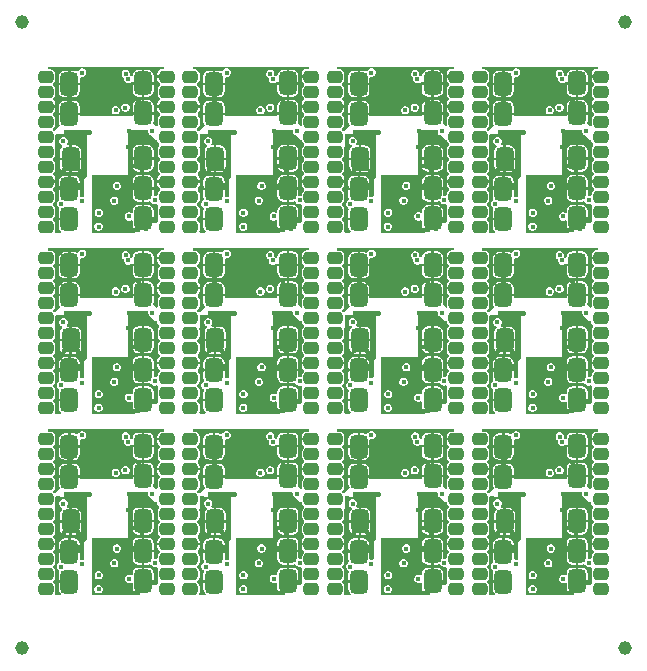
<source format=gbl>
G04*
G04 #@! TF.GenerationSoftware,Altium Limited,Altium Designer,25.0.2 (28)*
G04*
G04 Layer_Physical_Order=4*
G04 Layer_Color=16711680*
%FSLAX44Y44*%
%MOMM*%
G71*
G04*
G04 #@! TF.SameCoordinates,6A123C44-6EB7-423C-9969-B25F4FCB3D5A*
G04*
G04*
G04 #@! TF.FilePolarity,Positive*
G04*
G01*
G75*
%ADD26C,0.3000*%
%ADD27C,0.2500*%
%ADD29C,0.4000*%
%ADD31C,1.1520*%
G04:AMPARAMS|DCode=32|XSize=1.3mm|YSize=1mm|CornerRadius=0.25mm|HoleSize=0mm|Usage=FLASHONLY|Rotation=180.000|XOffset=0mm|YOffset=0mm|HoleType=Round|Shape=RoundedRectangle|*
%AMROUNDEDRECTD32*
21,1,1.3000,0.5000,0,0,180.0*
21,1,0.8000,1.0000,0,0,180.0*
1,1,0.5000,-0.4000,0.2500*
1,1,0.5000,0.4000,0.2500*
1,1,0.5000,0.4000,-0.2500*
1,1,0.5000,-0.4000,-0.2500*
%
%ADD32ROUNDEDRECTD32*%
%ADD33C,0.4000*%
%ADD34C,0.3700*%
G04:AMPARAMS|DCode=36|XSize=1.5mm|YSize=2mm|CornerRadius=0.375mm|HoleSize=0mm|Usage=FLASHONLY|Rotation=180.000|XOffset=0mm|YOffset=0mm|HoleType=Round|Shape=RoundedRectangle|*
%AMROUNDEDRECTD36*
21,1,1.5000,1.2500,0,0,180.0*
21,1,0.7500,2.0000,0,0,180.0*
1,1,0.7500,-0.3750,0.6250*
1,1,0.7500,0.3750,0.6250*
1,1,0.7500,0.3750,-0.6250*
1,1,0.7500,-0.3750,-0.6250*
%
%ADD36ROUNDEDRECTD36*%
G36*
X507851Y520284D02*
X505890D01*
X504407Y519990D01*
X503150Y519150D01*
X502310Y517893D01*
X502016Y516410D01*
Y514910D01*
X509890D01*
Y512910D01*
X502016D01*
Y511410D01*
X502310Y509927D01*
X503150Y508670D01*
X503769Y508257D01*
X503790Y506757D01*
X503223Y506377D01*
X502405Y505154D01*
X502118Y503710D01*
Y498710D01*
X502405Y497266D01*
X503223Y496042D01*
X503790Y495663D01*
X503769Y494163D01*
X503150Y493750D01*
X502310Y492493D01*
X502016Y491010D01*
Y489510D01*
X509890D01*
Y487510D01*
X502016D01*
Y486010D01*
X502310Y484527D01*
X503150Y483270D01*
X503769Y482857D01*
X503790Y481357D01*
X503223Y480978D01*
X502405Y479754D01*
X502118Y478310D01*
Y473310D01*
X502274Y472522D01*
X501104Y471896D01*
X498408Y474593D01*
X498789Y476510D01*
Y481760D01*
X480991D01*
Y480410D01*
X436289D01*
Y481310D01*
X427390D01*
X418491D01*
Y476060D01*
X418883Y474090D01*
X419759Y472779D01*
X415150Y468170D01*
X414058Y468278D01*
X413372Y468735D01*
Y470185D01*
X414058Y470642D01*
X414875Y471866D01*
X415163Y473310D01*
Y478310D01*
X414875Y479754D01*
X414058Y480978D01*
X413490Y481357D01*
X413511Y482857D01*
X414130Y483270D01*
X414969Y484527D01*
X415264Y486010D01*
Y487510D01*
X407390D01*
Y489510D01*
X415264D01*
Y491010D01*
X414969Y492493D01*
X414130Y493750D01*
X413511Y494163D01*
X413490Y495663D01*
X414058Y496042D01*
X414875Y497266D01*
X415163Y498710D01*
Y503710D01*
X414875Y505154D01*
X414058Y506377D01*
X413372Y506835D01*
Y508284D01*
X414058Y508742D01*
X414875Y509966D01*
X415163Y511410D01*
Y516410D01*
X414875Y517854D01*
X414058Y519077D01*
X412834Y519895D01*
X411390Y520182D01*
X409429D01*
Y522410D01*
X507851D01*
Y520284D01*
D02*
G37*
G36*
X385351D02*
X383390D01*
X381907Y519990D01*
X380650Y519150D01*
X379810Y517893D01*
X379516Y516410D01*
Y514910D01*
X387390D01*
Y512910D01*
X379516D01*
Y511410D01*
X379810Y509927D01*
X380650Y508670D01*
X381269Y508257D01*
X381290Y506757D01*
X380723Y506377D01*
X379905Y505154D01*
X379618Y503710D01*
Y498710D01*
X379905Y497266D01*
X380723Y496042D01*
X381290Y495663D01*
X381269Y494163D01*
X380650Y493750D01*
X379810Y492493D01*
X379516Y491010D01*
Y489510D01*
X387390D01*
Y487510D01*
X379516D01*
Y486010D01*
X379810Y484527D01*
X380650Y483270D01*
X381269Y482857D01*
X381290Y481357D01*
X380723Y480978D01*
X379905Y479754D01*
X379618Y478310D01*
Y473310D01*
X379774Y472522D01*
X378604Y471896D01*
X375908Y474593D01*
X376289Y476510D01*
Y481760D01*
X358491D01*
Y480410D01*
X313789D01*
Y481310D01*
X304890D01*
X295991D01*
Y476060D01*
X296383Y474090D01*
X297259Y472779D01*
X292650Y468170D01*
X291558Y468278D01*
X290872Y468735D01*
Y470185D01*
X291558Y470642D01*
X292375Y471866D01*
X292663Y473310D01*
Y478310D01*
X292375Y479754D01*
X291558Y480978D01*
X290990Y481357D01*
X291011Y482857D01*
X291630Y483270D01*
X292470Y484527D01*
X292764Y486010D01*
Y487510D01*
X284890D01*
Y489510D01*
X292764D01*
Y491010D01*
X292470Y492493D01*
X291630Y493750D01*
X291011Y494163D01*
X290990Y495663D01*
X291558Y496042D01*
X292375Y497266D01*
X292663Y498710D01*
Y503710D01*
X292375Y505154D01*
X291558Y506377D01*
X290872Y506835D01*
Y508284D01*
X291558Y508742D01*
X292375Y509966D01*
X292663Y511410D01*
Y516410D01*
X292375Y517854D01*
X291558Y519077D01*
X290334Y519895D01*
X288890Y520182D01*
X286929D01*
Y522410D01*
X385351D01*
Y520284D01*
D02*
G37*
G36*
X262851D02*
X260890D01*
X259407Y519990D01*
X258150Y519150D01*
X257311Y517893D01*
X257016Y516410D01*
Y514910D01*
X264890D01*
Y512910D01*
X257016D01*
Y511410D01*
X257311Y509927D01*
X258150Y508670D01*
X258769Y508257D01*
X258790Y506757D01*
X258222Y506377D01*
X257405Y505154D01*
X257118Y503710D01*
Y498710D01*
X257405Y497266D01*
X258222Y496042D01*
X258790Y495663D01*
X258769Y494163D01*
X258150Y493750D01*
X257311Y492493D01*
X257016Y491010D01*
Y489510D01*
X264890D01*
Y487510D01*
X257016D01*
Y486010D01*
X257311Y484527D01*
X258150Y483270D01*
X258769Y482857D01*
X258790Y481357D01*
X258222Y480978D01*
X257405Y479754D01*
X257118Y478310D01*
Y473310D01*
X257274Y472522D01*
X256104Y471896D01*
X253407Y474593D01*
X253789Y476510D01*
Y481760D01*
X235991D01*
Y480410D01*
X191289D01*
Y481310D01*
X182390D01*
X173491D01*
Y476060D01*
X173883Y474090D01*
X174759Y472779D01*
X170150Y468170D01*
X169058Y468278D01*
X168372Y468735D01*
Y470185D01*
X169058Y470642D01*
X169875Y471866D01*
X170163Y473310D01*
Y478310D01*
X169875Y479754D01*
X169058Y480978D01*
X168490Y481357D01*
X168511Y482857D01*
X169130Y483270D01*
X169970Y484527D01*
X170264Y486010D01*
Y487510D01*
X162390D01*
Y489510D01*
X170264D01*
Y491010D01*
X169970Y492493D01*
X169130Y493750D01*
X168511Y494163D01*
X168490Y495663D01*
X169058Y496042D01*
X169875Y497266D01*
X170163Y498710D01*
Y503710D01*
X169875Y505154D01*
X169058Y506377D01*
X168372Y506835D01*
Y508284D01*
X169058Y508742D01*
X169875Y509966D01*
X170163Y511410D01*
Y516410D01*
X169875Y517854D01*
X169058Y519077D01*
X167834Y519895D01*
X166390Y520182D01*
X164429D01*
Y522410D01*
X262851D01*
Y520284D01*
D02*
G37*
G36*
X140351D02*
X138390D01*
X136907Y519990D01*
X135650Y519150D01*
X134810Y517893D01*
X134516Y516410D01*
Y514910D01*
X142390D01*
Y512910D01*
X134516D01*
Y511410D01*
X134810Y509927D01*
X135650Y508670D01*
X136269Y508257D01*
X136290Y506757D01*
X135722Y506377D01*
X134905Y505154D01*
X134618Y503710D01*
Y498710D01*
X134905Y497266D01*
X135722Y496042D01*
X136290Y495663D01*
X136269Y494163D01*
X135650Y493750D01*
X134810Y492493D01*
X134516Y491010D01*
Y489510D01*
X142390D01*
Y487510D01*
X134516D01*
Y486010D01*
X134810Y484527D01*
X135650Y483270D01*
X136269Y482857D01*
X136290Y481357D01*
X135722Y480978D01*
X134905Y479754D01*
X134618Y478310D01*
Y473310D01*
X134774Y472522D01*
X133604Y471896D01*
X130907Y474593D01*
X131289Y476510D01*
Y481760D01*
X113491D01*
Y480410D01*
X68789D01*
Y481310D01*
X59890D01*
X50991D01*
Y476060D01*
X51383Y474090D01*
X52259Y472779D01*
X47650Y468170D01*
X46557Y468278D01*
X45872Y468735D01*
Y470185D01*
X46557Y470642D01*
X47375Y471866D01*
X47663Y473310D01*
Y478310D01*
X47375Y479754D01*
X46557Y480978D01*
X45990Y481357D01*
X46011Y482857D01*
X46630Y483270D01*
X47470Y484527D01*
X47764Y486010D01*
Y487510D01*
X39890D01*
Y489510D01*
X47764D01*
Y491010D01*
X47470Y492493D01*
X46630Y493750D01*
X46011Y494163D01*
X45990Y495663D01*
X46557Y496042D01*
X47375Y497266D01*
X47663Y498710D01*
Y503710D01*
X47375Y505154D01*
X46557Y506377D01*
X45872Y506835D01*
Y508284D01*
X46557Y508742D01*
X47375Y509966D01*
X47663Y511410D01*
Y516410D01*
X47375Y517854D01*
X46557Y519077D01*
X45334Y519895D01*
X43890Y520182D01*
X41929D01*
Y522410D01*
X140351D01*
Y520284D01*
D02*
G37*
G36*
X442140Y429035D02*
X440140Y427035D01*
Y412744D01*
X438870Y411896D01*
X438836Y411910D01*
X437444D01*
X436846Y412246D01*
X436289Y412806D01*
Y417810D01*
X427390D01*
X418491D01*
Y412560D01*
X418883Y410590D01*
X418983Y410440D01*
X418615Y409224D01*
X418272Y409082D01*
X417287Y408098D01*
X416755Y406812D01*
Y405419D01*
X417287Y404133D01*
X418272Y403148D01*
X418620Y403004D01*
X418989Y401789D01*
X418883Y401630D01*
X418491Y399660D01*
Y394410D01*
X427390D01*
Y392410D01*
X418491D01*
Y387160D01*
X418883Y385190D01*
X419999Y383519D01*
X420507Y383180D01*
X420121Y381910D01*
X415579D01*
X414918Y383180D01*
X415163Y384410D01*
Y389410D01*
X414875Y390854D01*
X414058Y392077D01*
X413372Y392535D01*
Y393984D01*
X414058Y394442D01*
X414875Y395666D01*
X415163Y397110D01*
Y402110D01*
X414875Y403554D01*
X414058Y404777D01*
X413372Y405235D01*
Y406684D01*
X414058Y407142D01*
X414875Y408366D01*
X415163Y409810D01*
Y414810D01*
X414875Y416254D01*
X414058Y417477D01*
X413490Y417857D01*
X413511Y419357D01*
X414130Y419770D01*
X414969Y421027D01*
X415264Y422510D01*
Y424010D01*
X407390D01*
Y426010D01*
X415264D01*
Y427510D01*
X414969Y428993D01*
X414130Y430250D01*
X413511Y430663D01*
X413490Y432163D01*
X414058Y432542D01*
X414875Y433766D01*
X415163Y435210D01*
Y440210D01*
X414875Y441654D01*
X414058Y442878D01*
X413372Y443335D01*
Y444785D01*
X414058Y445242D01*
X414875Y446466D01*
X415163Y447910D01*
Y452910D01*
X414918Y454140D01*
X415579Y455410D01*
X415599D01*
Y464606D01*
X416504Y465497D01*
X422488Y465411D01*
Y468910D01*
X442140D01*
Y429035D01*
D02*
G37*
G36*
X319640D02*
X317640Y427035D01*
Y412744D01*
X316370Y411896D01*
X316336Y411910D01*
X314944D01*
X314346Y412246D01*
X313789Y412806D01*
Y417810D01*
X304890D01*
X295991D01*
Y412560D01*
X296383Y410590D01*
X296483Y410440D01*
X296115Y409224D01*
X295772Y409082D01*
X294788Y408098D01*
X294255Y406812D01*
Y405419D01*
X294788Y404133D01*
X295772Y403148D01*
X296120Y403004D01*
X296489Y401789D01*
X296383Y401630D01*
X295991Y399660D01*
Y394410D01*
X304890D01*
Y392410D01*
X295991D01*
Y387160D01*
X296383Y385190D01*
X297499Y383519D01*
X298007Y383180D01*
X297621Y381910D01*
X293079D01*
X292418Y383180D01*
X292663Y384410D01*
Y389410D01*
X292375Y390854D01*
X291558Y392077D01*
X290872Y392535D01*
Y393984D01*
X291558Y394442D01*
X292375Y395666D01*
X292663Y397110D01*
Y402110D01*
X292375Y403554D01*
X291558Y404777D01*
X290872Y405235D01*
Y406684D01*
X291558Y407142D01*
X292375Y408366D01*
X292663Y409810D01*
Y414810D01*
X292375Y416254D01*
X291558Y417477D01*
X290990Y417857D01*
X291011Y419357D01*
X291630Y419770D01*
X292470Y421027D01*
X292764Y422510D01*
Y424010D01*
X284890D01*
Y426010D01*
X292764D01*
Y427510D01*
X292470Y428993D01*
X291630Y430250D01*
X291011Y430663D01*
X290990Y432163D01*
X291558Y432542D01*
X292375Y433766D01*
X292663Y435210D01*
Y440210D01*
X292375Y441654D01*
X291558Y442878D01*
X290872Y443335D01*
Y444785D01*
X291558Y445242D01*
X292375Y446466D01*
X292663Y447910D01*
Y452910D01*
X292418Y454140D01*
X293079Y455410D01*
X293099D01*
Y464606D01*
X294004Y465497D01*
X299988Y465411D01*
Y468910D01*
X319640D01*
Y429035D01*
D02*
G37*
G36*
X197140D02*
X195140Y427035D01*
Y412744D01*
X193870Y411896D01*
X193836Y411910D01*
X192444D01*
X191846Y412246D01*
X191289Y412806D01*
Y417810D01*
X182390D01*
X173491D01*
Y412560D01*
X173883Y410590D01*
X173983Y410440D01*
X173615Y409224D01*
X173272Y409082D01*
X172288Y408098D01*
X171755Y406812D01*
Y405419D01*
X172288Y404133D01*
X173272Y403148D01*
X173620Y403004D01*
X173989Y401789D01*
X173883Y401630D01*
X173491Y399660D01*
Y394410D01*
X182390D01*
Y392410D01*
X173491D01*
Y387160D01*
X173883Y385190D01*
X174999Y383519D01*
X175507Y383180D01*
X175121Y381910D01*
X170579D01*
X169918Y383180D01*
X170163Y384410D01*
Y389410D01*
X169875Y390854D01*
X169058Y392077D01*
X168372Y392535D01*
Y393984D01*
X169058Y394442D01*
X169875Y395666D01*
X170163Y397110D01*
Y402110D01*
X169875Y403554D01*
X169058Y404777D01*
X168372Y405235D01*
Y406684D01*
X169058Y407142D01*
X169875Y408366D01*
X170163Y409810D01*
Y414810D01*
X169875Y416254D01*
X169058Y417477D01*
X168490Y417857D01*
X168511Y419357D01*
X169130Y419770D01*
X169970Y421027D01*
X170264Y422510D01*
Y424010D01*
X162390D01*
Y426010D01*
X170264D01*
Y427510D01*
X169970Y428993D01*
X169130Y430250D01*
X168511Y430663D01*
X168490Y432163D01*
X169058Y432542D01*
X169875Y433766D01*
X170163Y435210D01*
Y440210D01*
X169875Y441654D01*
X169058Y442878D01*
X168372Y443335D01*
Y444785D01*
X169058Y445242D01*
X169875Y446466D01*
X170163Y447910D01*
Y452910D01*
X169918Y454140D01*
X170579Y455410D01*
X170599D01*
Y464606D01*
X171504Y465497D01*
X177488Y465411D01*
Y468910D01*
X197140D01*
Y429035D01*
D02*
G37*
G36*
X74640D02*
X72640Y427035D01*
Y412744D01*
X71370Y411896D01*
X71336Y411910D01*
X69944D01*
X69346Y412246D01*
X68789Y412806D01*
Y417810D01*
X59890D01*
X50991D01*
Y412560D01*
X51383Y410590D01*
X51483Y410440D01*
X51115Y409224D01*
X50772Y409082D01*
X49788Y408098D01*
X49255Y406812D01*
Y405419D01*
X49788Y404133D01*
X50772Y403148D01*
X51120Y403004D01*
X51489Y401789D01*
X51383Y401630D01*
X50991Y399660D01*
Y394410D01*
X59890D01*
Y392410D01*
X50991D01*
Y387160D01*
X51383Y385190D01*
X52499Y383519D01*
X53007Y383180D01*
X52621Y381910D01*
X48079D01*
X47418Y383180D01*
X47663Y384410D01*
Y389410D01*
X47375Y390854D01*
X46557Y392077D01*
X45872Y392535D01*
Y393984D01*
X46557Y394442D01*
X47375Y395666D01*
X47663Y397110D01*
Y402110D01*
X47375Y403554D01*
X46557Y404777D01*
X45872Y405235D01*
Y406684D01*
X46557Y407142D01*
X47375Y408366D01*
X47663Y409810D01*
Y414810D01*
X47375Y416254D01*
X46557Y417477D01*
X45990Y417857D01*
X46011Y419357D01*
X46630Y419770D01*
X47470Y421027D01*
X47764Y422510D01*
Y424010D01*
X39890D01*
Y426010D01*
X47764D01*
Y427510D01*
X47470Y428993D01*
X46630Y430250D01*
X46011Y430663D01*
X45990Y432163D01*
X46557Y432542D01*
X47375Y433766D01*
X47663Y435210D01*
Y440210D01*
X47375Y441654D01*
X46557Y442878D01*
X45872Y443335D01*
Y444785D01*
X46557Y445242D01*
X47375Y446466D01*
X47663Y447910D01*
Y452910D01*
X47418Y454140D01*
X48079Y455410D01*
X48099D01*
Y464606D01*
X49004Y465497D01*
X54988Y465411D01*
Y468910D01*
X74640D01*
Y429035D01*
D02*
G37*
G36*
X494140Y468356D02*
Y466964D01*
X494673Y465677D01*
X495657Y464693D01*
X496913Y464173D01*
X503677Y457409D01*
X503516Y455774D01*
X503223Y455578D01*
X502405Y454354D01*
X502118Y452910D01*
Y447910D01*
X502405Y446466D01*
X503223Y445242D01*
X503908Y444785D01*
Y443335D01*
X503223Y442878D01*
X502405Y441654D01*
X502118Y440210D01*
Y435210D01*
X502405Y433766D01*
X503223Y432542D01*
X503790Y432163D01*
X503769Y430663D01*
X503150Y430250D01*
X502310Y428993D01*
X502016Y427510D01*
Y426010D01*
X509890D01*
Y424010D01*
X502016D01*
Y422510D01*
X502310Y421027D01*
X503150Y419770D01*
X503769Y419357D01*
X503790Y417857D01*
X503223Y417477D01*
X502405Y416254D01*
X502118Y414810D01*
Y413550D01*
X500848Y412702D01*
X500586Y412810D01*
X500025D01*
X499145Y412952D01*
X498789Y413983D01*
Y418260D01*
X490890D01*
Y407861D01*
X493640D01*
X495610Y408253D01*
X496834Y407543D01*
X496923Y407327D01*
X497907Y406343D01*
X499194Y405810D01*
X500586D01*
X500881Y405932D01*
X502151Y405084D01*
Y402279D01*
X502118Y402110D01*
Y397110D01*
X502151Y396941D01*
Y392453D01*
X499962Y390265D01*
X498789Y390751D01*
Y392860D01*
X489890D01*
Y393860D01*
X488890D01*
Y405259D01*
X486140D01*
X484170Y404867D01*
X482499Y403751D01*
X481383Y402080D01*
X480991Y400110D01*
Y399245D01*
X480395Y398884D01*
X479721Y398630D01*
X478586Y399100D01*
X477194D01*
X475907Y398568D01*
X474923Y397583D01*
X474390Y396297D01*
Y394904D01*
X474923Y393618D01*
X475907Y392633D01*
X477194Y392100D01*
X478586D01*
X479721Y392571D01*
X480395Y392317D01*
X480991Y391956D01*
Y387610D01*
X481383Y385640D01*
X482499Y383969D01*
X483680Y383180D01*
X483295Y381910D01*
X446390D01*
Y430410D01*
X477390D01*
Y468910D01*
X493770D01*
X494140Y468356D01*
D02*
G37*
G36*
X371640D02*
Y466964D01*
X372173Y465677D01*
X373157Y464693D01*
X374413Y464173D01*
X381177Y457409D01*
X381016Y455774D01*
X380723Y455578D01*
X379905Y454354D01*
X379618Y452910D01*
Y447910D01*
X379905Y446466D01*
X380723Y445242D01*
X381408Y444785D01*
Y443335D01*
X380723Y442878D01*
X379905Y441654D01*
X379618Y440210D01*
Y435210D01*
X379905Y433766D01*
X380723Y432542D01*
X381290Y432163D01*
X381269Y430663D01*
X380650Y430250D01*
X379810Y428993D01*
X379516Y427510D01*
Y426010D01*
X387390D01*
Y424010D01*
X379516D01*
Y422510D01*
X379810Y421027D01*
X380650Y419770D01*
X381269Y419357D01*
X381290Y417857D01*
X380723Y417477D01*
X379905Y416254D01*
X379618Y414810D01*
Y413550D01*
X378348Y412702D01*
X378086Y412810D01*
X377525D01*
X376645Y412952D01*
X376289Y413983D01*
Y418260D01*
X368390D01*
Y407861D01*
X371140D01*
X373110Y408253D01*
X374334Y407543D01*
X374423Y407327D01*
X375407Y406343D01*
X376694Y405810D01*
X378086D01*
X378381Y405932D01*
X379651Y405084D01*
Y402279D01*
X379618Y402110D01*
Y397110D01*
X379651Y396941D01*
Y392453D01*
X377462Y390265D01*
X376289Y390751D01*
Y392860D01*
X367390D01*
Y393860D01*
X366390D01*
Y405259D01*
X363640D01*
X361670Y404867D01*
X359999Y403751D01*
X358883Y402080D01*
X358491Y400110D01*
Y399245D01*
X357895Y398884D01*
X357221Y398630D01*
X356086Y399100D01*
X354694D01*
X353407Y398568D01*
X352423Y397583D01*
X351890Y396297D01*
Y394904D01*
X352423Y393618D01*
X353407Y392633D01*
X354694Y392100D01*
X356086D01*
X357221Y392571D01*
X357895Y392317D01*
X358491Y391956D01*
Y387610D01*
X358883Y385640D01*
X359999Y383969D01*
X361180Y383180D01*
X360795Y381910D01*
X323890D01*
Y430410D01*
X354890D01*
Y468910D01*
X371270D01*
X371640Y468356D01*
D02*
G37*
G36*
X249140D02*
Y466964D01*
X249673Y465677D01*
X250657Y464693D01*
X251913Y464173D01*
X258677Y457409D01*
X258516Y455774D01*
X258222Y455578D01*
X257405Y454354D01*
X257118Y452910D01*
Y447910D01*
X257405Y446466D01*
X258222Y445242D01*
X258908Y444785D01*
Y443335D01*
X258222Y442878D01*
X257405Y441654D01*
X257118Y440210D01*
Y435210D01*
X257405Y433766D01*
X258222Y432542D01*
X258790Y432163D01*
X258769Y430663D01*
X258150Y430250D01*
X257311Y428993D01*
X257016Y427510D01*
Y426010D01*
X264890D01*
Y424010D01*
X257016D01*
Y422510D01*
X257311Y421027D01*
X258150Y419770D01*
X258769Y419357D01*
X258790Y417857D01*
X258222Y417477D01*
X257405Y416254D01*
X257118Y414810D01*
Y413550D01*
X255847Y412702D01*
X255586Y412810D01*
X255025D01*
X254145Y412952D01*
X253789Y413983D01*
Y418260D01*
X245890D01*
Y407861D01*
X248640D01*
X250610Y408253D01*
X251834Y407543D01*
X251923Y407327D01*
X252907Y406343D01*
X254194Y405810D01*
X255586D01*
X255881Y405932D01*
X257151Y405084D01*
Y402279D01*
X257118Y402110D01*
Y397110D01*
X257151Y396941D01*
Y392453D01*
X254962Y390265D01*
X253789Y390751D01*
Y392860D01*
X244890D01*
Y393860D01*
X243890D01*
Y405259D01*
X241140D01*
X239170Y404867D01*
X237499Y403751D01*
X236383Y402080D01*
X235991Y400110D01*
Y399245D01*
X235395Y398884D01*
X234721Y398630D01*
X233586Y399100D01*
X232194D01*
X230907Y398568D01*
X229923Y397583D01*
X229390Y396297D01*
Y394904D01*
X229923Y393618D01*
X230907Y392633D01*
X232194Y392100D01*
X233586D01*
X234721Y392571D01*
X235395Y392317D01*
X235991Y391956D01*
Y387610D01*
X236383Y385640D01*
X237499Y383969D01*
X238680Y383180D01*
X238295Y381910D01*
X201390D01*
Y430410D01*
X232390D01*
Y468910D01*
X248770D01*
X249140Y468356D01*
D02*
G37*
G36*
X126640D02*
Y466964D01*
X127173Y465677D01*
X128157Y464693D01*
X129413Y464173D01*
X136177Y457409D01*
X136016Y455774D01*
X135722Y455578D01*
X134905Y454354D01*
X134618Y452910D01*
Y447910D01*
X134905Y446466D01*
X135722Y445242D01*
X136408Y444785D01*
Y443335D01*
X135722Y442878D01*
X134905Y441654D01*
X134618Y440210D01*
Y435210D01*
X134905Y433766D01*
X135722Y432542D01*
X136290Y432163D01*
X136269Y430663D01*
X135650Y430250D01*
X134810Y428993D01*
X134516Y427510D01*
Y426010D01*
X142390D01*
Y424010D01*
X134516D01*
Y422510D01*
X134810Y421027D01*
X135650Y419770D01*
X136269Y419357D01*
X136290Y417857D01*
X135722Y417477D01*
X134905Y416254D01*
X134618Y414810D01*
Y413550D01*
X133348Y412702D01*
X133086Y412810D01*
X132525D01*
X131645Y412952D01*
X131289Y413983D01*
Y418260D01*
X123390D01*
Y407861D01*
X126140D01*
X128110Y408253D01*
X129334Y407543D01*
X129423Y407327D01*
X130407Y406343D01*
X131694Y405810D01*
X133086D01*
X133381Y405932D01*
X134651Y405084D01*
Y402279D01*
X134618Y402110D01*
Y397110D01*
X134651Y396941D01*
Y392453D01*
X132462Y390265D01*
X131289Y390751D01*
Y392860D01*
X122390D01*
Y393860D01*
X121390D01*
Y405259D01*
X118640D01*
X116670Y404867D01*
X114999Y403751D01*
X113883Y402080D01*
X113491Y400110D01*
Y399245D01*
X112895Y398884D01*
X112221Y398630D01*
X111086Y399100D01*
X109694D01*
X108407Y398568D01*
X107423Y397583D01*
X106890Y396297D01*
Y394904D01*
X107423Y393618D01*
X108407Y392633D01*
X109694Y392100D01*
X111086D01*
X112221Y392571D01*
X112895Y392317D01*
X113491Y391956D01*
Y387610D01*
X113883Y385640D01*
X114999Y383969D01*
X116180Y383180D01*
X115795Y381910D01*
X78890D01*
Y430410D01*
X109890D01*
Y468910D01*
X126270D01*
X126640Y468356D01*
D02*
G37*
G36*
X507851Y366784D02*
X505890D01*
X504407Y366489D01*
X503150Y365650D01*
X502310Y364393D01*
X502016Y362910D01*
Y361410D01*
X509890D01*
Y359410D01*
X502016D01*
Y357910D01*
X502310Y356427D01*
X503150Y355170D01*
X503769Y354757D01*
X503790Y353257D01*
X503223Y352878D01*
X502405Y351654D01*
X502118Y350210D01*
Y345210D01*
X502405Y343766D01*
X503223Y342542D01*
X503790Y342163D01*
X503769Y340663D01*
X503150Y340250D01*
X502310Y338993D01*
X502016Y337510D01*
Y336010D01*
X509890D01*
Y334010D01*
X502016D01*
Y332510D01*
X502310Y331027D01*
X503150Y329770D01*
X503769Y329357D01*
X503790Y327857D01*
X503223Y327477D01*
X502405Y326254D01*
X502118Y324810D01*
Y319810D01*
X502274Y319022D01*
X501104Y318396D01*
X498408Y321092D01*
X498789Y323010D01*
Y328260D01*
X480991D01*
Y326910D01*
X436289D01*
Y327810D01*
X427390D01*
X418491D01*
Y322560D01*
X418883Y320590D01*
X419759Y319279D01*
X415150Y314670D01*
X414058Y314778D01*
X413372Y315236D01*
Y316684D01*
X414058Y317142D01*
X414875Y318366D01*
X415163Y319810D01*
Y324810D01*
X414875Y326254D01*
X414058Y327477D01*
X413490Y327857D01*
X413511Y329357D01*
X414130Y329770D01*
X414969Y331027D01*
X415264Y332510D01*
Y334010D01*
X407390D01*
Y336010D01*
X415264D01*
Y337510D01*
X414969Y338993D01*
X414130Y340250D01*
X413511Y340663D01*
X413490Y342163D01*
X414058Y342542D01*
X414875Y343766D01*
X415163Y345210D01*
Y350210D01*
X414875Y351654D01*
X414058Y352878D01*
X413372Y353335D01*
Y354785D01*
X414058Y355242D01*
X414875Y356466D01*
X415163Y357910D01*
Y362910D01*
X414875Y364354D01*
X414058Y365578D01*
X412834Y366395D01*
X411390Y366683D01*
X409429D01*
Y368910D01*
X507851D01*
Y366784D01*
D02*
G37*
G36*
X385351D02*
X383390D01*
X381907Y366489D01*
X380650Y365650D01*
X379810Y364393D01*
X379516Y362910D01*
Y361410D01*
X387390D01*
Y359410D01*
X379516D01*
Y357910D01*
X379810Y356427D01*
X380650Y355170D01*
X381269Y354757D01*
X381290Y353257D01*
X380723Y352878D01*
X379905Y351654D01*
X379618Y350210D01*
Y345210D01*
X379905Y343766D01*
X380723Y342542D01*
X381290Y342163D01*
X381269Y340663D01*
X380650Y340250D01*
X379810Y338993D01*
X379516Y337510D01*
Y336010D01*
X387390D01*
Y334010D01*
X379516D01*
Y332510D01*
X379810Y331027D01*
X380650Y329770D01*
X381269Y329357D01*
X381290Y327857D01*
X380723Y327477D01*
X379905Y326254D01*
X379618Y324810D01*
Y319810D01*
X379774Y319022D01*
X378604Y318396D01*
X375908Y321092D01*
X376289Y323010D01*
Y328260D01*
X358491D01*
Y326910D01*
X313789D01*
Y327810D01*
X304890D01*
X295991D01*
Y322560D01*
X296383Y320590D01*
X297259Y319279D01*
X292650Y314670D01*
X291558Y314778D01*
X290872Y315236D01*
Y316684D01*
X291558Y317142D01*
X292375Y318366D01*
X292663Y319810D01*
Y324810D01*
X292375Y326254D01*
X291558Y327477D01*
X290990Y327857D01*
X291011Y329357D01*
X291630Y329770D01*
X292470Y331027D01*
X292764Y332510D01*
Y334010D01*
X284890D01*
Y336010D01*
X292764D01*
Y337510D01*
X292470Y338993D01*
X291630Y340250D01*
X291011Y340663D01*
X290990Y342163D01*
X291558Y342542D01*
X292375Y343766D01*
X292663Y345210D01*
Y350210D01*
X292375Y351654D01*
X291558Y352878D01*
X290872Y353335D01*
Y354785D01*
X291558Y355242D01*
X292375Y356466D01*
X292663Y357910D01*
Y362910D01*
X292375Y364354D01*
X291558Y365578D01*
X290334Y366395D01*
X288890Y366683D01*
X286929D01*
Y368910D01*
X385351D01*
Y366784D01*
D02*
G37*
G36*
X262851D02*
X260890D01*
X259407Y366489D01*
X258150Y365650D01*
X257311Y364393D01*
X257016Y362910D01*
Y361410D01*
X264890D01*
Y359410D01*
X257016D01*
Y357910D01*
X257311Y356427D01*
X258150Y355170D01*
X258769Y354757D01*
X258790Y353257D01*
X258222Y352878D01*
X257405Y351654D01*
X257118Y350210D01*
Y345210D01*
X257405Y343766D01*
X258222Y342542D01*
X258790Y342163D01*
X258769Y340663D01*
X258150Y340250D01*
X257311Y338993D01*
X257016Y337510D01*
Y336010D01*
X264890D01*
Y334010D01*
X257016D01*
Y332510D01*
X257311Y331027D01*
X258150Y329770D01*
X258769Y329357D01*
X258790Y327857D01*
X258222Y327477D01*
X257405Y326254D01*
X257118Y324810D01*
Y319810D01*
X257274Y319022D01*
X256104Y318396D01*
X253407Y321092D01*
X253789Y323010D01*
Y328260D01*
X235991D01*
Y326910D01*
X191289D01*
Y327810D01*
X182390D01*
X173491D01*
Y322560D01*
X173883Y320590D01*
X174759Y319279D01*
X170150Y314670D01*
X169058Y314778D01*
X168372Y315236D01*
Y316684D01*
X169058Y317142D01*
X169875Y318366D01*
X170163Y319810D01*
Y324810D01*
X169875Y326254D01*
X169058Y327477D01*
X168490Y327857D01*
X168511Y329357D01*
X169130Y329770D01*
X169970Y331027D01*
X170264Y332510D01*
Y334010D01*
X162390D01*
Y336010D01*
X170264D01*
Y337510D01*
X169970Y338993D01*
X169130Y340250D01*
X168511Y340663D01*
X168490Y342163D01*
X169058Y342542D01*
X169875Y343766D01*
X170163Y345210D01*
Y350210D01*
X169875Y351654D01*
X169058Y352878D01*
X168372Y353335D01*
Y354785D01*
X169058Y355242D01*
X169875Y356466D01*
X170163Y357910D01*
Y362910D01*
X169875Y364354D01*
X169058Y365578D01*
X167834Y366395D01*
X166390Y366683D01*
X164429D01*
Y368910D01*
X262851D01*
Y366784D01*
D02*
G37*
G36*
X140351D02*
X138390D01*
X136907Y366489D01*
X135650Y365650D01*
X134810Y364393D01*
X134516Y362910D01*
Y361410D01*
X142390D01*
Y359410D01*
X134516D01*
Y357910D01*
X134810Y356427D01*
X135650Y355170D01*
X136269Y354757D01*
X136290Y353257D01*
X135722Y352878D01*
X134905Y351654D01*
X134618Y350210D01*
Y345210D01*
X134905Y343766D01*
X135722Y342542D01*
X136290Y342163D01*
X136269Y340663D01*
X135650Y340250D01*
X134810Y338993D01*
X134516Y337510D01*
Y336010D01*
X142390D01*
Y334010D01*
X134516D01*
Y332510D01*
X134810Y331027D01*
X135650Y329770D01*
X136269Y329357D01*
X136290Y327857D01*
X135722Y327477D01*
X134905Y326254D01*
X134618Y324810D01*
Y319810D01*
X134774Y319022D01*
X133604Y318396D01*
X130907Y321092D01*
X131289Y323010D01*
Y328260D01*
X113491D01*
Y326910D01*
X68789D01*
Y327810D01*
X59890D01*
X50991D01*
Y322560D01*
X51383Y320590D01*
X52259Y319279D01*
X47650Y314670D01*
X46557Y314778D01*
X45872Y315236D01*
Y316684D01*
X46557Y317142D01*
X47375Y318366D01*
X47663Y319810D01*
Y324810D01*
X47375Y326254D01*
X46557Y327477D01*
X45990Y327857D01*
X46011Y329357D01*
X46630Y329770D01*
X47470Y331027D01*
X47764Y332510D01*
Y334010D01*
X39890D01*
Y336010D01*
X47764D01*
Y337510D01*
X47470Y338993D01*
X46630Y340250D01*
X46011Y340663D01*
X45990Y342163D01*
X46557Y342542D01*
X47375Y343766D01*
X47663Y345210D01*
Y350210D01*
X47375Y351654D01*
X46557Y352878D01*
X45872Y353335D01*
Y354785D01*
X46557Y355242D01*
X47375Y356466D01*
X47663Y357910D01*
Y362910D01*
X47375Y364354D01*
X46557Y365578D01*
X45334Y366395D01*
X43890Y366683D01*
X41929D01*
Y368910D01*
X140351D01*
Y366784D01*
D02*
G37*
G36*
X442140Y275535D02*
X440140Y273535D01*
Y259245D01*
X438870Y258396D01*
X438836Y258410D01*
X437444D01*
X436846Y258746D01*
X436289Y259306D01*
Y264310D01*
X427390D01*
X418491D01*
Y259060D01*
X418883Y257090D01*
X418983Y256940D01*
X418615Y255724D01*
X418272Y255583D01*
X417287Y254598D01*
X416755Y253312D01*
Y251919D01*
X417287Y250633D01*
X418272Y249648D01*
X418620Y249504D01*
X418989Y248289D01*
X418883Y248130D01*
X418491Y246160D01*
Y240910D01*
X427390D01*
Y238910D01*
X418491D01*
Y233660D01*
X418883Y231690D01*
X419999Y230019D01*
X420507Y229680D01*
X420121Y228410D01*
X415579D01*
X414918Y229680D01*
X415163Y230910D01*
Y235910D01*
X414875Y237354D01*
X414058Y238577D01*
X413372Y239035D01*
Y240485D01*
X414058Y240942D01*
X414875Y242166D01*
X415163Y243610D01*
Y248610D01*
X414875Y250054D01*
X414058Y251278D01*
X413372Y251735D01*
Y253185D01*
X414058Y253642D01*
X414875Y254866D01*
X415163Y256310D01*
Y261310D01*
X414875Y262754D01*
X414058Y263978D01*
X413490Y264357D01*
X413511Y265857D01*
X414130Y266270D01*
X414969Y267527D01*
X415264Y269010D01*
Y270510D01*
X407390D01*
Y272510D01*
X415264D01*
Y274010D01*
X414969Y275493D01*
X414130Y276750D01*
X413511Y277163D01*
X413490Y278663D01*
X414058Y279042D01*
X414875Y280266D01*
X415163Y281710D01*
Y286710D01*
X414875Y288154D01*
X414058Y289377D01*
X413372Y289835D01*
Y291285D01*
X414058Y291742D01*
X414875Y292966D01*
X415163Y294410D01*
Y299410D01*
X414918Y300640D01*
X415579Y301910D01*
X415599D01*
Y311106D01*
X416504Y311997D01*
X422488Y311911D01*
Y315410D01*
X442140D01*
Y275535D01*
D02*
G37*
G36*
X319640D02*
X317640Y273535D01*
Y259245D01*
X316370Y258396D01*
X316336Y258410D01*
X314944D01*
X314346Y258746D01*
X313789Y259306D01*
Y264310D01*
X304890D01*
X295991D01*
Y259060D01*
X296383Y257090D01*
X296483Y256940D01*
X296115Y255724D01*
X295772Y255583D01*
X294788Y254598D01*
X294255Y253312D01*
Y251919D01*
X294788Y250633D01*
X295772Y249648D01*
X296120Y249504D01*
X296489Y248289D01*
X296383Y248130D01*
X295991Y246160D01*
Y240910D01*
X304890D01*
Y238910D01*
X295991D01*
Y233660D01*
X296383Y231690D01*
X297499Y230019D01*
X298007Y229680D01*
X297621Y228410D01*
X293079D01*
X292418Y229680D01*
X292663Y230910D01*
Y235910D01*
X292375Y237354D01*
X291558Y238577D01*
X290872Y239035D01*
Y240485D01*
X291558Y240942D01*
X292375Y242166D01*
X292663Y243610D01*
Y248610D01*
X292375Y250054D01*
X291558Y251278D01*
X290872Y251735D01*
Y253185D01*
X291558Y253642D01*
X292375Y254866D01*
X292663Y256310D01*
Y261310D01*
X292375Y262754D01*
X291558Y263978D01*
X290990Y264357D01*
X291011Y265857D01*
X291630Y266270D01*
X292470Y267527D01*
X292764Y269010D01*
Y270510D01*
X284890D01*
Y272510D01*
X292764D01*
Y274010D01*
X292470Y275493D01*
X291630Y276750D01*
X291011Y277163D01*
X290990Y278663D01*
X291558Y279042D01*
X292375Y280266D01*
X292663Y281710D01*
Y286710D01*
X292375Y288154D01*
X291558Y289377D01*
X290872Y289835D01*
Y291285D01*
X291558Y291742D01*
X292375Y292966D01*
X292663Y294410D01*
Y299410D01*
X292418Y300640D01*
X293079Y301910D01*
X293099D01*
Y311106D01*
X294004Y311997D01*
X299988Y311911D01*
Y315410D01*
X319640D01*
Y275535D01*
D02*
G37*
G36*
X197140D02*
X195140Y273535D01*
Y259245D01*
X193870Y258396D01*
X193836Y258410D01*
X192444D01*
X191846Y258746D01*
X191289Y259306D01*
Y264310D01*
X182390D01*
X173491D01*
Y259060D01*
X173883Y257090D01*
X173983Y256940D01*
X173615Y255724D01*
X173272Y255583D01*
X172288Y254598D01*
X171755Y253312D01*
Y251919D01*
X172288Y250633D01*
X173272Y249648D01*
X173620Y249504D01*
X173989Y248289D01*
X173883Y248130D01*
X173491Y246160D01*
Y240910D01*
X182390D01*
Y238910D01*
X173491D01*
Y233660D01*
X173883Y231690D01*
X174999Y230019D01*
X175507Y229680D01*
X175121Y228410D01*
X170579D01*
X169918Y229680D01*
X170163Y230910D01*
Y235910D01*
X169875Y237354D01*
X169058Y238577D01*
X168372Y239035D01*
Y240485D01*
X169058Y240942D01*
X169875Y242166D01*
X170163Y243610D01*
Y248610D01*
X169875Y250054D01*
X169058Y251278D01*
X168372Y251735D01*
Y253185D01*
X169058Y253642D01*
X169875Y254866D01*
X170163Y256310D01*
Y261310D01*
X169875Y262754D01*
X169058Y263978D01*
X168490Y264357D01*
X168511Y265857D01*
X169130Y266270D01*
X169970Y267527D01*
X170264Y269010D01*
Y270510D01*
X162390D01*
Y272510D01*
X170264D01*
Y274010D01*
X169970Y275493D01*
X169130Y276750D01*
X168511Y277163D01*
X168490Y278663D01*
X169058Y279042D01*
X169875Y280266D01*
X170163Y281710D01*
Y286710D01*
X169875Y288154D01*
X169058Y289377D01*
X168372Y289835D01*
Y291285D01*
X169058Y291742D01*
X169875Y292966D01*
X170163Y294410D01*
Y299410D01*
X169918Y300640D01*
X170579Y301910D01*
X170599D01*
Y311106D01*
X171504Y311997D01*
X177488Y311911D01*
Y315410D01*
X197140D01*
Y275535D01*
D02*
G37*
G36*
X74640D02*
X72640Y273535D01*
Y259245D01*
X71370Y258396D01*
X71336Y258410D01*
X69944D01*
X69346Y258746D01*
X68789Y259306D01*
Y264310D01*
X59890D01*
X50991D01*
Y259060D01*
X51383Y257090D01*
X51483Y256940D01*
X51115Y255724D01*
X50772Y255583D01*
X49788Y254598D01*
X49255Y253312D01*
Y251919D01*
X49788Y250633D01*
X50772Y249648D01*
X51120Y249504D01*
X51489Y248289D01*
X51383Y248130D01*
X50991Y246160D01*
Y240910D01*
X59890D01*
Y238910D01*
X50991D01*
Y233660D01*
X51383Y231690D01*
X52499Y230019D01*
X53007Y229680D01*
X52621Y228410D01*
X48079D01*
X47418Y229680D01*
X47663Y230910D01*
Y235910D01*
X47375Y237354D01*
X46557Y238577D01*
X45872Y239035D01*
Y240485D01*
X46557Y240942D01*
X47375Y242166D01*
X47663Y243610D01*
Y248610D01*
X47375Y250054D01*
X46557Y251278D01*
X45872Y251735D01*
Y253185D01*
X46557Y253642D01*
X47375Y254866D01*
X47663Y256310D01*
Y261310D01*
X47375Y262754D01*
X46557Y263978D01*
X45990Y264357D01*
X46011Y265857D01*
X46630Y266270D01*
X47470Y267527D01*
X47764Y269010D01*
Y270510D01*
X39890D01*
Y272510D01*
X47764D01*
Y274010D01*
X47470Y275493D01*
X46630Y276750D01*
X46011Y277163D01*
X45990Y278663D01*
X46557Y279042D01*
X47375Y280266D01*
X47663Y281710D01*
Y286710D01*
X47375Y288154D01*
X46557Y289377D01*
X45872Y289835D01*
Y291285D01*
X46557Y291742D01*
X47375Y292966D01*
X47663Y294410D01*
Y299410D01*
X47418Y300640D01*
X48079Y301910D01*
X48099D01*
Y311106D01*
X49004Y311997D01*
X54988Y311911D01*
Y315410D01*
X74640D01*
Y275535D01*
D02*
G37*
G36*
X494140Y314856D02*
Y313464D01*
X494673Y312177D01*
X495657Y311193D01*
X496913Y310673D01*
X503677Y303909D01*
X503516Y302274D01*
X503223Y302078D01*
X502405Y300854D01*
X502118Y299410D01*
Y294410D01*
X502405Y292966D01*
X503223Y291742D01*
X503908Y291285D01*
Y289835D01*
X503223Y289377D01*
X502405Y288154D01*
X502118Y286710D01*
Y281710D01*
X502405Y280266D01*
X503223Y279042D01*
X503790Y278663D01*
X503769Y277163D01*
X503150Y276750D01*
X502310Y275493D01*
X502016Y274010D01*
Y272510D01*
X509890D01*
Y270510D01*
X502016D01*
Y269010D01*
X502310Y267527D01*
X503150Y266270D01*
X503769Y265857D01*
X503790Y264357D01*
X503223Y263978D01*
X502405Y262754D01*
X502118Y261310D01*
Y260050D01*
X500848Y259202D01*
X500586Y259310D01*
X500025D01*
X499145Y259452D01*
X498789Y260483D01*
Y264760D01*
X490890D01*
Y254361D01*
X493640D01*
X495610Y254753D01*
X496834Y254043D01*
X496923Y253827D01*
X497907Y252843D01*
X499194Y252310D01*
X500586D01*
X500881Y252432D01*
X502151Y251583D01*
Y248778D01*
X502118Y248610D01*
Y243610D01*
X502151Y243441D01*
Y238953D01*
X499962Y236765D01*
X498789Y237251D01*
Y239360D01*
X489890D01*
Y240360D01*
X488890D01*
Y251759D01*
X486140D01*
X484170Y251367D01*
X482499Y250251D01*
X481383Y248580D01*
X480991Y246610D01*
Y245745D01*
X480395Y245384D01*
X479721Y245130D01*
X478586Y245600D01*
X477194D01*
X475907Y245068D01*
X474923Y244083D01*
X474390Y242797D01*
Y241404D01*
X474923Y240118D01*
X475907Y239133D01*
X477194Y238601D01*
X478586D01*
X479721Y239071D01*
X480395Y238817D01*
X480991Y238456D01*
Y234110D01*
X481383Y232140D01*
X482499Y230469D01*
X483680Y229680D01*
X483295Y228410D01*
X446390D01*
Y276910D01*
X477390D01*
Y315410D01*
X493770D01*
X494140Y314856D01*
D02*
G37*
G36*
X371640D02*
Y313464D01*
X372173Y312177D01*
X373157Y311193D01*
X374413Y310673D01*
X381177Y303909D01*
X381016Y302274D01*
X380723Y302078D01*
X379905Y300854D01*
X379618Y299410D01*
Y294410D01*
X379905Y292966D01*
X380723Y291742D01*
X381408Y291285D01*
Y289835D01*
X380723Y289377D01*
X379905Y288154D01*
X379618Y286710D01*
Y281710D01*
X379905Y280266D01*
X380723Y279042D01*
X381290Y278663D01*
X381269Y277163D01*
X380650Y276750D01*
X379810Y275493D01*
X379516Y274010D01*
Y272510D01*
X387390D01*
Y270510D01*
X379516D01*
Y269010D01*
X379810Y267527D01*
X380650Y266270D01*
X381269Y265857D01*
X381290Y264357D01*
X380723Y263978D01*
X379905Y262754D01*
X379618Y261310D01*
Y260050D01*
X378348Y259202D01*
X378086Y259310D01*
X377525D01*
X376645Y259452D01*
X376289Y260483D01*
Y264760D01*
X368390D01*
Y254361D01*
X371140D01*
X373110Y254753D01*
X374334Y254043D01*
X374423Y253827D01*
X375407Y252843D01*
X376694Y252310D01*
X378086D01*
X378381Y252432D01*
X379651Y251583D01*
Y248778D01*
X379618Y248610D01*
Y243610D01*
X379651Y243441D01*
Y238953D01*
X377462Y236765D01*
X376289Y237251D01*
Y239360D01*
X367390D01*
Y240360D01*
X366390D01*
Y251759D01*
X363640D01*
X361670Y251367D01*
X359999Y250251D01*
X358883Y248580D01*
X358491Y246610D01*
Y245745D01*
X357895Y245384D01*
X357221Y245130D01*
X356086Y245600D01*
X354694D01*
X353407Y245068D01*
X352423Y244083D01*
X351890Y242797D01*
Y241404D01*
X352423Y240118D01*
X353407Y239133D01*
X354694Y238601D01*
X356086D01*
X357221Y239071D01*
X357895Y238817D01*
X358491Y238456D01*
Y234110D01*
X358883Y232140D01*
X359999Y230469D01*
X361180Y229680D01*
X360795Y228410D01*
X323890D01*
Y276910D01*
X354890D01*
Y315410D01*
X371270D01*
X371640Y314856D01*
D02*
G37*
G36*
X249140D02*
Y313464D01*
X249673Y312177D01*
X250657Y311193D01*
X251913Y310673D01*
X258677Y303909D01*
X258516Y302274D01*
X258222Y302078D01*
X257405Y300854D01*
X257118Y299410D01*
Y294410D01*
X257405Y292966D01*
X258222Y291742D01*
X258908Y291285D01*
Y289835D01*
X258222Y289377D01*
X257405Y288154D01*
X257118Y286710D01*
Y281710D01*
X257405Y280266D01*
X258222Y279042D01*
X258790Y278663D01*
X258769Y277163D01*
X258150Y276750D01*
X257311Y275493D01*
X257016Y274010D01*
Y272510D01*
X264890D01*
Y270510D01*
X257016D01*
Y269010D01*
X257311Y267527D01*
X258150Y266270D01*
X258769Y265857D01*
X258790Y264357D01*
X258222Y263978D01*
X257405Y262754D01*
X257118Y261310D01*
Y260050D01*
X255847Y259202D01*
X255586Y259310D01*
X255025D01*
X254145Y259452D01*
X253789Y260483D01*
Y264760D01*
X245890D01*
Y254361D01*
X248640D01*
X250610Y254753D01*
X251834Y254043D01*
X251923Y253827D01*
X252907Y252843D01*
X254194Y252310D01*
X255586D01*
X255881Y252432D01*
X257151Y251583D01*
Y248778D01*
X257118Y248610D01*
Y243610D01*
X257151Y243441D01*
Y238953D01*
X254962Y236765D01*
X253789Y237251D01*
Y239360D01*
X244890D01*
Y240360D01*
X243890D01*
Y251759D01*
X241140D01*
X239170Y251367D01*
X237499Y250251D01*
X236383Y248580D01*
X235991Y246610D01*
Y245745D01*
X235395Y245384D01*
X234721Y245130D01*
X233586Y245600D01*
X232194D01*
X230907Y245068D01*
X229923Y244083D01*
X229390Y242797D01*
Y241404D01*
X229923Y240118D01*
X230907Y239133D01*
X232194Y238601D01*
X233586D01*
X234721Y239071D01*
X235395Y238817D01*
X235991Y238456D01*
Y234110D01*
X236383Y232140D01*
X237499Y230469D01*
X238680Y229680D01*
X238295Y228410D01*
X201390D01*
Y276910D01*
X232390D01*
Y315410D01*
X248770D01*
X249140Y314856D01*
D02*
G37*
G36*
X126640D02*
Y313464D01*
X127173Y312177D01*
X128157Y311193D01*
X129413Y310673D01*
X136177Y303909D01*
X136016Y302274D01*
X135722Y302078D01*
X134905Y300854D01*
X134618Y299410D01*
Y294410D01*
X134905Y292966D01*
X135722Y291742D01*
X136408Y291285D01*
Y289835D01*
X135722Y289377D01*
X134905Y288154D01*
X134618Y286710D01*
Y281710D01*
X134905Y280266D01*
X135722Y279042D01*
X136290Y278663D01*
X136269Y277163D01*
X135650Y276750D01*
X134810Y275493D01*
X134516Y274010D01*
Y272510D01*
X142390D01*
Y270510D01*
X134516D01*
Y269010D01*
X134810Y267527D01*
X135650Y266270D01*
X136269Y265857D01*
X136290Y264357D01*
X135722Y263978D01*
X134905Y262754D01*
X134618Y261310D01*
Y260050D01*
X133348Y259202D01*
X133086Y259310D01*
X132525D01*
X131645Y259452D01*
X131289Y260483D01*
Y264760D01*
X123390D01*
Y254361D01*
X126140D01*
X128110Y254753D01*
X129334Y254043D01*
X129423Y253827D01*
X130407Y252843D01*
X131694Y252310D01*
X133086D01*
X133381Y252432D01*
X134651Y251583D01*
Y248778D01*
X134618Y248610D01*
Y243610D01*
X134651Y243441D01*
Y238953D01*
X132462Y236765D01*
X131289Y237251D01*
Y239360D01*
X122390D01*
Y240360D01*
X121390D01*
Y251759D01*
X118640D01*
X116670Y251367D01*
X114999Y250251D01*
X113883Y248580D01*
X113491Y246610D01*
Y245745D01*
X112895Y245384D01*
X112221Y245130D01*
X111086Y245600D01*
X109694D01*
X108407Y245068D01*
X107423Y244083D01*
X106890Y242797D01*
Y241404D01*
X107423Y240118D01*
X108407Y239133D01*
X109694Y238601D01*
X111086D01*
X112221Y239071D01*
X112895Y238817D01*
X113491Y238456D01*
Y234110D01*
X113883Y232140D01*
X114999Y230469D01*
X116180Y229680D01*
X115795Y228410D01*
X78890D01*
Y276910D01*
X109890D01*
Y315410D01*
X126270D01*
X126640Y314856D01*
D02*
G37*
G36*
X507851Y213284D02*
X505890D01*
X504407Y212990D01*
X503150Y212150D01*
X502310Y210893D01*
X502016Y209410D01*
Y207910D01*
X509890D01*
Y205910D01*
X502016D01*
Y204410D01*
X502310Y202927D01*
X503150Y201670D01*
X503769Y201257D01*
X503790Y199757D01*
X503223Y199378D01*
X502405Y198154D01*
X502118Y196710D01*
Y191710D01*
X502405Y190266D01*
X503223Y189042D01*
X503790Y188663D01*
X503769Y187163D01*
X503150Y186750D01*
X502310Y185493D01*
X502016Y184010D01*
Y182510D01*
X509890D01*
Y180510D01*
X502016D01*
Y179010D01*
X502310Y177527D01*
X503150Y176270D01*
X503769Y175857D01*
X503790Y174357D01*
X503223Y173978D01*
X502405Y172754D01*
X502118Y171310D01*
Y166310D01*
X502274Y165522D01*
X501104Y164896D01*
X498408Y167593D01*
X498789Y169510D01*
Y174760D01*
X480991D01*
Y173410D01*
X436289D01*
Y174310D01*
X427390D01*
X418491D01*
Y169060D01*
X418883Y167090D01*
X419759Y165779D01*
X415150Y161170D01*
X414058Y161278D01*
X413372Y161735D01*
Y163185D01*
X414058Y163642D01*
X414875Y164866D01*
X415163Y166310D01*
Y171310D01*
X414875Y172754D01*
X414058Y173978D01*
X413490Y174357D01*
X413511Y175857D01*
X414130Y176270D01*
X414969Y177527D01*
X415264Y179010D01*
Y180510D01*
X407390D01*
Y182510D01*
X415264D01*
Y184010D01*
X414969Y185493D01*
X414130Y186750D01*
X413511Y187163D01*
X413490Y188663D01*
X414058Y189042D01*
X414875Y190266D01*
X415163Y191710D01*
Y196710D01*
X414875Y198154D01*
X414058Y199378D01*
X413372Y199835D01*
Y201285D01*
X414058Y201742D01*
X414875Y202966D01*
X415163Y204410D01*
Y209410D01*
X414875Y210854D01*
X414058Y212078D01*
X412834Y212895D01*
X411390Y213183D01*
X409429D01*
Y215410D01*
X507851D01*
Y213284D01*
D02*
G37*
G36*
X385351D02*
X383390D01*
X381907Y212990D01*
X380650Y212150D01*
X379810Y210893D01*
X379516Y209410D01*
Y207910D01*
X387390D01*
Y205910D01*
X379516D01*
Y204410D01*
X379810Y202927D01*
X380650Y201670D01*
X381269Y201257D01*
X381290Y199757D01*
X380723Y199378D01*
X379905Y198154D01*
X379618Y196710D01*
Y191710D01*
X379905Y190266D01*
X380723Y189042D01*
X381290Y188663D01*
X381269Y187163D01*
X380650Y186750D01*
X379810Y185493D01*
X379516Y184010D01*
Y182510D01*
X387390D01*
Y180510D01*
X379516D01*
Y179010D01*
X379810Y177527D01*
X380650Y176270D01*
X381269Y175857D01*
X381290Y174357D01*
X380723Y173978D01*
X379905Y172754D01*
X379618Y171310D01*
Y166310D01*
X379774Y165522D01*
X378604Y164896D01*
X375908Y167593D01*
X376289Y169510D01*
Y174760D01*
X358491D01*
Y173410D01*
X313789D01*
Y174310D01*
X304890D01*
X295991D01*
Y169060D01*
X296383Y167090D01*
X297259Y165779D01*
X292650Y161170D01*
X291558Y161278D01*
X290872Y161735D01*
Y163185D01*
X291558Y163642D01*
X292375Y164866D01*
X292663Y166310D01*
Y171310D01*
X292375Y172754D01*
X291558Y173978D01*
X290990Y174357D01*
X291011Y175857D01*
X291630Y176270D01*
X292470Y177527D01*
X292764Y179010D01*
Y180510D01*
X284890D01*
Y182510D01*
X292764D01*
Y184010D01*
X292470Y185493D01*
X291630Y186750D01*
X291011Y187163D01*
X290990Y188663D01*
X291558Y189042D01*
X292375Y190266D01*
X292663Y191710D01*
Y196710D01*
X292375Y198154D01*
X291558Y199378D01*
X290872Y199835D01*
Y201285D01*
X291558Y201742D01*
X292375Y202966D01*
X292663Y204410D01*
Y209410D01*
X292375Y210854D01*
X291558Y212078D01*
X290334Y212895D01*
X288890Y213183D01*
X286929D01*
Y215410D01*
X385351D01*
Y213284D01*
D02*
G37*
G36*
X262851D02*
X260890D01*
X259407Y212990D01*
X258150Y212150D01*
X257311Y210893D01*
X257016Y209410D01*
Y207910D01*
X264890D01*
Y205910D01*
X257016D01*
Y204410D01*
X257311Y202927D01*
X258150Y201670D01*
X258769Y201257D01*
X258790Y199757D01*
X258222Y199378D01*
X257405Y198154D01*
X257118Y196710D01*
Y191710D01*
X257405Y190266D01*
X258222Y189042D01*
X258790Y188663D01*
X258769Y187163D01*
X258150Y186750D01*
X257311Y185493D01*
X257016Y184010D01*
Y182510D01*
X264890D01*
Y180510D01*
X257016D01*
Y179010D01*
X257311Y177527D01*
X258150Y176270D01*
X258769Y175857D01*
X258790Y174357D01*
X258222Y173978D01*
X257405Y172754D01*
X257118Y171310D01*
Y166310D01*
X257274Y165522D01*
X256104Y164896D01*
X253407Y167593D01*
X253789Y169510D01*
Y174760D01*
X235991D01*
Y173410D01*
X191289D01*
Y174310D01*
X182390D01*
X173491D01*
Y169060D01*
X173883Y167090D01*
X174759Y165779D01*
X170150Y161170D01*
X169058Y161278D01*
X168372Y161735D01*
Y163185D01*
X169058Y163642D01*
X169875Y164866D01*
X170163Y166310D01*
Y171310D01*
X169875Y172754D01*
X169058Y173978D01*
X168490Y174357D01*
X168511Y175857D01*
X169130Y176270D01*
X169970Y177527D01*
X170264Y179010D01*
Y180510D01*
X162390D01*
Y182510D01*
X170264D01*
Y184010D01*
X169970Y185493D01*
X169130Y186750D01*
X168511Y187163D01*
X168490Y188663D01*
X169058Y189042D01*
X169875Y190266D01*
X170163Y191710D01*
Y196710D01*
X169875Y198154D01*
X169058Y199378D01*
X168372Y199835D01*
Y201285D01*
X169058Y201742D01*
X169875Y202966D01*
X170163Y204410D01*
Y209410D01*
X169875Y210854D01*
X169058Y212078D01*
X167834Y212895D01*
X166390Y213183D01*
X164429D01*
Y215410D01*
X262851D01*
Y213284D01*
D02*
G37*
G36*
X140351D02*
X138390D01*
X136907Y212990D01*
X135650Y212150D01*
X134810Y210893D01*
X134516Y209410D01*
Y207910D01*
X142390D01*
Y205910D01*
X134516D01*
Y204410D01*
X134810Y202927D01*
X135650Y201670D01*
X136269Y201257D01*
X136290Y199757D01*
X135722Y199378D01*
X134905Y198154D01*
X134618Y196710D01*
Y191710D01*
X134905Y190266D01*
X135722Y189042D01*
X136290Y188663D01*
X136269Y187163D01*
X135650Y186750D01*
X134810Y185493D01*
X134516Y184010D01*
Y182510D01*
X142390D01*
Y180510D01*
X134516D01*
Y179010D01*
X134810Y177527D01*
X135650Y176270D01*
X136269Y175857D01*
X136290Y174357D01*
X135722Y173978D01*
X134905Y172754D01*
X134618Y171310D01*
Y166310D01*
X134774Y165522D01*
X133604Y164896D01*
X130907Y167593D01*
X131289Y169510D01*
Y174760D01*
X113491D01*
Y173410D01*
X68789D01*
Y174310D01*
X59890D01*
X50991D01*
Y169060D01*
X51383Y167090D01*
X52259Y165779D01*
X47650Y161170D01*
X46557Y161278D01*
X45872Y161735D01*
Y163185D01*
X46557Y163642D01*
X47375Y164866D01*
X47663Y166310D01*
Y171310D01*
X47375Y172754D01*
X46557Y173978D01*
X45990Y174357D01*
X46011Y175857D01*
X46630Y176270D01*
X47470Y177527D01*
X47764Y179010D01*
Y180510D01*
X39890D01*
Y182510D01*
X47764D01*
Y184010D01*
X47470Y185493D01*
X46630Y186750D01*
X46011Y187163D01*
X45990Y188663D01*
X46557Y189042D01*
X47375Y190266D01*
X47663Y191710D01*
Y196710D01*
X47375Y198154D01*
X46557Y199378D01*
X45872Y199835D01*
Y201285D01*
X46557Y201742D01*
X47375Y202966D01*
X47663Y204410D01*
Y209410D01*
X47375Y210854D01*
X46557Y212078D01*
X45334Y212895D01*
X43890Y213183D01*
X41929D01*
Y215410D01*
X140351D01*
Y213284D01*
D02*
G37*
G36*
X442140Y122035D02*
X440140Y120035D01*
Y105745D01*
X438870Y104896D01*
X438836Y104910D01*
X437444D01*
X436846Y105246D01*
X436289Y105806D01*
Y110810D01*
X427390D01*
X418491D01*
Y105560D01*
X418883Y103590D01*
X418983Y103440D01*
X418615Y102224D01*
X418272Y102083D01*
X417287Y101098D01*
X416755Y99812D01*
Y98419D01*
X417287Y97133D01*
X418272Y96148D01*
X418620Y96004D01*
X418989Y94789D01*
X418883Y94630D01*
X418491Y92660D01*
Y87410D01*
X427390D01*
Y85410D01*
X418491D01*
Y80160D01*
X418883Y78190D01*
X419999Y76519D01*
X420507Y76180D01*
X420121Y74910D01*
X415579D01*
X414918Y76180D01*
X415163Y77410D01*
Y82410D01*
X414875Y83854D01*
X414058Y85078D01*
X413372Y85535D01*
Y86985D01*
X414058Y87442D01*
X414875Y88666D01*
X415163Y90110D01*
Y95110D01*
X414875Y96554D01*
X414058Y97778D01*
X413372Y98236D01*
Y99684D01*
X414058Y100142D01*
X414875Y101366D01*
X415163Y102810D01*
Y107810D01*
X414875Y109254D01*
X414058Y110478D01*
X413490Y110857D01*
X413511Y112357D01*
X414130Y112770D01*
X414969Y114027D01*
X415264Y115510D01*
Y117010D01*
X407390D01*
Y119010D01*
X415264D01*
Y120510D01*
X414969Y121993D01*
X414130Y123250D01*
X413511Y123663D01*
X413490Y125163D01*
X414058Y125542D01*
X414875Y126766D01*
X415163Y128210D01*
Y133210D01*
X414875Y134654D01*
X414058Y135878D01*
X413372Y136335D01*
Y137785D01*
X414058Y138242D01*
X414875Y139466D01*
X415163Y140910D01*
Y145910D01*
X414918Y147140D01*
X415579Y148410D01*
X415599D01*
Y157606D01*
X416504Y158497D01*
X422488Y158411D01*
Y161910D01*
X442140D01*
Y122035D01*
D02*
G37*
G36*
X319640D02*
X317640Y120035D01*
Y105745D01*
X316370Y104896D01*
X316336Y104910D01*
X314944D01*
X314346Y105246D01*
X313789Y105806D01*
Y110810D01*
X304890D01*
X295991D01*
Y105560D01*
X296383Y103590D01*
X296483Y103440D01*
X296115Y102224D01*
X295772Y102083D01*
X294788Y101098D01*
X294255Y99812D01*
Y98419D01*
X294788Y97133D01*
X295772Y96148D01*
X296120Y96004D01*
X296489Y94789D01*
X296383Y94630D01*
X295991Y92660D01*
Y87410D01*
X304890D01*
Y85410D01*
X295991D01*
Y80160D01*
X296383Y78190D01*
X297499Y76519D01*
X298007Y76180D01*
X297621Y74910D01*
X293079D01*
X292418Y76180D01*
X292663Y77410D01*
Y82410D01*
X292375Y83854D01*
X291558Y85078D01*
X290872Y85535D01*
Y86985D01*
X291558Y87442D01*
X292375Y88666D01*
X292663Y90110D01*
Y95110D01*
X292375Y96554D01*
X291558Y97778D01*
X290872Y98236D01*
Y99684D01*
X291558Y100142D01*
X292375Y101366D01*
X292663Y102810D01*
Y107810D01*
X292375Y109254D01*
X291558Y110478D01*
X290990Y110857D01*
X291011Y112357D01*
X291630Y112770D01*
X292470Y114027D01*
X292764Y115510D01*
Y117010D01*
X284890D01*
Y119010D01*
X292764D01*
Y120510D01*
X292470Y121993D01*
X291630Y123250D01*
X291011Y123663D01*
X290990Y125163D01*
X291558Y125542D01*
X292375Y126766D01*
X292663Y128210D01*
Y133210D01*
X292375Y134654D01*
X291558Y135878D01*
X290872Y136335D01*
Y137785D01*
X291558Y138242D01*
X292375Y139466D01*
X292663Y140910D01*
Y145910D01*
X292418Y147140D01*
X293079Y148410D01*
X293099D01*
Y157606D01*
X294004Y158497D01*
X299988Y158411D01*
Y161910D01*
X319640D01*
Y122035D01*
D02*
G37*
G36*
X197140D02*
X195140Y120035D01*
Y105745D01*
X193870Y104896D01*
X193836Y104910D01*
X192444D01*
X191846Y105246D01*
X191289Y105806D01*
Y110810D01*
X182390D01*
X173491D01*
Y105560D01*
X173883Y103590D01*
X173983Y103440D01*
X173615Y102224D01*
X173272Y102083D01*
X172288Y101098D01*
X171755Y99812D01*
Y98419D01*
X172288Y97133D01*
X173272Y96148D01*
X173620Y96004D01*
X173989Y94789D01*
X173883Y94630D01*
X173491Y92660D01*
Y87410D01*
X182390D01*
Y85410D01*
X173491D01*
Y80160D01*
X173883Y78190D01*
X174999Y76519D01*
X175507Y76180D01*
X175121Y74910D01*
X170579D01*
X169918Y76180D01*
X170163Y77410D01*
Y82410D01*
X169875Y83854D01*
X169058Y85078D01*
X168372Y85535D01*
Y86985D01*
X169058Y87442D01*
X169875Y88666D01*
X170163Y90110D01*
Y95110D01*
X169875Y96554D01*
X169058Y97778D01*
X168372Y98236D01*
Y99684D01*
X169058Y100142D01*
X169875Y101366D01*
X170163Y102810D01*
Y107810D01*
X169875Y109254D01*
X169058Y110478D01*
X168490Y110857D01*
X168511Y112357D01*
X169130Y112770D01*
X169970Y114027D01*
X170264Y115510D01*
Y117010D01*
X162390D01*
Y119010D01*
X170264D01*
Y120510D01*
X169970Y121993D01*
X169130Y123250D01*
X168511Y123663D01*
X168490Y125163D01*
X169058Y125542D01*
X169875Y126766D01*
X170163Y128210D01*
Y133210D01*
X169875Y134654D01*
X169058Y135878D01*
X168372Y136335D01*
Y137785D01*
X169058Y138242D01*
X169875Y139466D01*
X170163Y140910D01*
Y145910D01*
X169918Y147140D01*
X170579Y148410D01*
X170599D01*
Y157606D01*
X171504Y158497D01*
X177488Y158411D01*
Y161910D01*
X197140D01*
Y122035D01*
D02*
G37*
G36*
X74640D02*
X72640Y120035D01*
Y105745D01*
X71370Y104896D01*
X71336Y104910D01*
X69944D01*
X69346Y105246D01*
X68789Y105806D01*
Y110810D01*
X59890D01*
X50991D01*
Y105560D01*
X51383Y103590D01*
X51483Y103440D01*
X51115Y102224D01*
X50772Y102083D01*
X49788Y101098D01*
X49255Y99812D01*
Y98419D01*
X49788Y97133D01*
X50772Y96148D01*
X51120Y96004D01*
X51489Y94789D01*
X51383Y94630D01*
X50991Y92660D01*
Y87410D01*
X59890D01*
Y85410D01*
X50991D01*
Y80160D01*
X51383Y78190D01*
X52499Y76519D01*
X53007Y76180D01*
X52621Y74910D01*
X48079D01*
X47418Y76180D01*
X47663Y77410D01*
Y82410D01*
X47375Y83854D01*
X46557Y85078D01*
X45872Y85535D01*
Y86985D01*
X46557Y87442D01*
X47375Y88666D01*
X47663Y90110D01*
Y95110D01*
X47375Y96554D01*
X46557Y97778D01*
X45872Y98236D01*
Y99684D01*
X46557Y100142D01*
X47375Y101366D01*
X47663Y102810D01*
Y107810D01*
X47375Y109254D01*
X46557Y110478D01*
X45990Y110857D01*
X46011Y112357D01*
X46630Y112770D01*
X47470Y114027D01*
X47764Y115510D01*
Y117010D01*
X39890D01*
Y119010D01*
X47764D01*
Y120510D01*
X47470Y121993D01*
X46630Y123250D01*
X46011Y123663D01*
X45990Y125163D01*
X46557Y125542D01*
X47375Y126766D01*
X47663Y128210D01*
Y133210D01*
X47375Y134654D01*
X46557Y135878D01*
X45872Y136335D01*
Y137785D01*
X46557Y138242D01*
X47375Y139466D01*
X47663Y140910D01*
Y145910D01*
X47418Y147140D01*
X48079Y148410D01*
X48099D01*
Y157606D01*
X49004Y158497D01*
X54988Y158411D01*
Y161910D01*
X74640D01*
Y122035D01*
D02*
G37*
G36*
X494140Y161356D02*
Y159964D01*
X494673Y158677D01*
X495657Y157693D01*
X496913Y157173D01*
X503677Y150409D01*
X503516Y148774D01*
X503223Y148578D01*
X502405Y147354D01*
X502118Y145910D01*
Y140910D01*
X502405Y139466D01*
X503223Y138242D01*
X503908Y137785D01*
Y136335D01*
X503223Y135878D01*
X502405Y134654D01*
X502118Y133210D01*
Y128210D01*
X502405Y126766D01*
X503223Y125542D01*
X503790Y125163D01*
X503769Y123663D01*
X503150Y123250D01*
X502310Y121993D01*
X502016Y120510D01*
Y119010D01*
X509890D01*
Y117010D01*
X502016D01*
Y115510D01*
X502310Y114027D01*
X503150Y112770D01*
X503769Y112357D01*
X503790Y110857D01*
X503223Y110478D01*
X502405Y109254D01*
X502118Y107810D01*
Y106550D01*
X500848Y105702D01*
X500586Y105810D01*
X500025D01*
X499145Y105953D01*
X498789Y106983D01*
Y111260D01*
X490890D01*
Y100861D01*
X493640D01*
X495610Y101253D01*
X496834Y100543D01*
X496923Y100327D01*
X497907Y99343D01*
X499194Y98810D01*
X500586D01*
X500881Y98932D01*
X502151Y98083D01*
Y95279D01*
X502118Y95110D01*
Y90110D01*
X502151Y89942D01*
Y85454D01*
X499962Y83265D01*
X498789Y83751D01*
Y85860D01*
X489890D01*
Y86860D01*
X488890D01*
Y98259D01*
X486140D01*
X484170Y97867D01*
X482499Y96751D01*
X481383Y95080D01*
X480991Y93110D01*
Y92245D01*
X480395Y91884D01*
X479721Y91630D01*
X478586Y92100D01*
X477194D01*
X475907Y91568D01*
X474923Y90583D01*
X474390Y89297D01*
Y87904D01*
X474923Y86618D01*
X475907Y85633D01*
X477194Y85100D01*
X478586D01*
X479721Y85571D01*
X480395Y85317D01*
X480991Y84956D01*
Y80610D01*
X481383Y78640D01*
X482499Y76969D01*
X483680Y76180D01*
X483295Y74910D01*
X446390D01*
Y123410D01*
X477390D01*
Y161910D01*
X493770D01*
X494140Y161356D01*
D02*
G37*
G36*
X371640D02*
Y159964D01*
X372173Y158677D01*
X373157Y157693D01*
X374413Y157173D01*
X381177Y150409D01*
X381016Y148774D01*
X380723Y148578D01*
X379905Y147354D01*
X379618Y145910D01*
Y140910D01*
X379905Y139466D01*
X380723Y138242D01*
X381408Y137785D01*
Y136335D01*
X380723Y135878D01*
X379905Y134654D01*
X379618Y133210D01*
Y128210D01*
X379905Y126766D01*
X380723Y125542D01*
X381290Y125163D01*
X381269Y123663D01*
X380650Y123250D01*
X379810Y121993D01*
X379516Y120510D01*
Y119010D01*
X387390D01*
Y117010D01*
X379516D01*
Y115510D01*
X379810Y114027D01*
X380650Y112770D01*
X381269Y112357D01*
X381290Y110857D01*
X380723Y110478D01*
X379905Y109254D01*
X379618Y107810D01*
Y106550D01*
X378348Y105702D01*
X378086Y105810D01*
X377525D01*
X376645Y105953D01*
X376289Y106983D01*
Y111260D01*
X368390D01*
Y100861D01*
X371140D01*
X373110Y101253D01*
X374334Y100543D01*
X374423Y100327D01*
X375407Y99343D01*
X376694Y98810D01*
X378086D01*
X378381Y98932D01*
X379651Y98083D01*
Y95279D01*
X379618Y95110D01*
Y90110D01*
X379651Y89942D01*
Y85454D01*
X377462Y83265D01*
X376289Y83751D01*
Y85860D01*
X367390D01*
Y86860D01*
X366390D01*
Y98259D01*
X363640D01*
X361670Y97867D01*
X359999Y96751D01*
X358883Y95080D01*
X358491Y93110D01*
Y92245D01*
X357895Y91884D01*
X357221Y91630D01*
X356086Y92100D01*
X354694D01*
X353407Y91568D01*
X352423Y90583D01*
X351890Y89297D01*
Y87904D01*
X352423Y86618D01*
X353407Y85633D01*
X354694Y85100D01*
X356086D01*
X357221Y85571D01*
X357895Y85317D01*
X358491Y84956D01*
Y80610D01*
X358883Y78640D01*
X359999Y76969D01*
X361180Y76180D01*
X360795Y74910D01*
X323890D01*
Y123410D01*
X354890D01*
Y161910D01*
X371270D01*
X371640Y161356D01*
D02*
G37*
G36*
X249140D02*
Y159964D01*
X249673Y158677D01*
X250657Y157693D01*
X251913Y157173D01*
X258677Y150409D01*
X258516Y148774D01*
X258222Y148578D01*
X257405Y147354D01*
X257118Y145910D01*
Y140910D01*
X257405Y139466D01*
X258222Y138242D01*
X258908Y137785D01*
Y136335D01*
X258222Y135878D01*
X257405Y134654D01*
X257118Y133210D01*
Y128210D01*
X257405Y126766D01*
X258222Y125542D01*
X258790Y125163D01*
X258769Y123663D01*
X258150Y123250D01*
X257311Y121993D01*
X257016Y120510D01*
Y119010D01*
X264890D01*
Y117010D01*
X257016D01*
Y115510D01*
X257311Y114027D01*
X258150Y112770D01*
X258769Y112357D01*
X258790Y110857D01*
X258222Y110478D01*
X257405Y109254D01*
X257118Y107810D01*
Y106550D01*
X255847Y105702D01*
X255586Y105810D01*
X255025D01*
X254145Y105953D01*
X253789Y106983D01*
Y111260D01*
X245890D01*
Y100861D01*
X248640D01*
X250610Y101253D01*
X251834Y100543D01*
X251923Y100327D01*
X252907Y99343D01*
X254194Y98810D01*
X255586D01*
X255881Y98932D01*
X257151Y98083D01*
Y95279D01*
X257118Y95110D01*
Y90110D01*
X257151Y89942D01*
Y85454D01*
X254962Y83265D01*
X253789Y83751D01*
Y85860D01*
X244890D01*
Y86860D01*
X243890D01*
Y98259D01*
X241140D01*
X239170Y97867D01*
X237499Y96751D01*
X236383Y95080D01*
X235991Y93110D01*
Y92245D01*
X235395Y91884D01*
X234721Y91630D01*
X233586Y92100D01*
X232194D01*
X230907Y91568D01*
X229923Y90583D01*
X229390Y89297D01*
Y87904D01*
X229923Y86618D01*
X230907Y85633D01*
X232194Y85100D01*
X233586D01*
X234721Y85571D01*
X235395Y85317D01*
X235991Y84956D01*
Y80610D01*
X236383Y78640D01*
X237499Y76969D01*
X238680Y76180D01*
X238295Y74910D01*
X201390D01*
Y123410D01*
X232390D01*
Y161910D01*
X248770D01*
X249140Y161356D01*
D02*
G37*
G36*
X126640D02*
Y159964D01*
X127173Y158677D01*
X128157Y157693D01*
X129413Y157173D01*
X136177Y150409D01*
X136016Y148774D01*
X135722Y148578D01*
X134905Y147354D01*
X134618Y145910D01*
Y140910D01*
X134905Y139466D01*
X135722Y138242D01*
X136408Y137785D01*
Y136335D01*
X135722Y135878D01*
X134905Y134654D01*
X134618Y133210D01*
Y128210D01*
X134905Y126766D01*
X135722Y125542D01*
X136290Y125163D01*
X136269Y123663D01*
X135650Y123250D01*
X134810Y121993D01*
X134516Y120510D01*
Y119010D01*
X142390D01*
Y117010D01*
X134516D01*
Y115510D01*
X134810Y114027D01*
X135650Y112770D01*
X136269Y112357D01*
X136290Y110857D01*
X135722Y110478D01*
X134905Y109254D01*
X134618Y107810D01*
Y106550D01*
X133348Y105702D01*
X133086Y105810D01*
X132525D01*
X131645Y105953D01*
X131289Y106983D01*
Y111260D01*
X123390D01*
Y100861D01*
X126140D01*
X128110Y101253D01*
X129334Y100543D01*
X129423Y100327D01*
X130407Y99343D01*
X131694Y98810D01*
X133086D01*
X133381Y98932D01*
X134651Y98083D01*
Y95279D01*
X134618Y95110D01*
Y90110D01*
X134651Y89942D01*
Y85454D01*
X132462Y83265D01*
X131289Y83751D01*
Y85860D01*
X122390D01*
Y86860D01*
X121390D01*
Y98259D01*
X118640D01*
X116670Y97867D01*
X114999Y96751D01*
X113883Y95080D01*
X113491Y93110D01*
Y92245D01*
X112895Y91884D01*
X112221Y91630D01*
X111086Y92100D01*
X109694D01*
X108407Y91568D01*
X107423Y90583D01*
X106890Y89297D01*
Y87904D01*
X107423Y86618D01*
X108407Y85633D01*
X109694Y85100D01*
X111086D01*
X112221Y85571D01*
X112895Y85317D01*
X113491Y84956D01*
Y80610D01*
X113883Y78640D01*
X114999Y76969D01*
X116180Y76180D01*
X115795Y74910D01*
X78890D01*
Y123410D01*
X109890D01*
Y161910D01*
X126270D01*
X126640Y161356D01*
D02*
G37*
%LPC*%
G36*
X438836Y520910D02*
X437444D01*
X436157Y520377D01*
X435173Y519393D01*
X435002Y518980D01*
X433467Y518479D01*
X433110Y518717D01*
X431140Y519109D01*
X428390D01*
Y508710D01*
X436289D01*
Y513014D01*
X437444Y513910D01*
X438836D01*
X440123Y514443D01*
X441107Y515427D01*
X441640Y516714D01*
Y518106D01*
X441107Y519393D01*
X440123Y520377D01*
X438836Y520910D01*
D02*
G37*
G36*
X493640Y519559D02*
X490890D01*
Y509160D01*
X498789D01*
Y514410D01*
X498397Y516380D01*
X497281Y518051D01*
X495610Y519167D01*
X493640Y519559D01*
D02*
G37*
G36*
X475782Y519707D02*
X474390D01*
X473103Y519174D01*
X472119Y518189D01*
X471586Y516903D01*
Y515511D01*
X472119Y514224D01*
X473103Y513240D01*
X473786Y512957D01*
X473610Y512532D01*
Y511140D01*
X474143Y509854D01*
X475128Y508869D01*
X476414Y508336D01*
X477807D01*
X479093Y508869D01*
X479721Y509497D01*
X480571Y509160D01*
X488890D01*
Y519559D01*
X486140D01*
X484170Y519167D01*
X482499Y518051D01*
X481383Y516380D01*
X481027Y514592D01*
X480454Y514311D01*
X479721Y514175D01*
X479093Y514803D01*
X478410Y515086D01*
X478586Y515511D01*
Y516903D01*
X478053Y518189D01*
X477068Y519174D01*
X475782Y519707D01*
D02*
G37*
G36*
X426390Y519109D02*
X423640D01*
X421670Y518717D01*
X419999Y517601D01*
X418883Y515930D01*
X418491Y513960D01*
Y508710D01*
X426390D01*
Y519109D01*
D02*
G37*
G36*
X498789Y507160D02*
X490890D01*
Y496761D01*
X493640D01*
X495610Y497153D01*
X497281Y498269D01*
X498397Y499940D01*
X498789Y501910D01*
Y507160D01*
D02*
G37*
G36*
X488890D02*
X480991D01*
Y501910D01*
X481383Y499940D01*
X482499Y498269D01*
X484170Y497153D01*
X486140Y496761D01*
X488890D01*
Y507160D01*
D02*
G37*
G36*
X436289Y506710D02*
X428390D01*
Y496311D01*
X431140D01*
X433110Y496703D01*
X434781Y497819D01*
X435897Y499490D01*
X436289Y501460D01*
Y506710D01*
D02*
G37*
G36*
X426390D02*
X418491D01*
Y501460D01*
X418883Y499490D01*
X419999Y497819D01*
X421670Y496703D01*
X423640Y496311D01*
X426390D01*
Y506710D01*
D02*
G37*
G36*
X475577Y491160D02*
X474185D01*
X472898Y490627D01*
X471914Y489643D01*
X471381Y488356D01*
Y486964D01*
X471914Y485677D01*
X472898Y484693D01*
X474185Y484160D01*
X475577D01*
X476864Y484693D01*
X477848Y485677D01*
X478381Y486964D01*
Y488356D01*
X477848Y489643D01*
X476864Y490627D01*
X475577Y491160D01*
D02*
G37*
G36*
X493640Y494159D02*
X490890D01*
Y483760D01*
X498789D01*
Y489010D01*
X498397Y490980D01*
X497281Y492651D01*
X495610Y493767D01*
X493640Y494159D01*
D02*
G37*
G36*
X488890D02*
X486140D01*
X484170Y493767D01*
X482499Y492651D01*
X481383Y490980D01*
X480991Y489010D01*
Y483760D01*
X488890D01*
Y494159D01*
D02*
G37*
G36*
X431140Y493709D02*
X428390D01*
Y483310D01*
X436289D01*
Y488560D01*
X435897Y490530D01*
X434781Y492201D01*
X433110Y493317D01*
X431140Y493709D01*
D02*
G37*
G36*
X426390D02*
X423640D01*
X421670Y493317D01*
X419999Y492201D01*
X418883Y490530D01*
X418491Y488560D01*
Y483310D01*
X426390D01*
Y493709D01*
D02*
G37*
G36*
X467336Y488910D02*
X465944D01*
X464657Y488377D01*
X463673Y487393D01*
X463140Y486106D01*
Y484714D01*
X463673Y483427D01*
X464657Y482443D01*
X465944Y481910D01*
X467336D01*
X468623Y482443D01*
X469607Y483427D01*
X470140Y484714D01*
Y486106D01*
X469607Y487393D01*
X468623Y488377D01*
X467336Y488910D01*
D02*
G37*
G36*
X316336Y520910D02*
X314944D01*
X313657Y520377D01*
X312673Y519393D01*
X312502Y518980D01*
X310967Y518479D01*
X310610Y518717D01*
X308640Y519109D01*
X305890D01*
Y508710D01*
X313789D01*
Y513014D01*
X314944Y513910D01*
X316336D01*
X317623Y514443D01*
X318607Y515427D01*
X319140Y516714D01*
Y518106D01*
X318607Y519393D01*
X317623Y520377D01*
X316336Y520910D01*
D02*
G37*
G36*
X371140Y519559D02*
X368390D01*
Y509160D01*
X376289D01*
Y514410D01*
X375897Y516380D01*
X374781Y518051D01*
X373110Y519167D01*
X371140Y519559D01*
D02*
G37*
G36*
X353282Y519707D02*
X351889D01*
X350603Y519174D01*
X349619Y518189D01*
X349086Y516903D01*
Y515511D01*
X349619Y514224D01*
X350603Y513240D01*
X351286Y512957D01*
X351110Y512532D01*
Y511140D01*
X351643Y509854D01*
X352628Y508869D01*
X353914Y508336D01*
X355307D01*
X356593Y508869D01*
X357221Y509497D01*
X358071Y509160D01*
X366390D01*
Y519559D01*
X363640D01*
X361670Y519167D01*
X359999Y518051D01*
X358883Y516380D01*
X358527Y514592D01*
X357954Y514311D01*
X357221Y514175D01*
X356593Y514803D01*
X355910Y515086D01*
X356086Y515511D01*
Y516903D01*
X355553Y518189D01*
X354568Y519174D01*
X353282Y519707D01*
D02*
G37*
G36*
X303890Y519109D02*
X301140D01*
X299170Y518717D01*
X297499Y517601D01*
X296383Y515930D01*
X295991Y513960D01*
Y508710D01*
X303890D01*
Y519109D01*
D02*
G37*
G36*
X376289Y507160D02*
X368390D01*
Y496761D01*
X371140D01*
X373110Y497153D01*
X374781Y498269D01*
X375897Y499940D01*
X376289Y501910D01*
Y507160D01*
D02*
G37*
G36*
X366390D02*
X358491D01*
Y501910D01*
X358883Y499940D01*
X359999Y498269D01*
X361670Y497153D01*
X363640Y496761D01*
X366390D01*
Y507160D01*
D02*
G37*
G36*
X313789Y506710D02*
X305890D01*
Y496311D01*
X308640D01*
X310610Y496703D01*
X312281Y497819D01*
X313397Y499490D01*
X313789Y501460D01*
Y506710D01*
D02*
G37*
G36*
X303890D02*
X295991D01*
Y501460D01*
X296383Y499490D01*
X297499Y497819D01*
X299170Y496703D01*
X301140Y496311D01*
X303890D01*
Y506710D01*
D02*
G37*
G36*
X353077Y491160D02*
X351685D01*
X350398Y490627D01*
X349414Y489643D01*
X348881Y488356D01*
Y486964D01*
X349414Y485677D01*
X350398Y484693D01*
X351685Y484160D01*
X353077D01*
X354364Y484693D01*
X355348Y485677D01*
X355881Y486964D01*
Y488356D01*
X355348Y489643D01*
X354364Y490627D01*
X353077Y491160D01*
D02*
G37*
G36*
X371140Y494159D02*
X368390D01*
Y483760D01*
X376289D01*
Y489010D01*
X375897Y490980D01*
X374781Y492651D01*
X373110Y493767D01*
X371140Y494159D01*
D02*
G37*
G36*
X366390D02*
X363640D01*
X361670Y493767D01*
X359999Y492651D01*
X358883Y490980D01*
X358491Y489010D01*
Y483760D01*
X366390D01*
Y494159D01*
D02*
G37*
G36*
X308640Y493709D02*
X305890D01*
Y483310D01*
X313789D01*
Y488560D01*
X313397Y490530D01*
X312281Y492201D01*
X310610Y493317D01*
X308640Y493709D01*
D02*
G37*
G36*
X303890D02*
X301140D01*
X299170Y493317D01*
X297499Y492201D01*
X296383Y490530D01*
X295991Y488560D01*
Y483310D01*
X303890D01*
Y493709D01*
D02*
G37*
G36*
X344836Y488910D02*
X343444D01*
X342157Y488377D01*
X341173Y487393D01*
X340640Y486106D01*
Y484714D01*
X341173Y483427D01*
X342157Y482443D01*
X343444Y481910D01*
X344836D01*
X346123Y482443D01*
X347107Y483427D01*
X347640Y484714D01*
Y486106D01*
X347107Y487393D01*
X346123Y488377D01*
X344836Y488910D01*
D02*
G37*
G36*
X193836Y520910D02*
X192444D01*
X191157Y520377D01*
X190173Y519393D01*
X190002Y518980D01*
X188467Y518479D01*
X188110Y518717D01*
X186140Y519109D01*
X183390D01*
Y508710D01*
X191289D01*
Y513014D01*
X192444Y513910D01*
X193836D01*
X195123Y514443D01*
X196107Y515427D01*
X196640Y516714D01*
Y518106D01*
X196107Y519393D01*
X195123Y520377D01*
X193836Y520910D01*
D02*
G37*
G36*
X248640Y519559D02*
X245890D01*
Y509160D01*
X253789D01*
Y514410D01*
X253397Y516380D01*
X252281Y518051D01*
X250610Y519167D01*
X248640Y519559D01*
D02*
G37*
G36*
X230782Y519707D02*
X229389D01*
X228103Y519174D01*
X227119Y518189D01*
X226586Y516903D01*
Y515511D01*
X227119Y514224D01*
X228103Y513240D01*
X228786Y512957D01*
X228610Y512532D01*
Y511140D01*
X229143Y509854D01*
X230128Y508869D01*
X231414Y508336D01*
X232806D01*
X234093Y508869D01*
X234721Y509497D01*
X235571Y509160D01*
X243890D01*
Y519559D01*
X241140D01*
X239170Y519167D01*
X237499Y518051D01*
X236383Y516380D01*
X236027Y514592D01*
X235454Y514311D01*
X234721Y514175D01*
X234093Y514803D01*
X233410Y515086D01*
X233586Y515511D01*
Y516903D01*
X233053Y518189D01*
X232068Y519174D01*
X230782Y519707D01*
D02*
G37*
G36*
X181390Y519109D02*
X178640D01*
X176670Y518717D01*
X174999Y517601D01*
X173883Y515930D01*
X173491Y513960D01*
Y508710D01*
X181390D01*
Y519109D01*
D02*
G37*
G36*
X253789Y507160D02*
X245890D01*
Y496761D01*
X248640D01*
X250610Y497153D01*
X252281Y498269D01*
X253397Y499940D01*
X253789Y501910D01*
Y507160D01*
D02*
G37*
G36*
X243890D02*
X235991D01*
Y501910D01*
X236383Y499940D01*
X237499Y498269D01*
X239170Y497153D01*
X241140Y496761D01*
X243890D01*
Y507160D01*
D02*
G37*
G36*
X191289Y506710D02*
X183390D01*
Y496311D01*
X186140D01*
X188110Y496703D01*
X189781Y497819D01*
X190897Y499490D01*
X191289Y501460D01*
Y506710D01*
D02*
G37*
G36*
X181390D02*
X173491D01*
Y501460D01*
X173883Y499490D01*
X174999Y497819D01*
X176670Y496703D01*
X178640Y496311D01*
X181390D01*
Y506710D01*
D02*
G37*
G36*
X230577Y491160D02*
X229185D01*
X227899Y490627D01*
X226914Y489643D01*
X226381Y488356D01*
Y486964D01*
X226914Y485677D01*
X227899Y484693D01*
X229185Y484160D01*
X230577D01*
X231864Y484693D01*
X232848Y485677D01*
X233381Y486964D01*
Y488356D01*
X232848Y489643D01*
X231864Y490627D01*
X230577Y491160D01*
D02*
G37*
G36*
X248640Y494159D02*
X245890D01*
Y483760D01*
X253789D01*
Y489010D01*
X253397Y490980D01*
X252281Y492651D01*
X250610Y493767D01*
X248640Y494159D01*
D02*
G37*
G36*
X243890D02*
X241140D01*
X239170Y493767D01*
X237499Y492651D01*
X236383Y490980D01*
X235991Y489010D01*
Y483760D01*
X243890D01*
Y494159D01*
D02*
G37*
G36*
X186140Y493709D02*
X183390D01*
Y483310D01*
X191289D01*
Y488560D01*
X190897Y490530D01*
X189781Y492201D01*
X188110Y493317D01*
X186140Y493709D01*
D02*
G37*
G36*
X181390D02*
X178640D01*
X176670Y493317D01*
X174999Y492201D01*
X173883Y490530D01*
X173491Y488560D01*
Y483310D01*
X181390D01*
Y493709D01*
D02*
G37*
G36*
X222336Y488910D02*
X220944D01*
X219657Y488377D01*
X218673Y487393D01*
X218140Y486106D01*
Y484714D01*
X218673Y483427D01*
X219657Y482443D01*
X220944Y481910D01*
X222336D01*
X223623Y482443D01*
X224607Y483427D01*
X225140Y484714D01*
Y486106D01*
X224607Y487393D01*
X223623Y488377D01*
X222336Y488910D01*
D02*
G37*
G36*
X71336Y520910D02*
X69944D01*
X68657Y520377D01*
X67673Y519393D01*
X67502Y518980D01*
X65967Y518479D01*
X65610Y518717D01*
X63640Y519109D01*
X60890D01*
Y508710D01*
X68789D01*
Y513014D01*
X69944Y513910D01*
X71336D01*
X72623Y514443D01*
X73607Y515427D01*
X74140Y516714D01*
Y518106D01*
X73607Y519393D01*
X72623Y520377D01*
X71336Y520910D01*
D02*
G37*
G36*
X126140Y519559D02*
X123390D01*
Y509160D01*
X131289D01*
Y514410D01*
X130897Y516380D01*
X129781Y518051D01*
X128110Y519167D01*
X126140Y519559D01*
D02*
G37*
G36*
X108282Y519707D02*
X106889D01*
X105603Y519174D01*
X104619Y518189D01*
X104086Y516903D01*
Y515511D01*
X104619Y514224D01*
X105603Y513240D01*
X106286Y512957D01*
X106110Y512532D01*
Y511140D01*
X106643Y509854D01*
X107628Y508869D01*
X108914Y508336D01*
X110307D01*
X111593Y508869D01*
X112221Y509497D01*
X113071Y509160D01*
X121390D01*
Y519559D01*
X118640D01*
X116670Y519167D01*
X114999Y518051D01*
X113883Y516380D01*
X113527Y514592D01*
X112954Y514311D01*
X112221Y514175D01*
X111593Y514803D01*
X110910Y515086D01*
X111086Y515511D01*
Y516903D01*
X110553Y518189D01*
X109568Y519174D01*
X108282Y519707D01*
D02*
G37*
G36*
X58890Y519109D02*
X56140D01*
X54170Y518717D01*
X52499Y517601D01*
X51383Y515930D01*
X50991Y513960D01*
Y508710D01*
X58890D01*
Y519109D01*
D02*
G37*
G36*
X131289Y507160D02*
X123390D01*
Y496761D01*
X126140D01*
X128110Y497153D01*
X129781Y498269D01*
X130897Y499940D01*
X131289Y501910D01*
Y507160D01*
D02*
G37*
G36*
X121390D02*
X113491D01*
Y501910D01*
X113883Y499940D01*
X114999Y498269D01*
X116670Y497153D01*
X118640Y496761D01*
X121390D01*
Y507160D01*
D02*
G37*
G36*
X68789Y506710D02*
X60890D01*
Y496311D01*
X63640D01*
X65610Y496703D01*
X67281Y497819D01*
X68397Y499490D01*
X68789Y501460D01*
Y506710D01*
D02*
G37*
G36*
X58890D02*
X50991D01*
Y501460D01*
X51383Y499490D01*
X52499Y497819D01*
X54170Y496703D01*
X56140Y496311D01*
X58890D01*
Y506710D01*
D02*
G37*
G36*
X108077Y491160D02*
X106685D01*
X105399Y490627D01*
X104414Y489643D01*
X103881Y488356D01*
Y486964D01*
X104414Y485677D01*
X105399Y484693D01*
X106685Y484160D01*
X108077D01*
X109364Y484693D01*
X110348Y485677D01*
X110881Y486964D01*
Y488356D01*
X110348Y489643D01*
X109364Y490627D01*
X108077Y491160D01*
D02*
G37*
G36*
X126140Y494159D02*
X123390D01*
Y483760D01*
X131289D01*
Y489010D01*
X130897Y490980D01*
X129781Y492651D01*
X128110Y493767D01*
X126140Y494159D01*
D02*
G37*
G36*
X121390D02*
X118640D01*
X116670Y493767D01*
X114999Y492651D01*
X113883Y490980D01*
X113491Y489010D01*
Y483760D01*
X121390D01*
Y494159D01*
D02*
G37*
G36*
X63640Y493709D02*
X60890D01*
Y483310D01*
X68789D01*
Y488560D01*
X68397Y490530D01*
X67281Y492201D01*
X65610Y493317D01*
X63640Y493709D01*
D02*
G37*
G36*
X58890D02*
X56140D01*
X54170Y493317D01*
X52499Y492201D01*
X51383Y490530D01*
X50991Y488560D01*
Y483310D01*
X58890D01*
Y493709D01*
D02*
G37*
G36*
X99836Y488910D02*
X98444D01*
X97157Y488377D01*
X96173Y487393D01*
X95640Y486106D01*
Y484714D01*
X96173Y483427D01*
X97157Y482443D01*
X98444Y481910D01*
X99836D01*
X101123Y482443D01*
X102107Y483427D01*
X102640Y484714D01*
Y486106D01*
X102107Y487393D01*
X101123Y488377D01*
X99836Y488910D01*
D02*
G37*
G36*
X432140Y455809D02*
X429390D01*
Y445410D01*
X437289D01*
Y450660D01*
X436897Y452630D01*
X435781Y454301D01*
X434110Y455417D01*
X432140Y455809D01*
D02*
G37*
G36*
X423086Y462910D02*
X421694D01*
X420407Y462377D01*
X419423Y461393D01*
X418890Y460106D01*
Y458714D01*
X419423Y457427D01*
X420407Y456443D01*
X421340Y456056D01*
X421603Y454944D01*
X421578Y454688D01*
X420999Y454301D01*
X419883Y452630D01*
X419491Y450660D01*
Y445410D01*
X427390D01*
Y455809D01*
X425535D01*
X425009Y457079D01*
X425357Y457427D01*
X425890Y458714D01*
Y460106D01*
X425357Y461393D01*
X424373Y462377D01*
X423086Y462910D01*
D02*
G37*
G36*
X437289Y443410D02*
X429390D01*
Y433011D01*
X432140D01*
X434110Y433403D01*
X435781Y434519D01*
X436897Y436190D01*
X437289Y438160D01*
Y443410D01*
D02*
G37*
G36*
X427390D02*
X419491D01*
Y438160D01*
X419883Y436190D01*
X420999Y434519D01*
X422670Y433403D01*
X424640Y433011D01*
X427390D01*
Y443410D01*
D02*
G37*
G36*
X431140Y430209D02*
X428390D01*
Y419810D01*
X436289D01*
Y425060D01*
X435897Y427030D01*
X434781Y428701D01*
X433110Y429817D01*
X431140Y430209D01*
D02*
G37*
G36*
X426390D02*
X423640D01*
X421670Y429817D01*
X419999Y428701D01*
X418883Y427030D01*
X418491Y425060D01*
Y419810D01*
X426390D01*
Y430209D01*
D02*
G37*
G36*
X309640Y455809D02*
X306890D01*
Y445410D01*
X314789D01*
Y450660D01*
X314397Y452630D01*
X313281Y454301D01*
X311610Y455417D01*
X309640Y455809D01*
D02*
G37*
G36*
X300586Y462910D02*
X299194D01*
X297907Y462377D01*
X296923Y461393D01*
X296390Y460106D01*
Y458714D01*
X296923Y457427D01*
X297907Y456443D01*
X298841Y456056D01*
X299103Y454944D01*
X299078Y454688D01*
X298499Y454301D01*
X297383Y452630D01*
X296991Y450660D01*
Y445410D01*
X304890D01*
Y455809D01*
X303035D01*
X302509Y457079D01*
X302857Y457427D01*
X303390Y458714D01*
Y460106D01*
X302857Y461393D01*
X301873Y462377D01*
X300586Y462910D01*
D02*
G37*
G36*
X314789Y443410D02*
X306890D01*
Y433011D01*
X309640D01*
X311610Y433403D01*
X313281Y434519D01*
X314397Y436190D01*
X314789Y438160D01*
Y443410D01*
D02*
G37*
G36*
X304890D02*
X296991D01*
Y438160D01*
X297383Y436190D01*
X298499Y434519D01*
X300170Y433403D01*
X302140Y433011D01*
X304890D01*
Y443410D01*
D02*
G37*
G36*
X308640Y430209D02*
X305890D01*
Y419810D01*
X313789D01*
Y425060D01*
X313397Y427030D01*
X312281Y428701D01*
X310610Y429817D01*
X308640Y430209D01*
D02*
G37*
G36*
X303890D02*
X301140D01*
X299170Y429817D01*
X297499Y428701D01*
X296383Y427030D01*
X295991Y425060D01*
Y419810D01*
X303890D01*
Y430209D01*
D02*
G37*
G36*
X187140Y455809D02*
X184390D01*
Y445410D01*
X192289D01*
Y450660D01*
X191897Y452630D01*
X190781Y454301D01*
X189110Y455417D01*
X187140Y455809D01*
D02*
G37*
G36*
X178086Y462910D02*
X176694D01*
X175407Y462377D01*
X174423Y461393D01*
X173890Y460106D01*
Y458714D01*
X174423Y457427D01*
X175407Y456443D01*
X176341Y456056D01*
X176603Y454944D01*
X176578Y454688D01*
X175999Y454301D01*
X174883Y452630D01*
X174491Y450660D01*
Y445410D01*
X182390D01*
Y455809D01*
X180535D01*
X180009Y457079D01*
X180357Y457427D01*
X180890Y458714D01*
Y460106D01*
X180357Y461393D01*
X179373Y462377D01*
X178086Y462910D01*
D02*
G37*
G36*
X192289Y443410D02*
X184390D01*
Y433011D01*
X187140D01*
X189110Y433403D01*
X190781Y434519D01*
X191897Y436190D01*
X192289Y438160D01*
Y443410D01*
D02*
G37*
G36*
X182390D02*
X174491D01*
Y438160D01*
X174883Y436190D01*
X175999Y434519D01*
X177670Y433403D01*
X179640Y433011D01*
X182390D01*
Y443410D01*
D02*
G37*
G36*
X186140Y430209D02*
X183390D01*
Y419810D01*
X191289D01*
Y425060D01*
X190897Y427030D01*
X189781Y428701D01*
X188110Y429817D01*
X186140Y430209D01*
D02*
G37*
G36*
X181390D02*
X178640D01*
X176670Y429817D01*
X174999Y428701D01*
X173883Y427030D01*
X173491Y425060D01*
Y419810D01*
X181390D01*
Y430209D01*
D02*
G37*
G36*
X64640Y455809D02*
X61890D01*
Y445410D01*
X69789D01*
Y450660D01*
X69397Y452630D01*
X68281Y454301D01*
X66610Y455417D01*
X64640Y455809D01*
D02*
G37*
G36*
X55586Y462910D02*
X54194D01*
X52907Y462377D01*
X51923Y461393D01*
X51390Y460106D01*
Y458714D01*
X51923Y457427D01*
X52907Y456443D01*
X53840Y456056D01*
X54103Y454944D01*
X54078Y454688D01*
X53499Y454301D01*
X52383Y452630D01*
X51991Y450660D01*
Y445410D01*
X59890D01*
Y455809D01*
X58035D01*
X57509Y457079D01*
X57857Y457427D01*
X58390Y458714D01*
Y460106D01*
X57857Y461393D01*
X56873Y462377D01*
X55586Y462910D01*
D02*
G37*
G36*
X69789Y443410D02*
X61890D01*
Y433011D01*
X64640D01*
X66610Y433403D01*
X68281Y434519D01*
X69397Y436190D01*
X69789Y438160D01*
Y443410D01*
D02*
G37*
G36*
X59890D02*
X51991D01*
Y438160D01*
X52383Y436190D01*
X53499Y434519D01*
X55170Y433403D01*
X57140Y433011D01*
X59890D01*
Y443410D01*
D02*
G37*
G36*
X63640Y430209D02*
X60890D01*
Y419810D01*
X68789D01*
Y425060D01*
X68397Y427030D01*
X67281Y428701D01*
X65610Y429817D01*
X63640Y430209D01*
D02*
G37*
G36*
X58890D02*
X56140D01*
X54170Y429817D01*
X52499Y428701D01*
X51383Y427030D01*
X50991Y425060D01*
Y419810D01*
X58890D01*
Y430209D01*
D02*
G37*
G36*
X493640Y456059D02*
X490890D01*
Y445660D01*
X498789D01*
Y450910D01*
X498397Y452880D01*
X497281Y454551D01*
X495610Y455667D01*
X493640Y456059D01*
D02*
G37*
G36*
X488890D02*
X486140D01*
X484170Y455667D01*
X482499Y454551D01*
X481383Y452880D01*
X480991Y450910D01*
Y445660D01*
X488890D01*
Y456059D01*
D02*
G37*
G36*
X498789Y443660D02*
X490890D01*
Y433261D01*
X493640D01*
X495610Y433653D01*
X497281Y434769D01*
X498397Y436440D01*
X498789Y438410D01*
Y443660D01*
D02*
G37*
G36*
X488890D02*
X480991D01*
Y438410D01*
X481383Y436440D01*
X482499Y434769D01*
X484170Y433653D01*
X486140Y433261D01*
X488890D01*
Y443660D01*
D02*
G37*
G36*
X493640Y430659D02*
X490890D01*
Y420260D01*
X498789D01*
Y425510D01*
X498397Y427480D01*
X497281Y429151D01*
X495610Y430267D01*
X493640Y430659D01*
D02*
G37*
G36*
X488890D02*
X486140D01*
X484170Y430267D01*
X482499Y429151D01*
X481383Y427480D01*
X480991Y425510D01*
Y420260D01*
X488890D01*
Y430659D01*
D02*
G37*
G36*
X468336Y424910D02*
X466944D01*
X465657Y424377D01*
X464673Y423392D01*
X464140Y422106D01*
Y420714D01*
X464673Y419427D01*
X465657Y418443D01*
X466944Y417910D01*
X468336D01*
X469623Y418443D01*
X470607Y419427D01*
X471140Y420714D01*
Y422106D01*
X470607Y423392D01*
X469623Y424377D01*
X468336Y424910D01*
D02*
G37*
G36*
X488890Y418260D02*
X480991D01*
Y413010D01*
X481383Y411040D01*
X482499Y409369D01*
X484170Y408253D01*
X486140Y407861D01*
X488890D01*
Y418260D01*
D02*
G37*
G36*
X466086Y412410D02*
X464694D01*
X463407Y411877D01*
X462423Y410892D01*
X461890Y409606D01*
Y408214D01*
X462423Y406927D01*
X463407Y405943D01*
X464694Y405410D01*
X466086D01*
X467373Y405943D01*
X468357Y406927D01*
X468890Y408214D01*
Y409606D01*
X468357Y410892D01*
X467373Y411877D01*
X466086Y412410D01*
D02*
G37*
G36*
X452968Y402169D02*
X451576D01*
X450290Y401636D01*
X449305Y400652D01*
X448772Y399365D01*
Y397973D01*
X449305Y396686D01*
X450290Y395702D01*
X451576Y395169D01*
X452968D01*
X454255Y395702D01*
X455239Y396686D01*
X455772Y397973D01*
Y399365D01*
X455239Y400652D01*
X454255Y401636D01*
X452968Y402169D01*
D02*
G37*
G36*
X493640Y405259D02*
X490890D01*
Y394860D01*
X498789D01*
Y400110D01*
X498397Y402080D01*
X497281Y403751D01*
X495610Y404867D01*
X493640Y405259D01*
D02*
G37*
G36*
X452836Y390410D02*
X451444D01*
X450157Y389877D01*
X449173Y388893D01*
X448640Y387606D01*
Y386214D01*
X449173Y384927D01*
X450157Y383943D01*
X451444Y383410D01*
X452836D01*
X454123Y383943D01*
X455107Y384927D01*
X455640Y386214D01*
Y387606D01*
X455107Y388893D01*
X454123Y389877D01*
X452836Y390410D01*
D02*
G37*
G36*
X371140Y456059D02*
X368390D01*
Y445660D01*
X376289D01*
Y450910D01*
X375897Y452880D01*
X374781Y454551D01*
X373110Y455667D01*
X371140Y456059D01*
D02*
G37*
G36*
X366390D02*
X363640D01*
X361670Y455667D01*
X359999Y454551D01*
X358883Y452880D01*
X358491Y450910D01*
Y445660D01*
X366390D01*
Y456059D01*
D02*
G37*
G36*
X376289Y443660D02*
X368390D01*
Y433261D01*
X371140D01*
X373110Y433653D01*
X374781Y434769D01*
X375897Y436440D01*
X376289Y438410D01*
Y443660D01*
D02*
G37*
G36*
X366390D02*
X358491D01*
Y438410D01*
X358883Y436440D01*
X359999Y434769D01*
X361670Y433653D01*
X363640Y433261D01*
X366390D01*
Y443660D01*
D02*
G37*
G36*
X371140Y430659D02*
X368390D01*
Y420260D01*
X376289D01*
Y425510D01*
X375897Y427480D01*
X374781Y429151D01*
X373110Y430267D01*
X371140Y430659D01*
D02*
G37*
G36*
X366390D02*
X363640D01*
X361670Y430267D01*
X359999Y429151D01*
X358883Y427480D01*
X358491Y425510D01*
Y420260D01*
X366390D01*
Y430659D01*
D02*
G37*
G36*
X345836Y424910D02*
X344444D01*
X343157Y424377D01*
X342173Y423392D01*
X341640Y422106D01*
Y420714D01*
X342173Y419427D01*
X343157Y418443D01*
X344444Y417910D01*
X345836D01*
X347123Y418443D01*
X348107Y419427D01*
X348640Y420714D01*
Y422106D01*
X348107Y423392D01*
X347123Y424377D01*
X345836Y424910D01*
D02*
G37*
G36*
X366390Y418260D02*
X358491D01*
Y413010D01*
X358883Y411040D01*
X359999Y409369D01*
X361670Y408253D01*
X363640Y407861D01*
X366390D01*
Y418260D01*
D02*
G37*
G36*
X343586Y412410D02*
X342194D01*
X340907Y411877D01*
X339923Y410892D01*
X339390Y409606D01*
Y408214D01*
X339923Y406927D01*
X340907Y405943D01*
X342194Y405410D01*
X343586D01*
X344873Y405943D01*
X345857Y406927D01*
X346390Y408214D01*
Y409606D01*
X345857Y410892D01*
X344873Y411877D01*
X343586Y412410D01*
D02*
G37*
G36*
X330468Y402169D02*
X329076D01*
X327790Y401636D01*
X326805Y400652D01*
X326272Y399365D01*
Y397973D01*
X326805Y396686D01*
X327790Y395702D01*
X329076Y395169D01*
X330468D01*
X331755Y395702D01*
X332739Y396686D01*
X333272Y397973D01*
Y399365D01*
X332739Y400652D01*
X331755Y401636D01*
X330468Y402169D01*
D02*
G37*
G36*
X371140Y405259D02*
X368390D01*
Y394860D01*
X376289D01*
Y400110D01*
X375897Y402080D01*
X374781Y403751D01*
X373110Y404867D01*
X371140Y405259D01*
D02*
G37*
G36*
X330336Y390410D02*
X328944D01*
X327657Y389877D01*
X326673Y388893D01*
X326140Y387606D01*
Y386214D01*
X326673Y384927D01*
X327657Y383943D01*
X328944Y383410D01*
X330336D01*
X331623Y383943D01*
X332607Y384927D01*
X333140Y386214D01*
Y387606D01*
X332607Y388893D01*
X331623Y389877D01*
X330336Y390410D01*
D02*
G37*
G36*
X248640Y456059D02*
X245890D01*
Y445660D01*
X253789D01*
Y450910D01*
X253397Y452880D01*
X252281Y454551D01*
X250610Y455667D01*
X248640Y456059D01*
D02*
G37*
G36*
X243890D02*
X241140D01*
X239170Y455667D01*
X237499Y454551D01*
X236383Y452880D01*
X235991Y450910D01*
Y445660D01*
X243890D01*
Y456059D01*
D02*
G37*
G36*
X253789Y443660D02*
X245890D01*
Y433261D01*
X248640D01*
X250610Y433653D01*
X252281Y434769D01*
X253397Y436440D01*
X253789Y438410D01*
Y443660D01*
D02*
G37*
G36*
X243890D02*
X235991D01*
Y438410D01*
X236383Y436440D01*
X237499Y434769D01*
X239170Y433653D01*
X241140Y433261D01*
X243890D01*
Y443660D01*
D02*
G37*
G36*
X248640Y430659D02*
X245890D01*
Y420260D01*
X253789D01*
Y425510D01*
X253397Y427480D01*
X252281Y429151D01*
X250610Y430267D01*
X248640Y430659D01*
D02*
G37*
G36*
X243890D02*
X241140D01*
X239170Y430267D01*
X237499Y429151D01*
X236383Y427480D01*
X235991Y425510D01*
Y420260D01*
X243890D01*
Y430659D01*
D02*
G37*
G36*
X223336Y424910D02*
X221944D01*
X220657Y424377D01*
X219673Y423392D01*
X219140Y422106D01*
Y420714D01*
X219673Y419427D01*
X220657Y418443D01*
X221944Y417910D01*
X223336D01*
X224623Y418443D01*
X225607Y419427D01*
X226140Y420714D01*
Y422106D01*
X225607Y423392D01*
X224623Y424377D01*
X223336Y424910D01*
D02*
G37*
G36*
X243890Y418260D02*
X235991D01*
Y413010D01*
X236383Y411040D01*
X237499Y409369D01*
X239170Y408253D01*
X241140Y407861D01*
X243890D01*
Y418260D01*
D02*
G37*
G36*
X221086Y412410D02*
X219694D01*
X218407Y411877D01*
X217423Y410892D01*
X216890Y409606D01*
Y408214D01*
X217423Y406927D01*
X218407Y405943D01*
X219694Y405410D01*
X221086D01*
X222373Y405943D01*
X223357Y406927D01*
X223890Y408214D01*
Y409606D01*
X223357Y410892D01*
X222373Y411877D01*
X221086Y412410D01*
D02*
G37*
G36*
X207969Y402169D02*
X206576D01*
X205290Y401636D01*
X204305Y400652D01*
X203772Y399365D01*
Y397973D01*
X204305Y396686D01*
X205290Y395702D01*
X206576Y395169D01*
X207969D01*
X209255Y395702D01*
X210239Y396686D01*
X210772Y397973D01*
Y399365D01*
X210239Y400652D01*
X209255Y401636D01*
X207969Y402169D01*
D02*
G37*
G36*
X248640Y405259D02*
X245890D01*
Y394860D01*
X253789D01*
Y400110D01*
X253397Y402080D01*
X252281Y403751D01*
X250610Y404867D01*
X248640Y405259D01*
D02*
G37*
G36*
X207836Y390410D02*
X206444D01*
X205157Y389877D01*
X204173Y388893D01*
X203640Y387606D01*
Y386214D01*
X204173Y384927D01*
X205157Y383943D01*
X206444Y383410D01*
X207836D01*
X209123Y383943D01*
X210107Y384927D01*
X210640Y386214D01*
Y387606D01*
X210107Y388893D01*
X209123Y389877D01*
X207836Y390410D01*
D02*
G37*
G36*
X126140Y456059D02*
X123390D01*
Y445660D01*
X131289D01*
Y450910D01*
X130897Y452880D01*
X129781Y454551D01*
X128110Y455667D01*
X126140Y456059D01*
D02*
G37*
G36*
X121390D02*
X118640D01*
X116670Y455667D01*
X114999Y454551D01*
X113883Y452880D01*
X113491Y450910D01*
Y445660D01*
X121390D01*
Y456059D01*
D02*
G37*
G36*
X131289Y443660D02*
X123390D01*
Y433261D01*
X126140D01*
X128110Y433653D01*
X129781Y434769D01*
X130897Y436440D01*
X131289Y438410D01*
Y443660D01*
D02*
G37*
G36*
X121390D02*
X113491D01*
Y438410D01*
X113883Y436440D01*
X114999Y434769D01*
X116670Y433653D01*
X118640Y433261D01*
X121390D01*
Y443660D01*
D02*
G37*
G36*
X126140Y430659D02*
X123390D01*
Y420260D01*
X131289D01*
Y425510D01*
X130897Y427480D01*
X129781Y429151D01*
X128110Y430267D01*
X126140Y430659D01*
D02*
G37*
G36*
X121390D02*
X118640D01*
X116670Y430267D01*
X114999Y429151D01*
X113883Y427480D01*
X113491Y425510D01*
Y420260D01*
X121390D01*
Y430659D01*
D02*
G37*
G36*
X100836Y424910D02*
X99444D01*
X98157Y424377D01*
X97173Y423392D01*
X96640Y422106D01*
Y420714D01*
X97173Y419427D01*
X98157Y418443D01*
X99444Y417910D01*
X100836D01*
X102123Y418443D01*
X103107Y419427D01*
X103640Y420714D01*
Y422106D01*
X103107Y423392D01*
X102123Y424377D01*
X100836Y424910D01*
D02*
G37*
G36*
X121390Y418260D02*
X113491D01*
Y413010D01*
X113883Y411040D01*
X114999Y409369D01*
X116670Y408253D01*
X118640Y407861D01*
X121390D01*
Y418260D01*
D02*
G37*
G36*
X98586Y412410D02*
X97194D01*
X95907Y411877D01*
X94923Y410892D01*
X94390Y409606D01*
Y408214D01*
X94923Y406927D01*
X95907Y405943D01*
X97194Y405410D01*
X98586D01*
X99873Y405943D01*
X100857Y406927D01*
X101390Y408214D01*
Y409606D01*
X100857Y410892D01*
X99873Y411877D01*
X98586Y412410D01*
D02*
G37*
G36*
X85469Y402169D02*
X84076D01*
X82790Y401636D01*
X81805Y400652D01*
X81272Y399365D01*
Y397973D01*
X81805Y396686D01*
X82790Y395702D01*
X84076Y395169D01*
X85469D01*
X86755Y395702D01*
X87739Y396686D01*
X88272Y397973D01*
Y399365D01*
X87739Y400652D01*
X86755Y401636D01*
X85469Y402169D01*
D02*
G37*
G36*
X126140Y405259D02*
X123390D01*
Y394860D01*
X131289D01*
Y400110D01*
X130897Y402080D01*
X129781Y403751D01*
X128110Y404867D01*
X126140Y405259D01*
D02*
G37*
G36*
X85336Y390410D02*
X83944D01*
X82657Y389877D01*
X81673Y388893D01*
X81140Y387606D01*
Y386214D01*
X81673Y384927D01*
X82657Y383943D01*
X83944Y383410D01*
X85336D01*
X86622Y383943D01*
X87607Y384927D01*
X88140Y386214D01*
Y387606D01*
X87607Y388893D01*
X86622Y389877D01*
X85336Y390410D01*
D02*
G37*
G36*
X438836Y367410D02*
X437444D01*
X436157Y366877D01*
X435173Y365893D01*
X435002Y365480D01*
X433467Y364979D01*
X433110Y365217D01*
X431140Y365609D01*
X428390D01*
Y355210D01*
X436289D01*
Y359514D01*
X437444Y360410D01*
X438836D01*
X440123Y360943D01*
X441107Y361927D01*
X441640Y363214D01*
Y364606D01*
X441107Y365893D01*
X440123Y366877D01*
X438836Y367410D01*
D02*
G37*
G36*
X493640Y366059D02*
X490890D01*
Y355660D01*
X498789D01*
Y360910D01*
X498397Y362880D01*
X497281Y364551D01*
X495610Y365667D01*
X493640Y366059D01*
D02*
G37*
G36*
X475782Y366207D02*
X474390D01*
X473103Y365674D01*
X472119Y364689D01*
X471586Y363403D01*
Y362011D01*
X472119Y360724D01*
X473103Y359740D01*
X473786Y359457D01*
X473610Y359032D01*
Y357640D01*
X474143Y356354D01*
X475128Y355369D01*
X476414Y354836D01*
X477807D01*
X479093Y355369D01*
X479721Y355997D01*
X480571Y355660D01*
X488890D01*
Y366059D01*
X486140D01*
X484170Y365667D01*
X482499Y364551D01*
X481383Y362880D01*
X481027Y361092D01*
X480454Y360811D01*
X479721Y360675D01*
X479093Y361303D01*
X478410Y361586D01*
X478586Y362011D01*
Y363403D01*
X478053Y364689D01*
X477068Y365674D01*
X475782Y366207D01*
D02*
G37*
G36*
X426390Y365609D02*
X423640D01*
X421670Y365217D01*
X419999Y364101D01*
X418883Y362430D01*
X418491Y360460D01*
Y355210D01*
X426390D01*
Y365609D01*
D02*
G37*
G36*
X498789Y353660D02*
X490890D01*
Y343261D01*
X493640D01*
X495610Y343653D01*
X497281Y344769D01*
X498397Y346440D01*
X498789Y348410D01*
Y353660D01*
D02*
G37*
G36*
X488890D02*
X480991D01*
Y348410D01*
X481383Y346440D01*
X482499Y344769D01*
X484170Y343653D01*
X486140Y343261D01*
X488890D01*
Y353660D01*
D02*
G37*
G36*
X436289Y353210D02*
X428390D01*
Y342811D01*
X431140D01*
X433110Y343203D01*
X434781Y344319D01*
X435897Y345990D01*
X436289Y347960D01*
Y353210D01*
D02*
G37*
G36*
X426390D02*
X418491D01*
Y347960D01*
X418883Y345990D01*
X419999Y344319D01*
X421670Y343203D01*
X423640Y342811D01*
X426390D01*
Y353210D01*
D02*
G37*
G36*
X475577Y337660D02*
X474185D01*
X472898Y337127D01*
X471914Y336143D01*
X471381Y334856D01*
Y333464D01*
X471914Y332177D01*
X472898Y331193D01*
X474185Y330660D01*
X475577D01*
X476864Y331193D01*
X477848Y332177D01*
X478381Y333464D01*
Y334856D01*
X477848Y336143D01*
X476864Y337127D01*
X475577Y337660D01*
D02*
G37*
G36*
X493640Y340659D02*
X490890D01*
Y330260D01*
X498789D01*
Y335510D01*
X498397Y337480D01*
X497281Y339151D01*
X495610Y340267D01*
X493640Y340659D01*
D02*
G37*
G36*
X488890D02*
X486140D01*
X484170Y340267D01*
X482499Y339151D01*
X481383Y337480D01*
X480991Y335510D01*
Y330260D01*
X488890D01*
Y340659D01*
D02*
G37*
G36*
X431140Y340209D02*
X428390D01*
Y329810D01*
X436289D01*
Y335060D01*
X435897Y337030D01*
X434781Y338701D01*
X433110Y339817D01*
X431140Y340209D01*
D02*
G37*
G36*
X426390D02*
X423640D01*
X421670Y339817D01*
X419999Y338701D01*
X418883Y337030D01*
X418491Y335060D01*
Y329810D01*
X426390D01*
Y340209D01*
D02*
G37*
G36*
X467336Y335410D02*
X465944D01*
X464657Y334877D01*
X463673Y333893D01*
X463140Y332606D01*
Y331214D01*
X463673Y329927D01*
X464657Y328943D01*
X465944Y328410D01*
X467336D01*
X468623Y328943D01*
X469607Y329927D01*
X470140Y331214D01*
Y332606D01*
X469607Y333893D01*
X468623Y334877D01*
X467336Y335410D01*
D02*
G37*
G36*
X316336Y367410D02*
X314944D01*
X313657Y366877D01*
X312673Y365893D01*
X312502Y365480D01*
X310967Y364979D01*
X310610Y365217D01*
X308640Y365609D01*
X305890D01*
Y355210D01*
X313789D01*
Y359514D01*
X314944Y360410D01*
X316336D01*
X317623Y360943D01*
X318607Y361927D01*
X319140Y363214D01*
Y364606D01*
X318607Y365893D01*
X317623Y366877D01*
X316336Y367410D01*
D02*
G37*
G36*
X371140Y366059D02*
X368390D01*
Y355660D01*
X376289D01*
Y360910D01*
X375897Y362880D01*
X374781Y364551D01*
X373110Y365667D01*
X371140Y366059D01*
D02*
G37*
G36*
X353282Y366207D02*
X351889D01*
X350603Y365674D01*
X349619Y364689D01*
X349086Y363403D01*
Y362011D01*
X349619Y360724D01*
X350603Y359740D01*
X351286Y359457D01*
X351110Y359032D01*
Y357640D01*
X351643Y356354D01*
X352628Y355369D01*
X353914Y354836D01*
X355307D01*
X356593Y355369D01*
X357221Y355997D01*
X358071Y355660D01*
X366390D01*
Y366059D01*
X363640D01*
X361670Y365667D01*
X359999Y364551D01*
X358883Y362880D01*
X358527Y361092D01*
X357954Y360811D01*
X357221Y360675D01*
X356593Y361303D01*
X355910Y361586D01*
X356086Y362011D01*
Y363403D01*
X355553Y364689D01*
X354568Y365674D01*
X353282Y366207D01*
D02*
G37*
G36*
X303890Y365609D02*
X301140D01*
X299170Y365217D01*
X297499Y364101D01*
X296383Y362430D01*
X295991Y360460D01*
Y355210D01*
X303890D01*
Y365609D01*
D02*
G37*
G36*
X376289Y353660D02*
X368390D01*
Y343261D01*
X371140D01*
X373110Y343653D01*
X374781Y344769D01*
X375897Y346440D01*
X376289Y348410D01*
Y353660D01*
D02*
G37*
G36*
X366390D02*
X358491D01*
Y348410D01*
X358883Y346440D01*
X359999Y344769D01*
X361670Y343653D01*
X363640Y343261D01*
X366390D01*
Y353660D01*
D02*
G37*
G36*
X313789Y353210D02*
X305890D01*
Y342811D01*
X308640D01*
X310610Y343203D01*
X312281Y344319D01*
X313397Y345990D01*
X313789Y347960D01*
Y353210D01*
D02*
G37*
G36*
X303890D02*
X295991D01*
Y347960D01*
X296383Y345990D01*
X297499Y344319D01*
X299170Y343203D01*
X301140Y342811D01*
X303890D01*
Y353210D01*
D02*
G37*
G36*
X353077Y337660D02*
X351685D01*
X350398Y337127D01*
X349414Y336143D01*
X348881Y334856D01*
Y333464D01*
X349414Y332177D01*
X350398Y331193D01*
X351685Y330660D01*
X353077D01*
X354364Y331193D01*
X355348Y332177D01*
X355881Y333464D01*
Y334856D01*
X355348Y336143D01*
X354364Y337127D01*
X353077Y337660D01*
D02*
G37*
G36*
X371140Y340659D02*
X368390D01*
Y330260D01*
X376289D01*
Y335510D01*
X375897Y337480D01*
X374781Y339151D01*
X373110Y340267D01*
X371140Y340659D01*
D02*
G37*
G36*
X366390D02*
X363640D01*
X361670Y340267D01*
X359999Y339151D01*
X358883Y337480D01*
X358491Y335510D01*
Y330260D01*
X366390D01*
Y340659D01*
D02*
G37*
G36*
X308640Y340209D02*
X305890D01*
Y329810D01*
X313789D01*
Y335060D01*
X313397Y337030D01*
X312281Y338701D01*
X310610Y339817D01*
X308640Y340209D01*
D02*
G37*
G36*
X303890D02*
X301140D01*
X299170Y339817D01*
X297499Y338701D01*
X296383Y337030D01*
X295991Y335060D01*
Y329810D01*
X303890D01*
Y340209D01*
D02*
G37*
G36*
X344836Y335410D02*
X343444D01*
X342157Y334877D01*
X341173Y333893D01*
X340640Y332606D01*
Y331214D01*
X341173Y329927D01*
X342157Y328943D01*
X343444Y328410D01*
X344836D01*
X346123Y328943D01*
X347107Y329927D01*
X347640Y331214D01*
Y332606D01*
X347107Y333893D01*
X346123Y334877D01*
X344836Y335410D01*
D02*
G37*
G36*
X193836Y367410D02*
X192444D01*
X191157Y366877D01*
X190173Y365893D01*
X190002Y365480D01*
X188467Y364979D01*
X188110Y365217D01*
X186140Y365609D01*
X183390D01*
Y355210D01*
X191289D01*
Y359514D01*
X192444Y360410D01*
X193836D01*
X195123Y360943D01*
X196107Y361927D01*
X196640Y363214D01*
Y364606D01*
X196107Y365893D01*
X195123Y366877D01*
X193836Y367410D01*
D02*
G37*
G36*
X248640Y366059D02*
X245890D01*
Y355660D01*
X253789D01*
Y360910D01*
X253397Y362880D01*
X252281Y364551D01*
X250610Y365667D01*
X248640Y366059D01*
D02*
G37*
G36*
X230782Y366207D02*
X229389D01*
X228103Y365674D01*
X227119Y364689D01*
X226586Y363403D01*
Y362011D01*
X227119Y360724D01*
X228103Y359740D01*
X228786Y359457D01*
X228610Y359032D01*
Y357640D01*
X229143Y356354D01*
X230128Y355369D01*
X231414Y354836D01*
X232806D01*
X234093Y355369D01*
X234721Y355997D01*
X235571Y355660D01*
X243890D01*
Y366059D01*
X241140D01*
X239170Y365667D01*
X237499Y364551D01*
X236383Y362880D01*
X236027Y361092D01*
X235454Y360811D01*
X234721Y360675D01*
X234093Y361303D01*
X233410Y361586D01*
X233586Y362011D01*
Y363403D01*
X233053Y364689D01*
X232068Y365674D01*
X230782Y366207D01*
D02*
G37*
G36*
X181390Y365609D02*
X178640D01*
X176670Y365217D01*
X174999Y364101D01*
X173883Y362430D01*
X173491Y360460D01*
Y355210D01*
X181390D01*
Y365609D01*
D02*
G37*
G36*
X253789Y353660D02*
X245890D01*
Y343261D01*
X248640D01*
X250610Y343653D01*
X252281Y344769D01*
X253397Y346440D01*
X253789Y348410D01*
Y353660D01*
D02*
G37*
G36*
X243890D02*
X235991D01*
Y348410D01*
X236383Y346440D01*
X237499Y344769D01*
X239170Y343653D01*
X241140Y343261D01*
X243890D01*
Y353660D01*
D02*
G37*
G36*
X191289Y353210D02*
X183390D01*
Y342811D01*
X186140D01*
X188110Y343203D01*
X189781Y344319D01*
X190897Y345990D01*
X191289Y347960D01*
Y353210D01*
D02*
G37*
G36*
X181390D02*
X173491D01*
Y347960D01*
X173883Y345990D01*
X174999Y344319D01*
X176670Y343203D01*
X178640Y342811D01*
X181390D01*
Y353210D01*
D02*
G37*
G36*
X230577Y337660D02*
X229185D01*
X227899Y337127D01*
X226914Y336143D01*
X226381Y334856D01*
Y333464D01*
X226914Y332177D01*
X227899Y331193D01*
X229185Y330660D01*
X230577D01*
X231864Y331193D01*
X232848Y332177D01*
X233381Y333464D01*
Y334856D01*
X232848Y336143D01*
X231864Y337127D01*
X230577Y337660D01*
D02*
G37*
G36*
X248640Y340659D02*
X245890D01*
Y330260D01*
X253789D01*
Y335510D01*
X253397Y337480D01*
X252281Y339151D01*
X250610Y340267D01*
X248640Y340659D01*
D02*
G37*
G36*
X243890D02*
X241140D01*
X239170Y340267D01*
X237499Y339151D01*
X236383Y337480D01*
X235991Y335510D01*
Y330260D01*
X243890D01*
Y340659D01*
D02*
G37*
G36*
X186140Y340209D02*
X183390D01*
Y329810D01*
X191289D01*
Y335060D01*
X190897Y337030D01*
X189781Y338701D01*
X188110Y339817D01*
X186140Y340209D01*
D02*
G37*
G36*
X181390D02*
X178640D01*
X176670Y339817D01*
X174999Y338701D01*
X173883Y337030D01*
X173491Y335060D01*
Y329810D01*
X181390D01*
Y340209D01*
D02*
G37*
G36*
X222336Y335410D02*
X220944D01*
X219657Y334877D01*
X218673Y333893D01*
X218140Y332606D01*
Y331214D01*
X218673Y329927D01*
X219657Y328943D01*
X220944Y328410D01*
X222336D01*
X223623Y328943D01*
X224607Y329927D01*
X225140Y331214D01*
Y332606D01*
X224607Y333893D01*
X223623Y334877D01*
X222336Y335410D01*
D02*
G37*
G36*
X71336Y367410D02*
X69944D01*
X68657Y366877D01*
X67673Y365893D01*
X67502Y365480D01*
X65967Y364979D01*
X65610Y365217D01*
X63640Y365609D01*
X60890D01*
Y355210D01*
X68789D01*
Y359514D01*
X69944Y360410D01*
X71336D01*
X72623Y360943D01*
X73607Y361927D01*
X74140Y363214D01*
Y364606D01*
X73607Y365893D01*
X72623Y366877D01*
X71336Y367410D01*
D02*
G37*
G36*
X126140Y366059D02*
X123390D01*
Y355660D01*
X131289D01*
Y360910D01*
X130897Y362880D01*
X129781Y364551D01*
X128110Y365667D01*
X126140Y366059D01*
D02*
G37*
G36*
X108282Y366207D02*
X106889D01*
X105603Y365674D01*
X104619Y364689D01*
X104086Y363403D01*
Y362011D01*
X104619Y360724D01*
X105603Y359740D01*
X106286Y359457D01*
X106110Y359032D01*
Y357640D01*
X106643Y356354D01*
X107628Y355369D01*
X108914Y354836D01*
X110307D01*
X111593Y355369D01*
X112221Y355997D01*
X113071Y355660D01*
X121390D01*
Y366059D01*
X118640D01*
X116670Y365667D01*
X114999Y364551D01*
X113883Y362880D01*
X113527Y361092D01*
X112954Y360811D01*
X112221Y360675D01*
X111593Y361303D01*
X110910Y361586D01*
X111086Y362011D01*
Y363403D01*
X110553Y364689D01*
X109568Y365674D01*
X108282Y366207D01*
D02*
G37*
G36*
X58890Y365609D02*
X56140D01*
X54170Y365217D01*
X52499Y364101D01*
X51383Y362430D01*
X50991Y360460D01*
Y355210D01*
X58890D01*
Y365609D01*
D02*
G37*
G36*
X131289Y353660D02*
X123390D01*
Y343261D01*
X126140D01*
X128110Y343653D01*
X129781Y344769D01*
X130897Y346440D01*
X131289Y348410D01*
Y353660D01*
D02*
G37*
G36*
X121390D02*
X113491D01*
Y348410D01*
X113883Y346440D01*
X114999Y344769D01*
X116670Y343653D01*
X118640Y343261D01*
X121390D01*
Y353660D01*
D02*
G37*
G36*
X68789Y353210D02*
X60890D01*
Y342811D01*
X63640D01*
X65610Y343203D01*
X67281Y344319D01*
X68397Y345990D01*
X68789Y347960D01*
Y353210D01*
D02*
G37*
G36*
X58890D02*
X50991D01*
Y347960D01*
X51383Y345990D01*
X52499Y344319D01*
X54170Y343203D01*
X56140Y342811D01*
X58890D01*
Y353210D01*
D02*
G37*
G36*
X108077Y337660D02*
X106685D01*
X105399Y337127D01*
X104414Y336143D01*
X103881Y334856D01*
Y333464D01*
X104414Y332177D01*
X105399Y331193D01*
X106685Y330660D01*
X108077D01*
X109364Y331193D01*
X110348Y332177D01*
X110881Y333464D01*
Y334856D01*
X110348Y336143D01*
X109364Y337127D01*
X108077Y337660D01*
D02*
G37*
G36*
X126140Y340659D02*
X123390D01*
Y330260D01*
X131289D01*
Y335510D01*
X130897Y337480D01*
X129781Y339151D01*
X128110Y340267D01*
X126140Y340659D01*
D02*
G37*
G36*
X121390D02*
X118640D01*
X116670Y340267D01*
X114999Y339151D01*
X113883Y337480D01*
X113491Y335510D01*
Y330260D01*
X121390D01*
Y340659D01*
D02*
G37*
G36*
X63640Y340209D02*
X60890D01*
Y329810D01*
X68789D01*
Y335060D01*
X68397Y337030D01*
X67281Y338701D01*
X65610Y339817D01*
X63640Y340209D01*
D02*
G37*
G36*
X58890D02*
X56140D01*
X54170Y339817D01*
X52499Y338701D01*
X51383Y337030D01*
X50991Y335060D01*
Y329810D01*
X58890D01*
Y340209D01*
D02*
G37*
G36*
X99836Y335410D02*
X98444D01*
X97157Y334877D01*
X96173Y333893D01*
X95640Y332606D01*
Y331214D01*
X96173Y329927D01*
X97157Y328943D01*
X98444Y328410D01*
X99836D01*
X101123Y328943D01*
X102107Y329927D01*
X102640Y331214D01*
Y332606D01*
X102107Y333893D01*
X101123Y334877D01*
X99836Y335410D01*
D02*
G37*
G36*
X432140Y302309D02*
X429390D01*
Y291910D01*
X437289D01*
Y297160D01*
X436897Y299130D01*
X435781Y300801D01*
X434110Y301917D01*
X432140Y302309D01*
D02*
G37*
G36*
X423086Y309410D02*
X421694D01*
X420407Y308877D01*
X419423Y307893D01*
X418890Y306606D01*
Y305214D01*
X419423Y303927D01*
X420407Y302943D01*
X421340Y302556D01*
X421603Y301444D01*
X421578Y301188D01*
X420999Y300801D01*
X419883Y299130D01*
X419491Y297160D01*
Y291910D01*
X427390D01*
Y302309D01*
X425535D01*
X425009Y303579D01*
X425357Y303927D01*
X425890Y305214D01*
Y306606D01*
X425357Y307893D01*
X424373Y308877D01*
X423086Y309410D01*
D02*
G37*
G36*
X437289Y289910D02*
X429390D01*
Y279511D01*
X432140D01*
X434110Y279903D01*
X435781Y281019D01*
X436897Y282690D01*
X437289Y284660D01*
Y289910D01*
D02*
G37*
G36*
X427390D02*
X419491D01*
Y284660D01*
X419883Y282690D01*
X420999Y281019D01*
X422670Y279903D01*
X424640Y279511D01*
X427390D01*
Y289910D01*
D02*
G37*
G36*
X431140Y276709D02*
X428390D01*
Y266310D01*
X436289D01*
Y271560D01*
X435897Y273530D01*
X434781Y275201D01*
X433110Y276317D01*
X431140Y276709D01*
D02*
G37*
G36*
X426390D02*
X423640D01*
X421670Y276317D01*
X419999Y275201D01*
X418883Y273530D01*
X418491Y271560D01*
Y266310D01*
X426390D01*
Y276709D01*
D02*
G37*
G36*
X309640Y302309D02*
X306890D01*
Y291910D01*
X314789D01*
Y297160D01*
X314397Y299130D01*
X313281Y300801D01*
X311610Y301917D01*
X309640Y302309D01*
D02*
G37*
G36*
X300586Y309410D02*
X299194D01*
X297907Y308877D01*
X296923Y307893D01*
X296390Y306606D01*
Y305214D01*
X296923Y303927D01*
X297907Y302943D01*
X298841Y302556D01*
X299103Y301444D01*
X299078Y301188D01*
X298499Y300801D01*
X297383Y299130D01*
X296991Y297160D01*
Y291910D01*
X304890D01*
Y302309D01*
X303035D01*
X302509Y303579D01*
X302857Y303927D01*
X303390Y305214D01*
Y306606D01*
X302857Y307893D01*
X301873Y308877D01*
X300586Y309410D01*
D02*
G37*
G36*
X314789Y289910D02*
X306890D01*
Y279511D01*
X309640D01*
X311610Y279903D01*
X313281Y281019D01*
X314397Y282690D01*
X314789Y284660D01*
Y289910D01*
D02*
G37*
G36*
X304890D02*
X296991D01*
Y284660D01*
X297383Y282690D01*
X298499Y281019D01*
X300170Y279903D01*
X302140Y279511D01*
X304890D01*
Y289910D01*
D02*
G37*
G36*
X308640Y276709D02*
X305890D01*
Y266310D01*
X313789D01*
Y271560D01*
X313397Y273530D01*
X312281Y275201D01*
X310610Y276317D01*
X308640Y276709D01*
D02*
G37*
G36*
X303890D02*
X301140D01*
X299170Y276317D01*
X297499Y275201D01*
X296383Y273530D01*
X295991Y271560D01*
Y266310D01*
X303890D01*
Y276709D01*
D02*
G37*
G36*
X187140Y302309D02*
X184390D01*
Y291910D01*
X192289D01*
Y297160D01*
X191897Y299130D01*
X190781Y300801D01*
X189110Y301917D01*
X187140Y302309D01*
D02*
G37*
G36*
X178086Y309410D02*
X176694D01*
X175407Y308877D01*
X174423Y307893D01*
X173890Y306606D01*
Y305214D01*
X174423Y303927D01*
X175407Y302943D01*
X176341Y302556D01*
X176603Y301444D01*
X176578Y301188D01*
X175999Y300801D01*
X174883Y299130D01*
X174491Y297160D01*
Y291910D01*
X182390D01*
Y302309D01*
X180535D01*
X180009Y303579D01*
X180357Y303927D01*
X180890Y305214D01*
Y306606D01*
X180357Y307893D01*
X179373Y308877D01*
X178086Y309410D01*
D02*
G37*
G36*
X192289Y289910D02*
X184390D01*
Y279511D01*
X187140D01*
X189110Y279903D01*
X190781Y281019D01*
X191897Y282690D01*
X192289Y284660D01*
Y289910D01*
D02*
G37*
G36*
X182390D02*
X174491D01*
Y284660D01*
X174883Y282690D01*
X175999Y281019D01*
X177670Y279903D01*
X179640Y279511D01*
X182390D01*
Y289910D01*
D02*
G37*
G36*
X186140Y276709D02*
X183390D01*
Y266310D01*
X191289D01*
Y271560D01*
X190897Y273530D01*
X189781Y275201D01*
X188110Y276317D01*
X186140Y276709D01*
D02*
G37*
G36*
X181390D02*
X178640D01*
X176670Y276317D01*
X174999Y275201D01*
X173883Y273530D01*
X173491Y271560D01*
Y266310D01*
X181390D01*
Y276709D01*
D02*
G37*
G36*
X64640Y302309D02*
X61890D01*
Y291910D01*
X69789D01*
Y297160D01*
X69397Y299130D01*
X68281Y300801D01*
X66610Y301917D01*
X64640Y302309D01*
D02*
G37*
G36*
X55586Y309410D02*
X54194D01*
X52907Y308877D01*
X51923Y307893D01*
X51390Y306606D01*
Y305214D01*
X51923Y303927D01*
X52907Y302943D01*
X53840Y302556D01*
X54103Y301444D01*
X54078Y301188D01*
X53499Y300801D01*
X52383Y299130D01*
X51991Y297160D01*
Y291910D01*
X59890D01*
Y302309D01*
X58035D01*
X57509Y303579D01*
X57857Y303927D01*
X58390Y305214D01*
Y306606D01*
X57857Y307893D01*
X56873Y308877D01*
X55586Y309410D01*
D02*
G37*
G36*
X69789Y289910D02*
X61890D01*
Y279511D01*
X64640D01*
X66610Y279903D01*
X68281Y281019D01*
X69397Y282690D01*
X69789Y284660D01*
Y289910D01*
D02*
G37*
G36*
X59890D02*
X51991D01*
Y284660D01*
X52383Y282690D01*
X53499Y281019D01*
X55170Y279903D01*
X57140Y279511D01*
X59890D01*
Y289910D01*
D02*
G37*
G36*
X63640Y276709D02*
X60890D01*
Y266310D01*
X68789D01*
Y271560D01*
X68397Y273530D01*
X67281Y275201D01*
X65610Y276317D01*
X63640Y276709D01*
D02*
G37*
G36*
X58890D02*
X56140D01*
X54170Y276317D01*
X52499Y275201D01*
X51383Y273530D01*
X50991Y271560D01*
Y266310D01*
X58890D01*
Y276709D01*
D02*
G37*
G36*
X493640Y302559D02*
X490890D01*
Y292160D01*
X498789D01*
Y297410D01*
X498397Y299380D01*
X497281Y301051D01*
X495610Y302167D01*
X493640Y302559D01*
D02*
G37*
G36*
X488890D02*
X486140D01*
X484170Y302167D01*
X482499Y301051D01*
X481383Y299380D01*
X480991Y297410D01*
Y292160D01*
X488890D01*
Y302559D01*
D02*
G37*
G36*
X498789Y290160D02*
X490890D01*
Y279761D01*
X493640D01*
X495610Y280153D01*
X497281Y281269D01*
X498397Y282940D01*
X498789Y284910D01*
Y290160D01*
D02*
G37*
G36*
X488890D02*
X480991D01*
Y284910D01*
X481383Y282940D01*
X482499Y281269D01*
X484170Y280153D01*
X486140Y279761D01*
X488890D01*
Y290160D01*
D02*
G37*
G36*
X493640Y277159D02*
X490890D01*
Y266760D01*
X498789D01*
Y272010D01*
X498397Y273980D01*
X497281Y275651D01*
X495610Y276767D01*
X493640Y277159D01*
D02*
G37*
G36*
X488890D02*
X486140D01*
X484170Y276767D01*
X482499Y275651D01*
X481383Y273980D01*
X480991Y272010D01*
Y266760D01*
X488890D01*
Y277159D01*
D02*
G37*
G36*
X468336Y271410D02*
X466944D01*
X465657Y270877D01*
X464673Y269893D01*
X464140Y268606D01*
Y267214D01*
X464673Y265927D01*
X465657Y264943D01*
X466944Y264410D01*
X468336D01*
X469623Y264943D01*
X470607Y265927D01*
X471140Y267214D01*
Y268606D01*
X470607Y269893D01*
X469623Y270877D01*
X468336Y271410D01*
D02*
G37*
G36*
X488890Y264760D02*
X480991D01*
Y259510D01*
X481383Y257540D01*
X482499Y255869D01*
X484170Y254753D01*
X486140Y254361D01*
X488890D01*
Y264760D01*
D02*
G37*
G36*
X466086Y258910D02*
X464694D01*
X463407Y258377D01*
X462423Y257393D01*
X461890Y256106D01*
Y254714D01*
X462423Y253427D01*
X463407Y252443D01*
X464694Y251910D01*
X466086D01*
X467373Y252443D01*
X468357Y253427D01*
X468890Y254714D01*
Y256106D01*
X468357Y257393D01*
X467373Y258377D01*
X466086Y258910D01*
D02*
G37*
G36*
X452968Y248669D02*
X451576D01*
X450290Y248136D01*
X449305Y247152D01*
X448772Y245865D01*
Y244473D01*
X449305Y243186D01*
X450290Y242202D01*
X451576Y241669D01*
X452968D01*
X454255Y242202D01*
X455239Y243186D01*
X455772Y244473D01*
Y245865D01*
X455239Y247152D01*
X454255Y248136D01*
X452968Y248669D01*
D02*
G37*
G36*
X493640Y251759D02*
X490890D01*
Y241360D01*
X498789D01*
Y246610D01*
X498397Y248580D01*
X497281Y250251D01*
X495610Y251367D01*
X493640Y251759D01*
D02*
G37*
G36*
X452836Y236910D02*
X451444D01*
X450157Y236377D01*
X449173Y235393D01*
X448640Y234106D01*
Y232714D01*
X449173Y231427D01*
X450157Y230443D01*
X451444Y229910D01*
X452836D01*
X454123Y230443D01*
X455107Y231427D01*
X455640Y232714D01*
Y234106D01*
X455107Y235393D01*
X454123Y236377D01*
X452836Y236910D01*
D02*
G37*
G36*
X371140Y302559D02*
X368390D01*
Y292160D01*
X376289D01*
Y297410D01*
X375897Y299380D01*
X374781Y301051D01*
X373110Y302167D01*
X371140Y302559D01*
D02*
G37*
G36*
X366390D02*
X363640D01*
X361670Y302167D01*
X359999Y301051D01*
X358883Y299380D01*
X358491Y297410D01*
Y292160D01*
X366390D01*
Y302559D01*
D02*
G37*
G36*
X376289Y290160D02*
X368390D01*
Y279761D01*
X371140D01*
X373110Y280153D01*
X374781Y281269D01*
X375897Y282940D01*
X376289Y284910D01*
Y290160D01*
D02*
G37*
G36*
X366390D02*
X358491D01*
Y284910D01*
X358883Y282940D01*
X359999Y281269D01*
X361670Y280153D01*
X363640Y279761D01*
X366390D01*
Y290160D01*
D02*
G37*
G36*
X371140Y277159D02*
X368390D01*
Y266760D01*
X376289D01*
Y272010D01*
X375897Y273980D01*
X374781Y275651D01*
X373110Y276767D01*
X371140Y277159D01*
D02*
G37*
G36*
X366390D02*
X363640D01*
X361670Y276767D01*
X359999Y275651D01*
X358883Y273980D01*
X358491Y272010D01*
Y266760D01*
X366390D01*
Y277159D01*
D02*
G37*
G36*
X345836Y271410D02*
X344444D01*
X343157Y270877D01*
X342173Y269893D01*
X341640Y268606D01*
Y267214D01*
X342173Y265927D01*
X343157Y264943D01*
X344444Y264410D01*
X345836D01*
X347123Y264943D01*
X348107Y265927D01*
X348640Y267214D01*
Y268606D01*
X348107Y269893D01*
X347123Y270877D01*
X345836Y271410D01*
D02*
G37*
G36*
X366390Y264760D02*
X358491D01*
Y259510D01*
X358883Y257540D01*
X359999Y255869D01*
X361670Y254753D01*
X363640Y254361D01*
X366390D01*
Y264760D01*
D02*
G37*
G36*
X343586Y258910D02*
X342194D01*
X340907Y258377D01*
X339923Y257393D01*
X339390Y256106D01*
Y254714D01*
X339923Y253427D01*
X340907Y252443D01*
X342194Y251910D01*
X343586D01*
X344873Y252443D01*
X345857Y253427D01*
X346390Y254714D01*
Y256106D01*
X345857Y257393D01*
X344873Y258377D01*
X343586Y258910D01*
D02*
G37*
G36*
X330468Y248669D02*
X329076D01*
X327790Y248136D01*
X326805Y247152D01*
X326272Y245865D01*
Y244473D01*
X326805Y243186D01*
X327790Y242202D01*
X329076Y241669D01*
X330468D01*
X331755Y242202D01*
X332739Y243186D01*
X333272Y244473D01*
Y245865D01*
X332739Y247152D01*
X331755Y248136D01*
X330468Y248669D01*
D02*
G37*
G36*
X371140Y251759D02*
X368390D01*
Y241360D01*
X376289D01*
Y246610D01*
X375897Y248580D01*
X374781Y250251D01*
X373110Y251367D01*
X371140Y251759D01*
D02*
G37*
G36*
X330336Y236910D02*
X328944D01*
X327657Y236377D01*
X326673Y235393D01*
X326140Y234106D01*
Y232714D01*
X326673Y231427D01*
X327657Y230443D01*
X328944Y229910D01*
X330336D01*
X331623Y230443D01*
X332607Y231427D01*
X333140Y232714D01*
Y234106D01*
X332607Y235393D01*
X331623Y236377D01*
X330336Y236910D01*
D02*
G37*
G36*
X248640Y302559D02*
X245890D01*
Y292160D01*
X253789D01*
Y297410D01*
X253397Y299380D01*
X252281Y301051D01*
X250610Y302167D01*
X248640Y302559D01*
D02*
G37*
G36*
X243890D02*
X241140D01*
X239170Y302167D01*
X237499Y301051D01*
X236383Y299380D01*
X235991Y297410D01*
Y292160D01*
X243890D01*
Y302559D01*
D02*
G37*
G36*
X253789Y290160D02*
X245890D01*
Y279761D01*
X248640D01*
X250610Y280153D01*
X252281Y281269D01*
X253397Y282940D01*
X253789Y284910D01*
Y290160D01*
D02*
G37*
G36*
X243890D02*
X235991D01*
Y284910D01*
X236383Y282940D01*
X237499Y281269D01*
X239170Y280153D01*
X241140Y279761D01*
X243890D01*
Y290160D01*
D02*
G37*
G36*
X248640Y277159D02*
X245890D01*
Y266760D01*
X253789D01*
Y272010D01*
X253397Y273980D01*
X252281Y275651D01*
X250610Y276767D01*
X248640Y277159D01*
D02*
G37*
G36*
X243890D02*
X241140D01*
X239170Y276767D01*
X237499Y275651D01*
X236383Y273980D01*
X235991Y272010D01*
Y266760D01*
X243890D01*
Y277159D01*
D02*
G37*
G36*
X223336Y271410D02*
X221944D01*
X220657Y270877D01*
X219673Y269893D01*
X219140Y268606D01*
Y267214D01*
X219673Y265927D01*
X220657Y264943D01*
X221944Y264410D01*
X223336D01*
X224623Y264943D01*
X225607Y265927D01*
X226140Y267214D01*
Y268606D01*
X225607Y269893D01*
X224623Y270877D01*
X223336Y271410D01*
D02*
G37*
G36*
X243890Y264760D02*
X235991D01*
Y259510D01*
X236383Y257540D01*
X237499Y255869D01*
X239170Y254753D01*
X241140Y254361D01*
X243890D01*
Y264760D01*
D02*
G37*
G36*
X221086Y258910D02*
X219694D01*
X218407Y258377D01*
X217423Y257393D01*
X216890Y256106D01*
Y254714D01*
X217423Y253427D01*
X218407Y252443D01*
X219694Y251910D01*
X221086D01*
X222373Y252443D01*
X223357Y253427D01*
X223890Y254714D01*
Y256106D01*
X223357Y257393D01*
X222373Y258377D01*
X221086Y258910D01*
D02*
G37*
G36*
X207969Y248669D02*
X206576D01*
X205290Y248136D01*
X204305Y247152D01*
X203772Y245865D01*
Y244473D01*
X204305Y243186D01*
X205290Y242202D01*
X206576Y241669D01*
X207969D01*
X209255Y242202D01*
X210239Y243186D01*
X210772Y244473D01*
Y245865D01*
X210239Y247152D01*
X209255Y248136D01*
X207969Y248669D01*
D02*
G37*
G36*
X248640Y251759D02*
X245890D01*
Y241360D01*
X253789D01*
Y246610D01*
X253397Y248580D01*
X252281Y250251D01*
X250610Y251367D01*
X248640Y251759D01*
D02*
G37*
G36*
X207836Y236910D02*
X206444D01*
X205157Y236377D01*
X204173Y235393D01*
X203640Y234106D01*
Y232714D01*
X204173Y231427D01*
X205157Y230443D01*
X206444Y229910D01*
X207836D01*
X209123Y230443D01*
X210107Y231427D01*
X210640Y232714D01*
Y234106D01*
X210107Y235393D01*
X209123Y236377D01*
X207836Y236910D01*
D02*
G37*
G36*
X126140Y302559D02*
X123390D01*
Y292160D01*
X131289D01*
Y297410D01*
X130897Y299380D01*
X129781Y301051D01*
X128110Y302167D01*
X126140Y302559D01*
D02*
G37*
G36*
X121390D02*
X118640D01*
X116670Y302167D01*
X114999Y301051D01*
X113883Y299380D01*
X113491Y297410D01*
Y292160D01*
X121390D01*
Y302559D01*
D02*
G37*
G36*
X131289Y290160D02*
X123390D01*
Y279761D01*
X126140D01*
X128110Y280153D01*
X129781Y281269D01*
X130897Y282940D01*
X131289Y284910D01*
Y290160D01*
D02*
G37*
G36*
X121390D02*
X113491D01*
Y284910D01*
X113883Y282940D01*
X114999Y281269D01*
X116670Y280153D01*
X118640Y279761D01*
X121390D01*
Y290160D01*
D02*
G37*
G36*
X126140Y277159D02*
X123390D01*
Y266760D01*
X131289D01*
Y272010D01*
X130897Y273980D01*
X129781Y275651D01*
X128110Y276767D01*
X126140Y277159D01*
D02*
G37*
G36*
X121390D02*
X118640D01*
X116670Y276767D01*
X114999Y275651D01*
X113883Y273980D01*
X113491Y272010D01*
Y266760D01*
X121390D01*
Y277159D01*
D02*
G37*
G36*
X100836Y271410D02*
X99444D01*
X98157Y270877D01*
X97173Y269893D01*
X96640Y268606D01*
Y267214D01*
X97173Y265927D01*
X98157Y264943D01*
X99444Y264410D01*
X100836D01*
X102123Y264943D01*
X103107Y265927D01*
X103640Y267214D01*
Y268606D01*
X103107Y269893D01*
X102123Y270877D01*
X100836Y271410D01*
D02*
G37*
G36*
X121390Y264760D02*
X113491D01*
Y259510D01*
X113883Y257540D01*
X114999Y255869D01*
X116670Y254753D01*
X118640Y254361D01*
X121390D01*
Y264760D01*
D02*
G37*
G36*
X98586Y258910D02*
X97194D01*
X95907Y258377D01*
X94923Y257393D01*
X94390Y256106D01*
Y254714D01*
X94923Y253427D01*
X95907Y252443D01*
X97194Y251910D01*
X98586D01*
X99873Y252443D01*
X100857Y253427D01*
X101390Y254714D01*
Y256106D01*
X100857Y257393D01*
X99873Y258377D01*
X98586Y258910D01*
D02*
G37*
G36*
X85469Y248669D02*
X84076D01*
X82790Y248136D01*
X81805Y247152D01*
X81272Y245865D01*
Y244473D01*
X81805Y243186D01*
X82790Y242202D01*
X84076Y241669D01*
X85469D01*
X86755Y242202D01*
X87739Y243186D01*
X88272Y244473D01*
Y245865D01*
X87739Y247152D01*
X86755Y248136D01*
X85469Y248669D01*
D02*
G37*
G36*
X126140Y251759D02*
X123390D01*
Y241360D01*
X131289D01*
Y246610D01*
X130897Y248580D01*
X129781Y250251D01*
X128110Y251367D01*
X126140Y251759D01*
D02*
G37*
G36*
X85336Y236910D02*
X83944D01*
X82657Y236377D01*
X81673Y235393D01*
X81140Y234106D01*
Y232714D01*
X81673Y231427D01*
X82657Y230443D01*
X83944Y229910D01*
X85336D01*
X86622Y230443D01*
X87607Y231427D01*
X88140Y232714D01*
Y234106D01*
X87607Y235393D01*
X86622Y236377D01*
X85336Y236910D01*
D02*
G37*
G36*
X438836Y213910D02*
X437444D01*
X436157Y213377D01*
X435173Y212393D01*
X435002Y211980D01*
X433467Y211479D01*
X433110Y211717D01*
X431140Y212109D01*
X428390D01*
Y201710D01*
X436289D01*
Y206014D01*
X437444Y206910D01*
X438836D01*
X440123Y207443D01*
X441107Y208427D01*
X441640Y209714D01*
Y211106D01*
X441107Y212393D01*
X440123Y213377D01*
X438836Y213910D01*
D02*
G37*
G36*
X493640Y212559D02*
X490890D01*
Y202160D01*
X498789D01*
Y207410D01*
X498397Y209380D01*
X497281Y211051D01*
X495610Y212167D01*
X493640Y212559D01*
D02*
G37*
G36*
X475782Y212707D02*
X474390D01*
X473103Y212174D01*
X472119Y211189D01*
X471586Y209903D01*
Y208511D01*
X472119Y207224D01*
X473103Y206240D01*
X473786Y205957D01*
X473610Y205532D01*
Y204140D01*
X474143Y202854D01*
X475128Y201869D01*
X476414Y201336D01*
X477807D01*
X479093Y201869D01*
X479721Y202497D01*
X480571Y202160D01*
X488890D01*
Y212559D01*
X486140D01*
X484170Y212167D01*
X482499Y211051D01*
X481383Y209380D01*
X481027Y207592D01*
X480454Y207311D01*
X479721Y207175D01*
X479093Y207803D01*
X478410Y208086D01*
X478586Y208511D01*
Y209903D01*
X478053Y211189D01*
X477068Y212174D01*
X475782Y212707D01*
D02*
G37*
G36*
X426390Y212109D02*
X423640D01*
X421670Y211717D01*
X419999Y210601D01*
X418883Y208930D01*
X418491Y206960D01*
Y201710D01*
X426390D01*
Y212109D01*
D02*
G37*
G36*
X498789Y200160D02*
X490890D01*
Y189761D01*
X493640D01*
X495610Y190153D01*
X497281Y191269D01*
X498397Y192940D01*
X498789Y194910D01*
Y200160D01*
D02*
G37*
G36*
X488890D02*
X480991D01*
Y194910D01*
X481383Y192940D01*
X482499Y191269D01*
X484170Y190153D01*
X486140Y189761D01*
X488890D01*
Y200160D01*
D02*
G37*
G36*
X436289Y199710D02*
X428390D01*
Y189311D01*
X431140D01*
X433110Y189703D01*
X434781Y190819D01*
X435897Y192490D01*
X436289Y194460D01*
Y199710D01*
D02*
G37*
G36*
X426390D02*
X418491D01*
Y194460D01*
X418883Y192490D01*
X419999Y190819D01*
X421670Y189703D01*
X423640Y189311D01*
X426390D01*
Y199710D01*
D02*
G37*
G36*
X475577Y184160D02*
X474185D01*
X472898Y183627D01*
X471914Y182643D01*
X471381Y181356D01*
Y179964D01*
X471914Y178677D01*
X472898Y177693D01*
X474185Y177160D01*
X475577D01*
X476864Y177693D01*
X477848Y178677D01*
X478381Y179964D01*
Y181356D01*
X477848Y182643D01*
X476864Y183627D01*
X475577Y184160D01*
D02*
G37*
G36*
X493640Y187159D02*
X490890D01*
Y176760D01*
X498789D01*
Y182010D01*
X498397Y183980D01*
X497281Y185651D01*
X495610Y186767D01*
X493640Y187159D01*
D02*
G37*
G36*
X488890D02*
X486140D01*
X484170Y186767D01*
X482499Y185651D01*
X481383Y183980D01*
X480991Y182010D01*
Y176760D01*
X488890D01*
Y187159D01*
D02*
G37*
G36*
X431140Y186709D02*
X428390D01*
Y176310D01*
X436289D01*
Y181560D01*
X435897Y183530D01*
X434781Y185201D01*
X433110Y186317D01*
X431140Y186709D01*
D02*
G37*
G36*
X426390D02*
X423640D01*
X421670Y186317D01*
X419999Y185201D01*
X418883Y183530D01*
X418491Y181560D01*
Y176310D01*
X426390D01*
Y186709D01*
D02*
G37*
G36*
X467336Y181910D02*
X465944D01*
X464657Y181377D01*
X463673Y180393D01*
X463140Y179106D01*
Y177714D01*
X463673Y176427D01*
X464657Y175443D01*
X465944Y174910D01*
X467336D01*
X468623Y175443D01*
X469607Y176427D01*
X470140Y177714D01*
Y179106D01*
X469607Y180393D01*
X468623Y181377D01*
X467336Y181910D01*
D02*
G37*
G36*
X316336Y213910D02*
X314944D01*
X313657Y213377D01*
X312673Y212393D01*
X312502Y211980D01*
X310967Y211479D01*
X310610Y211717D01*
X308640Y212109D01*
X305890D01*
Y201710D01*
X313789D01*
Y206014D01*
X314944Y206910D01*
X316336D01*
X317623Y207443D01*
X318607Y208427D01*
X319140Y209714D01*
Y211106D01*
X318607Y212393D01*
X317623Y213377D01*
X316336Y213910D01*
D02*
G37*
G36*
X371140Y212559D02*
X368390D01*
Y202160D01*
X376289D01*
Y207410D01*
X375897Y209380D01*
X374781Y211051D01*
X373110Y212167D01*
X371140Y212559D01*
D02*
G37*
G36*
X353282Y212707D02*
X351889D01*
X350603Y212174D01*
X349619Y211189D01*
X349086Y209903D01*
Y208511D01*
X349619Y207224D01*
X350603Y206240D01*
X351286Y205957D01*
X351110Y205532D01*
Y204140D01*
X351643Y202854D01*
X352628Y201869D01*
X353914Y201336D01*
X355307D01*
X356593Y201869D01*
X357221Y202497D01*
X358071Y202160D01*
X366390D01*
Y212559D01*
X363640D01*
X361670Y212167D01*
X359999Y211051D01*
X358883Y209380D01*
X358527Y207592D01*
X357954Y207311D01*
X357221Y207175D01*
X356593Y207803D01*
X355910Y208086D01*
X356086Y208511D01*
Y209903D01*
X355553Y211189D01*
X354568Y212174D01*
X353282Y212707D01*
D02*
G37*
G36*
X303890Y212109D02*
X301140D01*
X299170Y211717D01*
X297499Y210601D01*
X296383Y208930D01*
X295991Y206960D01*
Y201710D01*
X303890D01*
Y212109D01*
D02*
G37*
G36*
X376289Y200160D02*
X368390D01*
Y189761D01*
X371140D01*
X373110Y190153D01*
X374781Y191269D01*
X375897Y192940D01*
X376289Y194910D01*
Y200160D01*
D02*
G37*
G36*
X366390D02*
X358491D01*
Y194910D01*
X358883Y192940D01*
X359999Y191269D01*
X361670Y190153D01*
X363640Y189761D01*
X366390D01*
Y200160D01*
D02*
G37*
G36*
X313789Y199710D02*
X305890D01*
Y189311D01*
X308640D01*
X310610Y189703D01*
X312281Y190819D01*
X313397Y192490D01*
X313789Y194460D01*
Y199710D01*
D02*
G37*
G36*
X303890D02*
X295991D01*
Y194460D01*
X296383Y192490D01*
X297499Y190819D01*
X299170Y189703D01*
X301140Y189311D01*
X303890D01*
Y199710D01*
D02*
G37*
G36*
X353077Y184160D02*
X351685D01*
X350398Y183627D01*
X349414Y182643D01*
X348881Y181356D01*
Y179964D01*
X349414Y178677D01*
X350398Y177693D01*
X351685Y177160D01*
X353077D01*
X354364Y177693D01*
X355348Y178677D01*
X355881Y179964D01*
Y181356D01*
X355348Y182643D01*
X354364Y183627D01*
X353077Y184160D01*
D02*
G37*
G36*
X371140Y187159D02*
X368390D01*
Y176760D01*
X376289D01*
Y182010D01*
X375897Y183980D01*
X374781Y185651D01*
X373110Y186767D01*
X371140Y187159D01*
D02*
G37*
G36*
X366390D02*
X363640D01*
X361670Y186767D01*
X359999Y185651D01*
X358883Y183980D01*
X358491Y182010D01*
Y176760D01*
X366390D01*
Y187159D01*
D02*
G37*
G36*
X308640Y186709D02*
X305890D01*
Y176310D01*
X313789D01*
Y181560D01*
X313397Y183530D01*
X312281Y185201D01*
X310610Y186317D01*
X308640Y186709D01*
D02*
G37*
G36*
X303890D02*
X301140D01*
X299170Y186317D01*
X297499Y185201D01*
X296383Y183530D01*
X295991Y181560D01*
Y176310D01*
X303890D01*
Y186709D01*
D02*
G37*
G36*
X344836Y181910D02*
X343444D01*
X342157Y181377D01*
X341173Y180393D01*
X340640Y179106D01*
Y177714D01*
X341173Y176427D01*
X342157Y175443D01*
X343444Y174910D01*
X344836D01*
X346123Y175443D01*
X347107Y176427D01*
X347640Y177714D01*
Y179106D01*
X347107Y180393D01*
X346123Y181377D01*
X344836Y181910D01*
D02*
G37*
G36*
X193836Y213910D02*
X192444D01*
X191157Y213377D01*
X190173Y212393D01*
X190002Y211980D01*
X188467Y211479D01*
X188110Y211717D01*
X186140Y212109D01*
X183390D01*
Y201710D01*
X191289D01*
Y206014D01*
X192444Y206910D01*
X193836D01*
X195123Y207443D01*
X196107Y208427D01*
X196640Y209714D01*
Y211106D01*
X196107Y212393D01*
X195123Y213377D01*
X193836Y213910D01*
D02*
G37*
G36*
X248640Y212559D02*
X245890D01*
Y202160D01*
X253789D01*
Y207410D01*
X253397Y209380D01*
X252281Y211051D01*
X250610Y212167D01*
X248640Y212559D01*
D02*
G37*
G36*
X230782Y212707D02*
X229389D01*
X228103Y212174D01*
X227119Y211189D01*
X226586Y209903D01*
Y208511D01*
X227119Y207224D01*
X228103Y206240D01*
X228786Y205957D01*
X228610Y205532D01*
Y204140D01*
X229143Y202854D01*
X230128Y201869D01*
X231414Y201336D01*
X232806D01*
X234093Y201869D01*
X234721Y202497D01*
X235571Y202160D01*
X243890D01*
Y212559D01*
X241140D01*
X239170Y212167D01*
X237499Y211051D01*
X236383Y209380D01*
X236027Y207592D01*
X235454Y207311D01*
X234721Y207175D01*
X234093Y207803D01*
X233410Y208086D01*
X233586Y208511D01*
Y209903D01*
X233053Y211189D01*
X232068Y212174D01*
X230782Y212707D01*
D02*
G37*
G36*
X181390Y212109D02*
X178640D01*
X176670Y211717D01*
X174999Y210601D01*
X173883Y208930D01*
X173491Y206960D01*
Y201710D01*
X181390D01*
Y212109D01*
D02*
G37*
G36*
X253789Y200160D02*
X245890D01*
Y189761D01*
X248640D01*
X250610Y190153D01*
X252281Y191269D01*
X253397Y192940D01*
X253789Y194910D01*
Y200160D01*
D02*
G37*
G36*
X243890D02*
X235991D01*
Y194910D01*
X236383Y192940D01*
X237499Y191269D01*
X239170Y190153D01*
X241140Y189761D01*
X243890D01*
Y200160D01*
D02*
G37*
G36*
X191289Y199710D02*
X183390D01*
Y189311D01*
X186140D01*
X188110Y189703D01*
X189781Y190819D01*
X190897Y192490D01*
X191289Y194460D01*
Y199710D01*
D02*
G37*
G36*
X181390D02*
X173491D01*
Y194460D01*
X173883Y192490D01*
X174999Y190819D01*
X176670Y189703D01*
X178640Y189311D01*
X181390D01*
Y199710D01*
D02*
G37*
G36*
X230577Y184160D02*
X229185D01*
X227899Y183627D01*
X226914Y182643D01*
X226381Y181356D01*
Y179964D01*
X226914Y178677D01*
X227899Y177693D01*
X229185Y177160D01*
X230577D01*
X231864Y177693D01*
X232848Y178677D01*
X233381Y179964D01*
Y181356D01*
X232848Y182643D01*
X231864Y183627D01*
X230577Y184160D01*
D02*
G37*
G36*
X248640Y187159D02*
X245890D01*
Y176760D01*
X253789D01*
Y182010D01*
X253397Y183980D01*
X252281Y185651D01*
X250610Y186767D01*
X248640Y187159D01*
D02*
G37*
G36*
X243890D02*
X241140D01*
X239170Y186767D01*
X237499Y185651D01*
X236383Y183980D01*
X235991Y182010D01*
Y176760D01*
X243890D01*
Y187159D01*
D02*
G37*
G36*
X186140Y186709D02*
X183390D01*
Y176310D01*
X191289D01*
Y181560D01*
X190897Y183530D01*
X189781Y185201D01*
X188110Y186317D01*
X186140Y186709D01*
D02*
G37*
G36*
X181390D02*
X178640D01*
X176670Y186317D01*
X174999Y185201D01*
X173883Y183530D01*
X173491Y181560D01*
Y176310D01*
X181390D01*
Y186709D01*
D02*
G37*
G36*
X222336Y181910D02*
X220944D01*
X219657Y181377D01*
X218673Y180393D01*
X218140Y179106D01*
Y177714D01*
X218673Y176427D01*
X219657Y175443D01*
X220944Y174910D01*
X222336D01*
X223623Y175443D01*
X224607Y176427D01*
X225140Y177714D01*
Y179106D01*
X224607Y180393D01*
X223623Y181377D01*
X222336Y181910D01*
D02*
G37*
G36*
X71336Y213910D02*
X69944D01*
X68657Y213377D01*
X67673Y212393D01*
X67502Y211980D01*
X65967Y211479D01*
X65610Y211717D01*
X63640Y212109D01*
X60890D01*
Y201710D01*
X68789D01*
Y206014D01*
X69944Y206910D01*
X71336D01*
X72623Y207443D01*
X73607Y208427D01*
X74140Y209714D01*
Y211106D01*
X73607Y212393D01*
X72623Y213377D01*
X71336Y213910D01*
D02*
G37*
G36*
X126140Y212559D02*
X123390D01*
Y202160D01*
X131289D01*
Y207410D01*
X130897Y209380D01*
X129781Y211051D01*
X128110Y212167D01*
X126140Y212559D01*
D02*
G37*
G36*
X108282Y212707D02*
X106889D01*
X105603Y212174D01*
X104619Y211189D01*
X104086Y209903D01*
Y208511D01*
X104619Y207224D01*
X105603Y206240D01*
X106286Y205957D01*
X106110Y205532D01*
Y204140D01*
X106643Y202854D01*
X107628Y201869D01*
X108914Y201336D01*
X110307D01*
X111593Y201869D01*
X112221Y202497D01*
X113071Y202160D01*
X121390D01*
Y212559D01*
X118640D01*
X116670Y212167D01*
X114999Y211051D01*
X113883Y209380D01*
X113527Y207592D01*
X112954Y207311D01*
X112221Y207175D01*
X111593Y207803D01*
X110910Y208086D01*
X111086Y208511D01*
Y209903D01*
X110553Y211189D01*
X109568Y212174D01*
X108282Y212707D01*
D02*
G37*
G36*
X58890Y212109D02*
X56140D01*
X54170Y211717D01*
X52499Y210601D01*
X51383Y208930D01*
X50991Y206960D01*
Y201710D01*
X58890D01*
Y212109D01*
D02*
G37*
G36*
X131289Y200160D02*
X123390D01*
Y189761D01*
X126140D01*
X128110Y190153D01*
X129781Y191269D01*
X130897Y192940D01*
X131289Y194910D01*
Y200160D01*
D02*
G37*
G36*
X121390D02*
X113491D01*
Y194910D01*
X113883Y192940D01*
X114999Y191269D01*
X116670Y190153D01*
X118640Y189761D01*
X121390D01*
Y200160D01*
D02*
G37*
G36*
X68789Y199710D02*
X60890D01*
Y189311D01*
X63640D01*
X65610Y189703D01*
X67281Y190819D01*
X68397Y192490D01*
X68789Y194460D01*
Y199710D01*
D02*
G37*
G36*
X58890D02*
X50991D01*
Y194460D01*
X51383Y192490D01*
X52499Y190819D01*
X54170Y189703D01*
X56140Y189311D01*
X58890D01*
Y199710D01*
D02*
G37*
G36*
X108077Y184160D02*
X106685D01*
X105399Y183627D01*
X104414Y182643D01*
X103881Y181356D01*
Y179964D01*
X104414Y178677D01*
X105399Y177693D01*
X106685Y177160D01*
X108077D01*
X109364Y177693D01*
X110348Y178677D01*
X110881Y179964D01*
Y181356D01*
X110348Y182643D01*
X109364Y183627D01*
X108077Y184160D01*
D02*
G37*
G36*
X126140Y187159D02*
X123390D01*
Y176760D01*
X131289D01*
Y182010D01*
X130897Y183980D01*
X129781Y185651D01*
X128110Y186767D01*
X126140Y187159D01*
D02*
G37*
G36*
X121390D02*
X118640D01*
X116670Y186767D01*
X114999Y185651D01*
X113883Y183980D01*
X113491Y182010D01*
Y176760D01*
X121390D01*
Y187159D01*
D02*
G37*
G36*
X63640Y186709D02*
X60890D01*
Y176310D01*
X68789D01*
Y181560D01*
X68397Y183530D01*
X67281Y185201D01*
X65610Y186317D01*
X63640Y186709D01*
D02*
G37*
G36*
X58890D02*
X56140D01*
X54170Y186317D01*
X52499Y185201D01*
X51383Y183530D01*
X50991Y181560D01*
Y176310D01*
X58890D01*
Y186709D01*
D02*
G37*
G36*
X99836Y181910D02*
X98444D01*
X97157Y181377D01*
X96173Y180393D01*
X95640Y179106D01*
Y177714D01*
X96173Y176427D01*
X97157Y175443D01*
X98444Y174910D01*
X99836D01*
X101123Y175443D01*
X102107Y176427D01*
X102640Y177714D01*
Y179106D01*
X102107Y180393D01*
X101123Y181377D01*
X99836Y181910D01*
D02*
G37*
G36*
X432140Y148809D02*
X429390D01*
Y138410D01*
X437289D01*
Y143660D01*
X436897Y145630D01*
X435781Y147301D01*
X434110Y148417D01*
X432140Y148809D01*
D02*
G37*
G36*
X423086Y155910D02*
X421694D01*
X420407Y155377D01*
X419423Y154393D01*
X418890Y153106D01*
Y151714D01*
X419423Y150427D01*
X420407Y149443D01*
X421340Y149056D01*
X421603Y147944D01*
X421578Y147688D01*
X420999Y147301D01*
X419883Y145630D01*
X419491Y143660D01*
Y138410D01*
X427390D01*
Y148809D01*
X425535D01*
X425009Y150079D01*
X425357Y150427D01*
X425890Y151714D01*
Y153106D01*
X425357Y154393D01*
X424373Y155377D01*
X423086Y155910D01*
D02*
G37*
G36*
X437289Y136410D02*
X429390D01*
Y126011D01*
X432140D01*
X434110Y126403D01*
X435781Y127519D01*
X436897Y129190D01*
X437289Y131160D01*
Y136410D01*
D02*
G37*
G36*
X427390D02*
X419491D01*
Y131160D01*
X419883Y129190D01*
X420999Y127519D01*
X422670Y126403D01*
X424640Y126011D01*
X427390D01*
Y136410D01*
D02*
G37*
G36*
X431140Y123209D02*
X428390D01*
Y112810D01*
X436289D01*
Y118060D01*
X435897Y120030D01*
X434781Y121701D01*
X433110Y122817D01*
X431140Y123209D01*
D02*
G37*
G36*
X426390D02*
X423640D01*
X421670Y122817D01*
X419999Y121701D01*
X418883Y120030D01*
X418491Y118060D01*
Y112810D01*
X426390D01*
Y123209D01*
D02*
G37*
G36*
X309640Y148809D02*
X306890D01*
Y138410D01*
X314789D01*
Y143660D01*
X314397Y145630D01*
X313281Y147301D01*
X311610Y148417D01*
X309640Y148809D01*
D02*
G37*
G36*
X300586Y155910D02*
X299194D01*
X297907Y155377D01*
X296923Y154393D01*
X296390Y153106D01*
Y151714D01*
X296923Y150427D01*
X297907Y149443D01*
X298841Y149056D01*
X299103Y147944D01*
X299078Y147688D01*
X298499Y147301D01*
X297383Y145630D01*
X296991Y143660D01*
Y138410D01*
X304890D01*
Y148809D01*
X303035D01*
X302509Y150079D01*
X302857Y150427D01*
X303390Y151714D01*
Y153106D01*
X302857Y154393D01*
X301873Y155377D01*
X300586Y155910D01*
D02*
G37*
G36*
X314789Y136410D02*
X306890D01*
Y126011D01*
X309640D01*
X311610Y126403D01*
X313281Y127519D01*
X314397Y129190D01*
X314789Y131160D01*
Y136410D01*
D02*
G37*
G36*
X304890D02*
X296991D01*
Y131160D01*
X297383Y129190D01*
X298499Y127519D01*
X300170Y126403D01*
X302140Y126011D01*
X304890D01*
Y136410D01*
D02*
G37*
G36*
X308640Y123209D02*
X305890D01*
Y112810D01*
X313789D01*
Y118060D01*
X313397Y120030D01*
X312281Y121701D01*
X310610Y122817D01*
X308640Y123209D01*
D02*
G37*
G36*
X303890D02*
X301140D01*
X299170Y122817D01*
X297499Y121701D01*
X296383Y120030D01*
X295991Y118060D01*
Y112810D01*
X303890D01*
Y123209D01*
D02*
G37*
G36*
X187140Y148809D02*
X184390D01*
Y138410D01*
X192289D01*
Y143660D01*
X191897Y145630D01*
X190781Y147301D01*
X189110Y148417D01*
X187140Y148809D01*
D02*
G37*
G36*
X178086Y155910D02*
X176694D01*
X175407Y155377D01*
X174423Y154393D01*
X173890Y153106D01*
Y151714D01*
X174423Y150427D01*
X175407Y149443D01*
X176341Y149056D01*
X176603Y147944D01*
X176578Y147688D01*
X175999Y147301D01*
X174883Y145630D01*
X174491Y143660D01*
Y138410D01*
X182390D01*
Y148809D01*
X180535D01*
X180009Y150079D01*
X180357Y150427D01*
X180890Y151714D01*
Y153106D01*
X180357Y154393D01*
X179373Y155377D01*
X178086Y155910D01*
D02*
G37*
G36*
X192289Y136410D02*
X184390D01*
Y126011D01*
X187140D01*
X189110Y126403D01*
X190781Y127519D01*
X191897Y129190D01*
X192289Y131160D01*
Y136410D01*
D02*
G37*
G36*
X182390D02*
X174491D01*
Y131160D01*
X174883Y129190D01*
X175999Y127519D01*
X177670Y126403D01*
X179640Y126011D01*
X182390D01*
Y136410D01*
D02*
G37*
G36*
X186140Y123209D02*
X183390D01*
Y112810D01*
X191289D01*
Y118060D01*
X190897Y120030D01*
X189781Y121701D01*
X188110Y122817D01*
X186140Y123209D01*
D02*
G37*
G36*
X181390D02*
X178640D01*
X176670Y122817D01*
X174999Y121701D01*
X173883Y120030D01*
X173491Y118060D01*
Y112810D01*
X181390D01*
Y123209D01*
D02*
G37*
G36*
X64640Y148809D02*
X61890D01*
Y138410D01*
X69789D01*
Y143660D01*
X69397Y145630D01*
X68281Y147301D01*
X66610Y148417D01*
X64640Y148809D01*
D02*
G37*
G36*
X55586Y155910D02*
X54194D01*
X52907Y155377D01*
X51923Y154393D01*
X51390Y153106D01*
Y151714D01*
X51923Y150427D01*
X52907Y149443D01*
X53840Y149056D01*
X54103Y147944D01*
X54078Y147688D01*
X53499Y147301D01*
X52383Y145630D01*
X51991Y143660D01*
Y138410D01*
X59890D01*
Y148809D01*
X58035D01*
X57509Y150079D01*
X57857Y150427D01*
X58390Y151714D01*
Y153106D01*
X57857Y154393D01*
X56873Y155377D01*
X55586Y155910D01*
D02*
G37*
G36*
X69789Y136410D02*
X61890D01*
Y126011D01*
X64640D01*
X66610Y126403D01*
X68281Y127519D01*
X69397Y129190D01*
X69789Y131160D01*
Y136410D01*
D02*
G37*
G36*
X59890D02*
X51991D01*
Y131160D01*
X52383Y129190D01*
X53499Y127519D01*
X55170Y126403D01*
X57140Y126011D01*
X59890D01*
Y136410D01*
D02*
G37*
G36*
X63640Y123209D02*
X60890D01*
Y112810D01*
X68789D01*
Y118060D01*
X68397Y120030D01*
X67281Y121701D01*
X65610Y122817D01*
X63640Y123209D01*
D02*
G37*
G36*
X58890D02*
X56140D01*
X54170Y122817D01*
X52499Y121701D01*
X51383Y120030D01*
X50991Y118060D01*
Y112810D01*
X58890D01*
Y123209D01*
D02*
G37*
G36*
X493640Y149059D02*
X490890D01*
Y138660D01*
X498789D01*
Y143910D01*
X498397Y145880D01*
X497281Y147551D01*
X495610Y148667D01*
X493640Y149059D01*
D02*
G37*
G36*
X488890D02*
X486140D01*
X484170Y148667D01*
X482499Y147551D01*
X481383Y145880D01*
X480991Y143910D01*
Y138660D01*
X488890D01*
Y149059D01*
D02*
G37*
G36*
X498789Y136660D02*
X490890D01*
Y126261D01*
X493640D01*
X495610Y126653D01*
X497281Y127769D01*
X498397Y129440D01*
X498789Y131410D01*
Y136660D01*
D02*
G37*
G36*
X488890D02*
X480991D01*
Y131410D01*
X481383Y129440D01*
X482499Y127769D01*
X484170Y126653D01*
X486140Y126261D01*
X488890D01*
Y136660D01*
D02*
G37*
G36*
X493640Y123659D02*
X490890D01*
Y113260D01*
X498789D01*
Y118510D01*
X498397Y120480D01*
X497281Y122151D01*
X495610Y123267D01*
X493640Y123659D01*
D02*
G37*
G36*
X488890D02*
X486140D01*
X484170Y123267D01*
X482499Y122151D01*
X481383Y120480D01*
X480991Y118510D01*
Y113260D01*
X488890D01*
Y123659D01*
D02*
G37*
G36*
X468336Y117910D02*
X466944D01*
X465657Y117377D01*
X464673Y116393D01*
X464140Y115106D01*
Y113714D01*
X464673Y112427D01*
X465657Y111443D01*
X466944Y110910D01*
X468336D01*
X469623Y111443D01*
X470607Y112427D01*
X471140Y113714D01*
Y115106D01*
X470607Y116393D01*
X469623Y117377D01*
X468336Y117910D01*
D02*
G37*
G36*
X488890Y111260D02*
X480991D01*
Y106010D01*
X481383Y104040D01*
X482499Y102369D01*
X484170Y101253D01*
X486140Y100861D01*
X488890D01*
Y111260D01*
D02*
G37*
G36*
X466086Y105410D02*
X464694D01*
X463407Y104877D01*
X462423Y103893D01*
X461890Y102606D01*
Y101214D01*
X462423Y99927D01*
X463407Y98943D01*
X464694Y98410D01*
X466086D01*
X467373Y98943D01*
X468357Y99927D01*
X468890Y101214D01*
Y102606D01*
X468357Y103893D01*
X467373Y104877D01*
X466086Y105410D01*
D02*
G37*
G36*
X452968Y95169D02*
X451576D01*
X450290Y94636D01*
X449305Y93652D01*
X448772Y92365D01*
Y90973D01*
X449305Y89686D01*
X450290Y88702D01*
X451576Y88169D01*
X452968D01*
X454255Y88702D01*
X455239Y89686D01*
X455772Y90973D01*
Y92365D01*
X455239Y93652D01*
X454255Y94636D01*
X452968Y95169D01*
D02*
G37*
G36*
X493640Y98259D02*
X490890D01*
Y87860D01*
X498789D01*
Y93110D01*
X498397Y95080D01*
X497281Y96751D01*
X495610Y97867D01*
X493640Y98259D01*
D02*
G37*
G36*
X452836Y83410D02*
X451444D01*
X450157Y82877D01*
X449173Y81893D01*
X448640Y80606D01*
Y79214D01*
X449173Y77927D01*
X450157Y76943D01*
X451444Y76410D01*
X452836D01*
X454123Y76943D01*
X455107Y77927D01*
X455640Y79214D01*
Y80606D01*
X455107Y81893D01*
X454123Y82877D01*
X452836Y83410D01*
D02*
G37*
G36*
X371140Y149059D02*
X368390D01*
Y138660D01*
X376289D01*
Y143910D01*
X375897Y145880D01*
X374781Y147551D01*
X373110Y148667D01*
X371140Y149059D01*
D02*
G37*
G36*
X366390D02*
X363640D01*
X361670Y148667D01*
X359999Y147551D01*
X358883Y145880D01*
X358491Y143910D01*
Y138660D01*
X366390D01*
Y149059D01*
D02*
G37*
G36*
X376289Y136660D02*
X368390D01*
Y126261D01*
X371140D01*
X373110Y126653D01*
X374781Y127769D01*
X375897Y129440D01*
X376289Y131410D01*
Y136660D01*
D02*
G37*
G36*
X366390D02*
X358491D01*
Y131410D01*
X358883Y129440D01*
X359999Y127769D01*
X361670Y126653D01*
X363640Y126261D01*
X366390D01*
Y136660D01*
D02*
G37*
G36*
X371140Y123659D02*
X368390D01*
Y113260D01*
X376289D01*
Y118510D01*
X375897Y120480D01*
X374781Y122151D01*
X373110Y123267D01*
X371140Y123659D01*
D02*
G37*
G36*
X366390D02*
X363640D01*
X361670Y123267D01*
X359999Y122151D01*
X358883Y120480D01*
X358491Y118510D01*
Y113260D01*
X366390D01*
Y123659D01*
D02*
G37*
G36*
X345836Y117910D02*
X344444D01*
X343157Y117377D01*
X342173Y116393D01*
X341640Y115106D01*
Y113714D01*
X342173Y112427D01*
X343157Y111443D01*
X344444Y110910D01*
X345836D01*
X347123Y111443D01*
X348107Y112427D01*
X348640Y113714D01*
Y115106D01*
X348107Y116393D01*
X347123Y117377D01*
X345836Y117910D01*
D02*
G37*
G36*
X366390Y111260D02*
X358491D01*
Y106010D01*
X358883Y104040D01*
X359999Y102369D01*
X361670Y101253D01*
X363640Y100861D01*
X366390D01*
Y111260D01*
D02*
G37*
G36*
X343586Y105410D02*
X342194D01*
X340907Y104877D01*
X339923Y103893D01*
X339390Y102606D01*
Y101214D01*
X339923Y99927D01*
X340907Y98943D01*
X342194Y98410D01*
X343586D01*
X344873Y98943D01*
X345857Y99927D01*
X346390Y101214D01*
Y102606D01*
X345857Y103893D01*
X344873Y104877D01*
X343586Y105410D01*
D02*
G37*
G36*
X330468Y95169D02*
X329076D01*
X327790Y94636D01*
X326805Y93652D01*
X326272Y92365D01*
Y90973D01*
X326805Y89686D01*
X327790Y88702D01*
X329076Y88169D01*
X330468D01*
X331755Y88702D01*
X332739Y89686D01*
X333272Y90973D01*
Y92365D01*
X332739Y93652D01*
X331755Y94636D01*
X330468Y95169D01*
D02*
G37*
G36*
X371140Y98259D02*
X368390D01*
Y87860D01*
X376289D01*
Y93110D01*
X375897Y95080D01*
X374781Y96751D01*
X373110Y97867D01*
X371140Y98259D01*
D02*
G37*
G36*
X330336Y83410D02*
X328944D01*
X327657Y82877D01*
X326673Y81893D01*
X326140Y80606D01*
Y79214D01*
X326673Y77927D01*
X327657Y76943D01*
X328944Y76410D01*
X330336D01*
X331623Y76943D01*
X332607Y77927D01*
X333140Y79214D01*
Y80606D01*
X332607Y81893D01*
X331623Y82877D01*
X330336Y83410D01*
D02*
G37*
G36*
X248640Y149059D02*
X245890D01*
Y138660D01*
X253789D01*
Y143910D01*
X253397Y145880D01*
X252281Y147551D01*
X250610Y148667D01*
X248640Y149059D01*
D02*
G37*
G36*
X243890D02*
X241140D01*
X239170Y148667D01*
X237499Y147551D01*
X236383Y145880D01*
X235991Y143910D01*
Y138660D01*
X243890D01*
Y149059D01*
D02*
G37*
G36*
X253789Y136660D02*
X245890D01*
Y126261D01*
X248640D01*
X250610Y126653D01*
X252281Y127769D01*
X253397Y129440D01*
X253789Y131410D01*
Y136660D01*
D02*
G37*
G36*
X243890D02*
X235991D01*
Y131410D01*
X236383Y129440D01*
X237499Y127769D01*
X239170Y126653D01*
X241140Y126261D01*
X243890D01*
Y136660D01*
D02*
G37*
G36*
X248640Y123659D02*
X245890D01*
Y113260D01*
X253789D01*
Y118510D01*
X253397Y120480D01*
X252281Y122151D01*
X250610Y123267D01*
X248640Y123659D01*
D02*
G37*
G36*
X243890D02*
X241140D01*
X239170Y123267D01*
X237499Y122151D01*
X236383Y120480D01*
X235991Y118510D01*
Y113260D01*
X243890D01*
Y123659D01*
D02*
G37*
G36*
X223336Y117910D02*
X221944D01*
X220657Y117377D01*
X219673Y116393D01*
X219140Y115106D01*
Y113714D01*
X219673Y112427D01*
X220657Y111443D01*
X221944Y110910D01*
X223336D01*
X224623Y111443D01*
X225607Y112427D01*
X226140Y113714D01*
Y115106D01*
X225607Y116393D01*
X224623Y117377D01*
X223336Y117910D01*
D02*
G37*
G36*
X243890Y111260D02*
X235991D01*
Y106010D01*
X236383Y104040D01*
X237499Y102369D01*
X239170Y101253D01*
X241140Y100861D01*
X243890D01*
Y111260D01*
D02*
G37*
G36*
X221086Y105410D02*
X219694D01*
X218407Y104877D01*
X217423Y103893D01*
X216890Y102606D01*
Y101214D01*
X217423Y99927D01*
X218407Y98943D01*
X219694Y98410D01*
X221086D01*
X222373Y98943D01*
X223357Y99927D01*
X223890Y101214D01*
Y102606D01*
X223357Y103893D01*
X222373Y104877D01*
X221086Y105410D01*
D02*
G37*
G36*
X207969Y95169D02*
X206576D01*
X205290Y94636D01*
X204305Y93652D01*
X203772Y92365D01*
Y90973D01*
X204305Y89686D01*
X205290Y88702D01*
X206576Y88169D01*
X207969D01*
X209255Y88702D01*
X210239Y89686D01*
X210772Y90973D01*
Y92365D01*
X210239Y93652D01*
X209255Y94636D01*
X207969Y95169D01*
D02*
G37*
G36*
X248640Y98259D02*
X245890D01*
Y87860D01*
X253789D01*
Y93110D01*
X253397Y95080D01*
X252281Y96751D01*
X250610Y97867D01*
X248640Y98259D01*
D02*
G37*
G36*
X207836Y83410D02*
X206444D01*
X205157Y82877D01*
X204173Y81893D01*
X203640Y80606D01*
Y79214D01*
X204173Y77927D01*
X205157Y76943D01*
X206444Y76410D01*
X207836D01*
X209123Y76943D01*
X210107Y77927D01*
X210640Y79214D01*
Y80606D01*
X210107Y81893D01*
X209123Y82877D01*
X207836Y83410D01*
D02*
G37*
G36*
X126140Y149059D02*
X123390D01*
Y138660D01*
X131289D01*
Y143910D01*
X130897Y145880D01*
X129781Y147551D01*
X128110Y148667D01*
X126140Y149059D01*
D02*
G37*
G36*
X121390D02*
X118640D01*
X116670Y148667D01*
X114999Y147551D01*
X113883Y145880D01*
X113491Y143910D01*
Y138660D01*
X121390D01*
Y149059D01*
D02*
G37*
G36*
X131289Y136660D02*
X123390D01*
Y126261D01*
X126140D01*
X128110Y126653D01*
X129781Y127769D01*
X130897Y129440D01*
X131289Y131410D01*
Y136660D01*
D02*
G37*
G36*
X121390D02*
X113491D01*
Y131410D01*
X113883Y129440D01*
X114999Y127769D01*
X116670Y126653D01*
X118640Y126261D01*
X121390D01*
Y136660D01*
D02*
G37*
G36*
X126140Y123659D02*
X123390D01*
Y113260D01*
X131289D01*
Y118510D01*
X130897Y120480D01*
X129781Y122151D01*
X128110Y123267D01*
X126140Y123659D01*
D02*
G37*
G36*
X121390D02*
X118640D01*
X116670Y123267D01*
X114999Y122151D01*
X113883Y120480D01*
X113491Y118510D01*
Y113260D01*
X121390D01*
Y123659D01*
D02*
G37*
G36*
X100836Y117910D02*
X99444D01*
X98157Y117377D01*
X97173Y116393D01*
X96640Y115106D01*
Y113714D01*
X97173Y112427D01*
X98157Y111443D01*
X99444Y110910D01*
X100836D01*
X102123Y111443D01*
X103107Y112427D01*
X103640Y113714D01*
Y115106D01*
X103107Y116393D01*
X102123Y117377D01*
X100836Y117910D01*
D02*
G37*
G36*
X121390Y111260D02*
X113491D01*
Y106010D01*
X113883Y104040D01*
X114999Y102369D01*
X116670Y101253D01*
X118640Y100861D01*
X121390D01*
Y111260D01*
D02*
G37*
G36*
X98586Y105410D02*
X97194D01*
X95907Y104877D01*
X94923Y103893D01*
X94390Y102606D01*
Y101214D01*
X94923Y99927D01*
X95907Y98943D01*
X97194Y98410D01*
X98586D01*
X99873Y98943D01*
X100857Y99927D01*
X101390Y101214D01*
Y102606D01*
X100857Y103893D01*
X99873Y104877D01*
X98586Y105410D01*
D02*
G37*
G36*
X85469Y95169D02*
X84076D01*
X82790Y94636D01*
X81805Y93652D01*
X81272Y92365D01*
Y90973D01*
X81805Y89686D01*
X82790Y88702D01*
X84076Y88169D01*
X85469D01*
X86755Y88702D01*
X87739Y89686D01*
X88272Y90973D01*
Y92365D01*
X87739Y93652D01*
X86755Y94636D01*
X85469Y95169D01*
D02*
G37*
G36*
X126140Y98259D02*
X123390D01*
Y87860D01*
X131289D01*
Y93110D01*
X130897Y95080D01*
X129781Y96751D01*
X128110Y97867D01*
X126140Y98259D01*
D02*
G37*
G36*
X85336Y83410D02*
X83944D01*
X82657Y82877D01*
X81673Y81893D01*
X81140Y80606D01*
Y79214D01*
X81673Y77927D01*
X82657Y76943D01*
X83944Y76410D01*
X85336D01*
X86622Y76943D01*
X87607Y77927D01*
X88140Y79214D01*
Y80606D01*
X87607Y81893D01*
X86622Y82877D01*
X85336Y83410D01*
D02*
G37*
%LPD*%
D26*
X59890Y188008D02*
X69609D01*
X54999D02*
X59890D01*
X53890Y188410D02*
X54081Y188219D01*
X54788D01*
X54999Y188008D01*
X118640Y179510D02*
Y187159D01*
Y179510D02*
X122390Y175760D01*
X117890Y187410D02*
X118141Y187159D01*
X118640D01*
X121010Y126641D02*
X121390Y126261D01*
X121010Y126641D02*
Y128360D01*
X113500Y131419D02*
X115521D01*
X115712Y131610D01*
X113491Y131410D02*
X113500Y131419D01*
X110383Y76953D02*
X118302D01*
X114348Y114483D02*
X114890Y115025D01*
X108607Y114483D02*
X114348D01*
X182390Y188008D02*
X192109D01*
X177499D02*
X182390D01*
X176390Y188410D02*
X176581Y188219D01*
X177288D01*
X177499Y188008D01*
X241140Y179510D02*
Y187159D01*
Y179510D02*
X244890Y175760D01*
X240390Y187410D02*
X240641Y187159D01*
X241140D01*
X243510Y126641D02*
X243890Y126261D01*
X243510Y126641D02*
Y128360D01*
X236000Y131419D02*
X238021D01*
X238212Y131610D01*
X235991Y131410D02*
X236000Y131419D01*
X232883Y76953D02*
X240802D01*
X236848Y114483D02*
X237390Y115025D01*
X231107Y114483D02*
X236848D01*
X304890Y188008D02*
X314609D01*
X299999D02*
X304890D01*
X298890Y188410D02*
X299081Y188219D01*
X299788D01*
X299999Y188008D01*
X363640Y179510D02*
Y187159D01*
Y179510D02*
X367390Y175760D01*
X362890Y187410D02*
X363141Y187159D01*
X363640D01*
X366010Y126641D02*
X366390Y126261D01*
X366010Y126641D02*
Y128360D01*
X358500Y131419D02*
X360521D01*
X360712Y131610D01*
X358491Y131410D02*
X358500Y131419D01*
X355383Y76953D02*
X363302D01*
X359348Y114483D02*
X359890Y115025D01*
X353607Y114483D02*
X359348D01*
X427390Y188008D02*
X437109D01*
X422499D02*
X427390D01*
X421390Y188410D02*
X421581Y188219D01*
X422288D01*
X422499Y188008D01*
X486140Y179510D02*
Y187159D01*
Y179510D02*
X489890Y175760D01*
X485390Y187410D02*
X485641Y187159D01*
X486140D01*
X488510Y126641D02*
X488890Y126261D01*
X488510Y126641D02*
Y128360D01*
X481000Y131419D02*
X483021D01*
X483212Y131610D01*
X480991Y131410D02*
X481000Y131419D01*
X477883Y76953D02*
X485802D01*
X481848Y114483D02*
X482390Y115025D01*
X476107Y114483D02*
X481848D01*
X59890Y341508D02*
X69609D01*
X54999D02*
X59890D01*
X53890Y341910D02*
X54081Y341719D01*
X54788D01*
X54999Y341508D01*
X118640Y333010D02*
Y340659D01*
Y333010D02*
X122390Y329260D01*
X117890Y340910D02*
X118141Y340659D01*
X118640D01*
X121010Y280141D02*
X121390Y279761D01*
X121010Y280141D02*
Y281860D01*
X113500Y284919D02*
X115521D01*
X115712Y285110D01*
X113491Y284910D02*
X113500Y284919D01*
X110383Y230452D02*
X118302D01*
X114348Y267983D02*
X114890Y268525D01*
X108607Y267983D02*
X114348D01*
X182390Y341508D02*
X192109D01*
X177499D02*
X182390D01*
X176390Y341910D02*
X176581Y341719D01*
X177288D01*
X177499Y341508D01*
X241140Y333010D02*
Y340659D01*
Y333010D02*
X244890Y329260D01*
X240390Y340910D02*
X240641Y340659D01*
X241140D01*
X243510Y280141D02*
X243890Y279761D01*
X243510Y280141D02*
Y281860D01*
X236000Y284919D02*
X238021D01*
X238212Y285110D01*
X235991Y284910D02*
X236000Y284919D01*
X232883Y230452D02*
X240802D01*
X236848Y267983D02*
X237390Y268525D01*
X231107Y267983D02*
X236848D01*
X304890Y341508D02*
X314609D01*
X299999D02*
X304890D01*
X298890Y341910D02*
X299081Y341719D01*
X299788D01*
X299999Y341508D01*
X363640Y333010D02*
Y340659D01*
Y333010D02*
X367390Y329260D01*
X362890Y340910D02*
X363141Y340659D01*
X363640D01*
X366010Y280141D02*
X366390Y279761D01*
X366010Y280141D02*
Y281860D01*
X358500Y284919D02*
X360521D01*
X360712Y285110D01*
X358491Y284910D02*
X358500Y284919D01*
X355383Y230452D02*
X363302D01*
X359348Y267983D02*
X359890Y268525D01*
X353607Y267983D02*
X359348D01*
X427390Y341508D02*
X437109D01*
X422499D02*
X427390D01*
X421390Y341910D02*
X421581Y341719D01*
X422288D01*
X422499Y341508D01*
X486140Y333010D02*
Y340659D01*
Y333010D02*
X489890Y329260D01*
X485390Y340910D02*
X485641Y340659D01*
X486140D01*
X488510Y280141D02*
X488890Y279761D01*
X488510Y280141D02*
Y281860D01*
X481000Y284919D02*
X483021D01*
X483212Y285110D01*
X480991Y284910D02*
X481000Y284919D01*
X477883Y230452D02*
X485802D01*
X481848Y267983D02*
X482390Y268525D01*
X476107Y267983D02*
X481848D01*
X59890Y495008D02*
X69609D01*
X54999D02*
X59890D01*
X53890Y495410D02*
X54081Y495219D01*
X54788D01*
X54999Y495008D01*
X118640Y486510D02*
Y494159D01*
Y486510D02*
X122390Y482760D01*
X117890Y494410D02*
X118141Y494159D01*
X118640D01*
X121010Y433641D02*
X121390Y433261D01*
X121010Y433641D02*
Y435360D01*
X113500Y438419D02*
X115521D01*
X115712Y438610D01*
X113491Y438410D02*
X113500Y438419D01*
X110383Y383952D02*
X118302D01*
X114348Y421483D02*
X114890Y422025D01*
X108607Y421483D02*
X114348D01*
X182390Y495008D02*
X192109D01*
X177499D02*
X182390D01*
X176390Y495410D02*
X176581Y495219D01*
X177288D01*
X177499Y495008D01*
X241140Y486510D02*
Y494159D01*
Y486510D02*
X244890Y482760D01*
X240390Y494410D02*
X240641Y494159D01*
X241140D01*
X243510Y433641D02*
X243890Y433261D01*
X243510Y433641D02*
Y435360D01*
X236000Y438419D02*
X238021D01*
X238212Y438610D01*
X235991Y438410D02*
X236000Y438419D01*
X232883Y383952D02*
X240802D01*
X236848Y421483D02*
X237390Y422025D01*
X231107Y421483D02*
X236848D01*
X304890Y495008D02*
X314609D01*
X299999D02*
X304890D01*
X298890Y495410D02*
X299081Y495219D01*
X299788D01*
X299999Y495008D01*
X363640Y486510D02*
Y494159D01*
Y486510D02*
X367390Y482760D01*
X362890Y494410D02*
X363141Y494159D01*
X363640D01*
X366010Y433641D02*
X366390Y433261D01*
X366010Y433641D02*
Y435360D01*
X358500Y438419D02*
X360521D01*
X360712Y438610D01*
X358491Y438410D02*
X358500Y438419D01*
X355383Y383952D02*
X363302D01*
X359348Y421483D02*
X359890Y422025D01*
X353607Y421483D02*
X359348D01*
X427390Y495008D02*
X437109D01*
X422499D02*
X427390D01*
X421390Y495410D02*
X421581Y495219D01*
X422288D01*
X422499Y495008D01*
X486140Y486510D02*
Y494159D01*
Y486510D02*
X489890Y482760D01*
X485390Y494410D02*
X485641Y494159D01*
X486140D01*
X488510Y433641D02*
X488890Y433261D01*
X488510Y433641D02*
Y435360D01*
X481000Y438419D02*
X483021D01*
X483212Y438610D01*
X480991Y438410D02*
X481000Y438419D01*
X477883Y383952D02*
X485802D01*
X481848Y421483D02*
X482390Y422025D01*
X476107Y421483D02*
X481848D01*
D27*
X68177Y113422D02*
Y115123D01*
Y113422D02*
X68789Y112810D01*
X67890Y115410D02*
X68177Y115123D01*
X190677Y113422D02*
Y115123D01*
Y113422D02*
X191289Y112810D01*
X190390Y115410D02*
X190677Y115123D01*
X313177Y113422D02*
Y115123D01*
Y113422D02*
X313789Y112810D01*
X312890Y115410D02*
X313177Y115123D01*
X435677Y113422D02*
Y115123D01*
Y113422D02*
X436289Y112810D01*
X435390Y115410D02*
X435677Y115123D01*
X68177Y266922D02*
Y268623D01*
Y266922D02*
X68789Y266310D01*
X67890Y268910D02*
X68177Y268623D01*
X190677Y266922D02*
Y268623D01*
Y266922D02*
X191289Y266310D01*
X190390Y268910D02*
X190677Y268623D01*
X313177Y266922D02*
Y268623D01*
Y266922D02*
X313789Y266310D01*
X312890Y268910D02*
X313177Y268623D01*
X435677Y266922D02*
Y268623D01*
Y266922D02*
X436289Y266310D01*
X435390Y268910D02*
X435677Y268623D01*
X68177Y420422D02*
Y422123D01*
Y420422D02*
X68789Y419810D01*
X67890Y422410D02*
X68177Y422123D01*
X190677Y420422D02*
Y422123D01*
Y420422D02*
X191289Y419810D01*
X190390Y422410D02*
X190677Y422123D01*
X313177Y420422D02*
Y422123D01*
Y420422D02*
X313789Y419810D01*
X312890Y422410D02*
X313177Y422123D01*
X435677Y420422D02*
Y422123D01*
Y420422D02*
X436289Y419810D01*
X435390Y422410D02*
X435677Y422123D01*
D29*
X59890Y188008D02*
Y200710D01*
Y183177D02*
Y188008D01*
X60657Y182410D02*
X60890D01*
X59890Y183177D02*
X60657Y182410D01*
X71890Y160160D02*
X76640D01*
X71640Y159910D02*
X71890Y160160D01*
X122390Y84910D02*
X123148Y85668D01*
X132222D01*
X182390Y188008D02*
Y200710D01*
Y183177D02*
Y188008D01*
X183157Y182410D02*
X183390D01*
X182390Y183177D02*
X183157Y182410D01*
X194390Y160160D02*
X199140D01*
X194140Y159910D02*
X194390Y160160D01*
X244890Y84910D02*
X245648Y85668D01*
X254722D01*
X304890Y188008D02*
Y200710D01*
Y183177D02*
Y188008D01*
X305657Y182410D02*
X305890D01*
X304890Y183177D02*
X305657Y182410D01*
X316890Y160160D02*
X321640D01*
X316640Y159910D02*
X316890Y160160D01*
X367390Y84910D02*
X368148Y85668D01*
X377222D01*
X427390Y188008D02*
Y200710D01*
Y183177D02*
Y188008D01*
X428157Y182410D02*
X428390D01*
X427390Y183177D02*
X428157Y182410D01*
X439390Y160160D02*
X444140D01*
X439140Y159910D02*
X439390Y160160D01*
X489890Y84910D02*
X490648Y85668D01*
X499722D01*
X59890Y341508D02*
Y354210D01*
Y336677D02*
Y341508D01*
X60657Y335910D02*
X60890D01*
X59890Y336677D02*
X60657Y335910D01*
X71890Y313660D02*
X76640D01*
X71640Y313410D02*
X71890Y313660D01*
X122390Y238410D02*
X123148Y239168D01*
X132222D01*
X182390Y341508D02*
Y354210D01*
Y336677D02*
Y341508D01*
X183157Y335910D02*
X183390D01*
X182390Y336677D02*
X183157Y335910D01*
X194390Y313660D02*
X199140D01*
X194140Y313410D02*
X194390Y313660D01*
X244890Y238410D02*
X245648Y239168D01*
X254722D01*
X304890Y341508D02*
Y354210D01*
Y336677D02*
Y341508D01*
X305657Y335910D02*
X305890D01*
X304890Y336677D02*
X305657Y335910D01*
X316890Y313660D02*
X321640D01*
X316640Y313410D02*
X316890Y313660D01*
X367390Y238410D02*
X368148Y239168D01*
X377222D01*
X427390Y341508D02*
Y354210D01*
Y336677D02*
Y341508D01*
X428157Y335910D02*
X428390D01*
X427390Y336677D02*
X428157Y335910D01*
X439390Y313660D02*
X444140D01*
X439140Y313410D02*
X439390Y313660D01*
X489890Y238410D02*
X490648Y239168D01*
X499722D01*
X59890Y495008D02*
Y507710D01*
Y490177D02*
Y495008D01*
X60657Y489410D02*
X60890D01*
X59890Y490177D02*
X60657Y489410D01*
X71890Y467160D02*
X76640D01*
X71640Y466910D02*
X71890Y467160D01*
X122390Y391910D02*
X123148Y392668D01*
X132222D01*
X182390Y495008D02*
Y507710D01*
Y490177D02*
Y495008D01*
X183157Y489410D02*
X183390D01*
X182390Y490177D02*
X183157Y489410D01*
X194390Y467160D02*
X199140D01*
X194140Y466910D02*
X194390Y467160D01*
X244890Y391910D02*
X245648Y392668D01*
X254722D01*
X304890Y495008D02*
Y507710D01*
Y490177D02*
Y495008D01*
X305657Y489410D02*
X305890D01*
X304890Y490177D02*
X305657Y489410D01*
X316890Y467160D02*
X321640D01*
X316640Y466910D02*
X316890Y467160D01*
X367390Y391910D02*
X368148Y392668D01*
X377222D01*
X427390Y495008D02*
Y507710D01*
Y490177D02*
Y495008D01*
X428157Y489410D02*
X428390D01*
X427390Y490177D02*
X428157Y489410D01*
X439390Y467160D02*
X444140D01*
X439140Y466910D02*
X439390Y467160D01*
X489890Y391910D02*
X490648Y392668D01*
X499722D01*
D31*
X530000Y30000D02*
D03*
X20000Y560000D02*
D03*
Y30000D02*
D03*
X530000Y560000D02*
D03*
D32*
X39890Y118010D02*
D03*
Y130710D02*
D03*
Y79910D02*
D03*
Y105310D02*
D03*
Y92610D02*
D03*
Y206910D02*
D03*
Y194210D02*
D03*
Y156110D02*
D03*
Y143410D02*
D03*
Y181510D02*
D03*
Y168810D02*
D03*
X142390Y118010D02*
D03*
Y130710D02*
D03*
Y79910D02*
D03*
Y105310D02*
D03*
Y92610D02*
D03*
Y206910D02*
D03*
Y194210D02*
D03*
Y156110D02*
D03*
Y143410D02*
D03*
Y181510D02*
D03*
Y168810D02*
D03*
X162390Y118010D02*
D03*
Y130710D02*
D03*
Y79910D02*
D03*
Y105310D02*
D03*
Y92610D02*
D03*
Y206910D02*
D03*
Y194210D02*
D03*
Y156110D02*
D03*
Y143410D02*
D03*
Y181510D02*
D03*
Y168810D02*
D03*
X264890Y118010D02*
D03*
Y130710D02*
D03*
Y79910D02*
D03*
Y105310D02*
D03*
Y92610D02*
D03*
Y206910D02*
D03*
Y194210D02*
D03*
Y156110D02*
D03*
Y143410D02*
D03*
Y181510D02*
D03*
Y168810D02*
D03*
X284890Y118010D02*
D03*
Y130710D02*
D03*
Y79910D02*
D03*
Y105310D02*
D03*
Y92610D02*
D03*
Y206910D02*
D03*
Y194210D02*
D03*
Y156110D02*
D03*
Y143410D02*
D03*
Y181510D02*
D03*
Y168810D02*
D03*
X387390Y118010D02*
D03*
Y130710D02*
D03*
Y79910D02*
D03*
Y105310D02*
D03*
Y92610D02*
D03*
Y206910D02*
D03*
Y194210D02*
D03*
Y156110D02*
D03*
Y143410D02*
D03*
Y181510D02*
D03*
Y168810D02*
D03*
X407390Y118010D02*
D03*
Y130710D02*
D03*
Y79910D02*
D03*
Y105310D02*
D03*
Y92610D02*
D03*
Y206910D02*
D03*
Y194210D02*
D03*
Y156110D02*
D03*
Y143410D02*
D03*
Y181510D02*
D03*
Y168810D02*
D03*
X509890Y118010D02*
D03*
Y130710D02*
D03*
Y79910D02*
D03*
Y105310D02*
D03*
Y92610D02*
D03*
Y206910D02*
D03*
Y194210D02*
D03*
Y156110D02*
D03*
Y143410D02*
D03*
Y181510D02*
D03*
Y168810D02*
D03*
X39890Y271510D02*
D03*
Y284210D02*
D03*
Y233410D02*
D03*
Y258810D02*
D03*
Y246110D02*
D03*
Y360410D02*
D03*
Y347710D02*
D03*
Y309610D02*
D03*
Y296910D02*
D03*
Y335010D02*
D03*
Y322310D02*
D03*
X142390Y271510D02*
D03*
Y284210D02*
D03*
Y233410D02*
D03*
Y258810D02*
D03*
Y246110D02*
D03*
Y360410D02*
D03*
Y347710D02*
D03*
Y309610D02*
D03*
Y296910D02*
D03*
Y335010D02*
D03*
Y322310D02*
D03*
X162390Y271510D02*
D03*
Y284210D02*
D03*
Y233410D02*
D03*
Y258810D02*
D03*
Y246110D02*
D03*
Y360410D02*
D03*
Y347710D02*
D03*
Y309610D02*
D03*
Y296910D02*
D03*
Y335010D02*
D03*
Y322310D02*
D03*
X264890Y271510D02*
D03*
Y284210D02*
D03*
Y233410D02*
D03*
Y258810D02*
D03*
Y246110D02*
D03*
Y360410D02*
D03*
Y347710D02*
D03*
Y309610D02*
D03*
Y296910D02*
D03*
Y335010D02*
D03*
Y322310D02*
D03*
X284890Y271510D02*
D03*
Y284210D02*
D03*
Y233410D02*
D03*
Y258810D02*
D03*
Y246110D02*
D03*
Y360410D02*
D03*
Y347710D02*
D03*
Y309610D02*
D03*
Y296910D02*
D03*
Y335010D02*
D03*
Y322310D02*
D03*
X387390Y271510D02*
D03*
Y284210D02*
D03*
Y233410D02*
D03*
Y258810D02*
D03*
Y246110D02*
D03*
Y360410D02*
D03*
Y347710D02*
D03*
Y309610D02*
D03*
Y296910D02*
D03*
Y335010D02*
D03*
Y322310D02*
D03*
X407390Y271510D02*
D03*
Y284210D02*
D03*
Y233410D02*
D03*
Y258810D02*
D03*
Y246110D02*
D03*
Y360410D02*
D03*
Y347710D02*
D03*
Y309610D02*
D03*
Y296910D02*
D03*
Y335010D02*
D03*
Y322310D02*
D03*
X509890Y271510D02*
D03*
Y284210D02*
D03*
Y233410D02*
D03*
Y258810D02*
D03*
Y246110D02*
D03*
Y360410D02*
D03*
Y347710D02*
D03*
Y309610D02*
D03*
Y296910D02*
D03*
Y335010D02*
D03*
Y322310D02*
D03*
X39890Y425010D02*
D03*
Y437710D02*
D03*
Y386910D02*
D03*
Y412310D02*
D03*
Y399610D02*
D03*
Y513910D02*
D03*
Y501210D02*
D03*
Y463110D02*
D03*
Y450410D02*
D03*
Y488510D02*
D03*
Y475810D02*
D03*
X142390Y425010D02*
D03*
Y437710D02*
D03*
Y386910D02*
D03*
Y412310D02*
D03*
Y399610D02*
D03*
Y513910D02*
D03*
Y501210D02*
D03*
Y463110D02*
D03*
Y450410D02*
D03*
Y488510D02*
D03*
Y475810D02*
D03*
X162390Y425010D02*
D03*
Y437710D02*
D03*
Y386910D02*
D03*
Y412310D02*
D03*
Y399610D02*
D03*
Y513910D02*
D03*
Y501210D02*
D03*
Y463110D02*
D03*
Y450410D02*
D03*
Y488510D02*
D03*
Y475810D02*
D03*
X264890Y425010D02*
D03*
Y437710D02*
D03*
Y386910D02*
D03*
Y412310D02*
D03*
Y399610D02*
D03*
Y513910D02*
D03*
Y501210D02*
D03*
Y463110D02*
D03*
Y450410D02*
D03*
Y488510D02*
D03*
Y475810D02*
D03*
X284890Y425010D02*
D03*
Y437710D02*
D03*
Y386910D02*
D03*
Y412310D02*
D03*
Y399610D02*
D03*
Y513910D02*
D03*
Y501210D02*
D03*
Y463110D02*
D03*
Y450410D02*
D03*
Y488510D02*
D03*
Y475810D02*
D03*
X387390Y425010D02*
D03*
Y437710D02*
D03*
Y386910D02*
D03*
Y412310D02*
D03*
Y399610D02*
D03*
Y513910D02*
D03*
Y501210D02*
D03*
Y463110D02*
D03*
Y450410D02*
D03*
Y488510D02*
D03*
Y475810D02*
D03*
X407390Y425010D02*
D03*
Y437710D02*
D03*
Y386910D02*
D03*
Y412310D02*
D03*
Y399610D02*
D03*
Y513910D02*
D03*
Y501210D02*
D03*
Y463110D02*
D03*
Y450410D02*
D03*
Y488510D02*
D03*
Y475810D02*
D03*
X509890Y425010D02*
D03*
Y437710D02*
D03*
Y386910D02*
D03*
Y412310D02*
D03*
Y399610D02*
D03*
Y513910D02*
D03*
Y501210D02*
D03*
Y463110D02*
D03*
Y450410D02*
D03*
Y488510D02*
D03*
Y475810D02*
D03*
D33*
X49890Y213160D02*
D03*
X108890Y193160D02*
D03*
X99890Y92660D02*
D03*
X109890Y147410D02*
D03*
X60890Y188410D02*
D03*
X110640Y160660D02*
D03*
X76640Y160160D02*
D03*
X70640Y210410D02*
D03*
Y101410D02*
D03*
X132390Y102310D02*
D03*
X130140Y160660D02*
D03*
X100140Y114410D02*
D03*
X115712Y131610D02*
D03*
X126786D02*
D03*
X109610Y204836D02*
D03*
X107586Y209207D02*
D03*
X101890Y187410D02*
D03*
X54890Y152410D02*
D03*
X52755Y99115D02*
D03*
X61140Y114410D02*
D03*
X55554Y127765D02*
D03*
X50890Y123410D02*
D03*
X72890Y124410D02*
D03*
X49890Y112410D02*
D03*
X60890Y87410D02*
D03*
X72890Y132410D02*
D03*
X66890Y128410D02*
D03*
X84890Y193410D02*
D03*
X53890Y188410D02*
D03*
X83890Y209410D02*
D03*
Y203410D02*
D03*
X117890Y187410D02*
D03*
Y197410D02*
D03*
X107890Y94410D02*
D03*
X110390Y88601D02*
D03*
X49890Y156874D02*
D03*
X132588Y151837D02*
D03*
X97890Y101910D02*
D03*
X118302Y76953D02*
D03*
X125140Y78010D02*
D03*
X67890Y115410D02*
D03*
X60890Y182410D02*
D03*
X107381Y180660D02*
D03*
X84772Y91669D02*
D03*
X84640Y79910D02*
D03*
X83890Y181410D02*
D03*
X99140Y178410D02*
D03*
X92265Y114410D02*
D03*
X108607Y114483D02*
D03*
X132222Y85668D02*
D03*
X121010Y128360D02*
D03*
X55795Y81055D02*
D03*
X98072Y81218D02*
D03*
X172390Y213160D02*
D03*
X231390Y193160D02*
D03*
X222390Y92660D02*
D03*
X232390Y147410D02*
D03*
X183390Y188410D02*
D03*
X233140Y160660D02*
D03*
X199140Y160160D02*
D03*
X193140Y210410D02*
D03*
Y101410D02*
D03*
X254890Y102310D02*
D03*
X252640Y160660D02*
D03*
X222640Y114410D02*
D03*
X238212Y131610D02*
D03*
X249286D02*
D03*
X232110Y204836D02*
D03*
X230086Y209207D02*
D03*
X224390Y187410D02*
D03*
X177390Y152410D02*
D03*
X175255Y99115D02*
D03*
X183640Y114410D02*
D03*
X178054Y127765D02*
D03*
X173390Y123410D02*
D03*
X195390Y124410D02*
D03*
X172390Y112410D02*
D03*
X183390Y87410D02*
D03*
X195390Y132410D02*
D03*
X189390Y128410D02*
D03*
X207390Y193410D02*
D03*
X176390Y188410D02*
D03*
X206390Y209410D02*
D03*
Y203410D02*
D03*
X240390Y187410D02*
D03*
Y197410D02*
D03*
X230390Y94410D02*
D03*
X232890Y88601D02*
D03*
X172390Y156874D02*
D03*
X255088Y151837D02*
D03*
X220390Y101910D02*
D03*
X240802Y76953D02*
D03*
X247640Y78010D02*
D03*
X190390Y115410D02*
D03*
X183390Y182410D02*
D03*
X229881Y180660D02*
D03*
X207272Y91669D02*
D03*
X207140Y79910D02*
D03*
X206390Y181410D02*
D03*
X221640Y178410D02*
D03*
X214765Y114410D02*
D03*
X231107Y114483D02*
D03*
X254722Y85668D02*
D03*
X243510Y128360D02*
D03*
X178295Y81055D02*
D03*
X220572Y81218D02*
D03*
X294890Y213160D02*
D03*
X353890Y193160D02*
D03*
X344890Y92660D02*
D03*
X354890Y147410D02*
D03*
X305890Y188410D02*
D03*
X355640Y160660D02*
D03*
X321640Y160160D02*
D03*
X315640Y210410D02*
D03*
Y101410D02*
D03*
X377390Y102310D02*
D03*
X375140Y160660D02*
D03*
X345140Y114410D02*
D03*
X360712Y131610D02*
D03*
X371786D02*
D03*
X354610Y204836D02*
D03*
X352586Y209207D02*
D03*
X346890Y187410D02*
D03*
X299890Y152410D02*
D03*
X297755Y99115D02*
D03*
X306140Y114410D02*
D03*
X300554Y127765D02*
D03*
X295890Y123410D02*
D03*
X317890Y124410D02*
D03*
X294890Y112410D02*
D03*
X305890Y87410D02*
D03*
X317890Y132410D02*
D03*
X311890Y128410D02*
D03*
X329890Y193410D02*
D03*
X298890Y188410D02*
D03*
X328890Y209410D02*
D03*
Y203410D02*
D03*
X362890Y187410D02*
D03*
Y197410D02*
D03*
X352890Y94410D02*
D03*
X355390Y88601D02*
D03*
X294890Y156874D02*
D03*
X377588Y151837D02*
D03*
X342890Y101910D02*
D03*
X363302Y76953D02*
D03*
X370140Y78010D02*
D03*
X312890Y115410D02*
D03*
X305890Y182410D02*
D03*
X352381Y180660D02*
D03*
X329772Y91669D02*
D03*
X329640Y79910D02*
D03*
X328890Y181410D02*
D03*
X344140Y178410D02*
D03*
X337265Y114410D02*
D03*
X353607Y114483D02*
D03*
X377222Y85668D02*
D03*
X366010Y128360D02*
D03*
X300795Y81055D02*
D03*
X343072Y81218D02*
D03*
X417390Y213160D02*
D03*
X476390Y193160D02*
D03*
X467390Y92660D02*
D03*
X477390Y147410D02*
D03*
X428390Y188410D02*
D03*
X478140Y160660D02*
D03*
X444140Y160160D02*
D03*
X438140Y210410D02*
D03*
Y101410D02*
D03*
X499890Y102310D02*
D03*
X497640Y160660D02*
D03*
X467640Y114410D02*
D03*
X483212Y131610D02*
D03*
X494286D02*
D03*
X477110Y204836D02*
D03*
X475086Y209207D02*
D03*
X469390Y187410D02*
D03*
X422390Y152410D02*
D03*
X420255Y99115D02*
D03*
X428640Y114410D02*
D03*
X423054Y127765D02*
D03*
X418390Y123410D02*
D03*
X440390Y124410D02*
D03*
X417390Y112410D02*
D03*
X428390Y87410D02*
D03*
X440390Y132410D02*
D03*
X434390Y128410D02*
D03*
X452390Y193410D02*
D03*
X421390Y188410D02*
D03*
X451390Y209410D02*
D03*
Y203410D02*
D03*
X485390Y187410D02*
D03*
Y197410D02*
D03*
X475390Y94410D02*
D03*
X477890Y88601D02*
D03*
X417390Y156874D02*
D03*
X500088Y151837D02*
D03*
X465390Y101910D02*
D03*
X485802Y76953D02*
D03*
X492640Y78010D02*
D03*
X435390Y115410D02*
D03*
X428390Y182410D02*
D03*
X474881Y180660D02*
D03*
X452272Y91669D02*
D03*
X452140Y79910D02*
D03*
X451390Y181410D02*
D03*
X466640Y178410D02*
D03*
X459765Y114410D02*
D03*
X476107Y114483D02*
D03*
X499722Y85668D02*
D03*
X488510Y128360D02*
D03*
X423295Y81055D02*
D03*
X465572Y81218D02*
D03*
X49890Y366660D02*
D03*
X108890Y346660D02*
D03*
X99890Y246160D02*
D03*
X109890Y300910D02*
D03*
X60890Y341910D02*
D03*
X110640Y314160D02*
D03*
X76640Y313660D02*
D03*
X70640Y363910D02*
D03*
Y254910D02*
D03*
X132390Y255810D02*
D03*
X130140Y314160D02*
D03*
X100140Y267910D02*
D03*
X115712Y285110D02*
D03*
X126786D02*
D03*
X109610Y358336D02*
D03*
X107586Y362707D02*
D03*
X101890Y340910D02*
D03*
X54890Y305910D02*
D03*
X52755Y252615D02*
D03*
X61140Y267910D02*
D03*
X55554Y281265D02*
D03*
X50890Y276910D02*
D03*
X72890Y277910D02*
D03*
X49890Y265910D02*
D03*
X60890Y240910D02*
D03*
X72890Y285910D02*
D03*
X66890Y281910D02*
D03*
X84890Y346910D02*
D03*
X53890Y341910D02*
D03*
X83890Y362910D02*
D03*
Y356910D02*
D03*
X117890Y340910D02*
D03*
Y350910D02*
D03*
X107890Y247910D02*
D03*
X110390Y242101D02*
D03*
X49890Y310374D02*
D03*
X132588Y305337D02*
D03*
X97890Y255410D02*
D03*
X118302Y230452D02*
D03*
X125140Y231510D02*
D03*
X67890Y268910D02*
D03*
X60890Y335910D02*
D03*
X107381Y334160D02*
D03*
X84772Y245169D02*
D03*
X84640Y233410D02*
D03*
X83890Y334910D02*
D03*
X99140Y331910D02*
D03*
X92265Y267910D02*
D03*
X108607Y267983D02*
D03*
X132222Y239168D02*
D03*
X121010Y281860D02*
D03*
X55795Y234555D02*
D03*
X98072Y234718D02*
D03*
X172390Y366660D02*
D03*
X231390Y346660D02*
D03*
X222390Y246160D02*
D03*
X232390Y300910D02*
D03*
X183390Y341910D02*
D03*
X233140Y314160D02*
D03*
X199140Y313660D02*
D03*
X193140Y363910D02*
D03*
Y254910D02*
D03*
X254890Y255810D02*
D03*
X252640Y314160D02*
D03*
X222640Y267910D02*
D03*
X238212Y285110D02*
D03*
X249286D02*
D03*
X232110Y358336D02*
D03*
X230086Y362707D02*
D03*
X224390Y340910D02*
D03*
X177390Y305910D02*
D03*
X175255Y252615D02*
D03*
X183640Y267910D02*
D03*
X178054Y281265D02*
D03*
X173390Y276910D02*
D03*
X195390Y277910D02*
D03*
X172390Y265910D02*
D03*
X183390Y240910D02*
D03*
X195390Y285910D02*
D03*
X189390Y281910D02*
D03*
X207390Y346910D02*
D03*
X176390Y341910D02*
D03*
X206390Y362910D02*
D03*
Y356910D02*
D03*
X240390Y340910D02*
D03*
Y350910D02*
D03*
X230390Y247910D02*
D03*
X232890Y242101D02*
D03*
X172390Y310374D02*
D03*
X255088Y305337D02*
D03*
X220390Y255410D02*
D03*
X240802Y230452D02*
D03*
X247640Y231510D02*
D03*
X190390Y268910D02*
D03*
X183390Y335910D02*
D03*
X229881Y334160D02*
D03*
X207272Y245169D02*
D03*
X207140Y233410D02*
D03*
X206390Y334910D02*
D03*
X221640Y331910D02*
D03*
X214765Y267910D02*
D03*
X231107Y267983D02*
D03*
X254722Y239168D02*
D03*
X243510Y281860D02*
D03*
X178295Y234555D02*
D03*
X220572Y234718D02*
D03*
X294890Y366660D02*
D03*
X353890Y346660D02*
D03*
X344890Y246160D02*
D03*
X354890Y300910D02*
D03*
X305890Y341910D02*
D03*
X355640Y314160D02*
D03*
X321640Y313660D02*
D03*
X315640Y363910D02*
D03*
Y254910D02*
D03*
X377390Y255810D02*
D03*
X375140Y314160D02*
D03*
X345140Y267910D02*
D03*
X360712Y285110D02*
D03*
X371786D02*
D03*
X354610Y358336D02*
D03*
X352586Y362707D02*
D03*
X346890Y340910D02*
D03*
X299890Y305910D02*
D03*
X297755Y252615D02*
D03*
X306140Y267910D02*
D03*
X300554Y281265D02*
D03*
X295890Y276910D02*
D03*
X317890Y277910D02*
D03*
X294890Y265910D02*
D03*
X305890Y240910D02*
D03*
X317890Y285910D02*
D03*
X311890Y281910D02*
D03*
X329890Y346910D02*
D03*
X298890Y341910D02*
D03*
X328890Y362910D02*
D03*
Y356910D02*
D03*
X362890Y340910D02*
D03*
Y350910D02*
D03*
X352890Y247910D02*
D03*
X355390Y242101D02*
D03*
X294890Y310374D02*
D03*
X377588Y305337D02*
D03*
X342890Y255410D02*
D03*
X363302Y230452D02*
D03*
X370140Y231510D02*
D03*
X312890Y268910D02*
D03*
X305890Y335910D02*
D03*
X352381Y334160D02*
D03*
X329772Y245169D02*
D03*
X329640Y233410D02*
D03*
X328890Y334910D02*
D03*
X344140Y331910D02*
D03*
X337265Y267910D02*
D03*
X353607Y267983D02*
D03*
X377222Y239168D02*
D03*
X366010Y281860D02*
D03*
X300795Y234555D02*
D03*
X343072Y234718D02*
D03*
X417390Y366660D02*
D03*
X476390Y346660D02*
D03*
X467390Y246160D02*
D03*
X477390Y300910D02*
D03*
X428390Y341910D02*
D03*
X478140Y314160D02*
D03*
X444140Y313660D02*
D03*
X438140Y363910D02*
D03*
Y254910D02*
D03*
X499890Y255810D02*
D03*
X497640Y314160D02*
D03*
X467640Y267910D02*
D03*
X483212Y285110D02*
D03*
X494286D02*
D03*
X477110Y358336D02*
D03*
X475086Y362707D02*
D03*
X469390Y340910D02*
D03*
X422390Y305910D02*
D03*
X420255Y252615D02*
D03*
X428640Y267910D02*
D03*
X423054Y281265D02*
D03*
X418390Y276910D02*
D03*
X440390Y277910D02*
D03*
X417390Y265910D02*
D03*
X428390Y240910D02*
D03*
X440390Y285910D02*
D03*
X434390Y281910D02*
D03*
X452390Y346910D02*
D03*
X421390Y341910D02*
D03*
X451390Y362910D02*
D03*
Y356910D02*
D03*
X485390Y340910D02*
D03*
Y350910D02*
D03*
X475390Y247910D02*
D03*
X477890Y242101D02*
D03*
X417390Y310374D02*
D03*
X500088Y305337D02*
D03*
X465390Y255410D02*
D03*
X485802Y230452D02*
D03*
X492640Y231510D02*
D03*
X435390Y268910D02*
D03*
X428390Y335910D02*
D03*
X474881Y334160D02*
D03*
X452272Y245169D02*
D03*
X452140Y233410D02*
D03*
X451390Y334910D02*
D03*
X466640Y331910D02*
D03*
X459765Y267910D02*
D03*
X476107Y267983D02*
D03*
X499722Y239168D02*
D03*
X488510Y281860D02*
D03*
X423295Y234555D02*
D03*
X465572Y234718D02*
D03*
X49890Y520160D02*
D03*
X108890Y500160D02*
D03*
X99890Y399660D02*
D03*
X109890Y454410D02*
D03*
X60890Y495410D02*
D03*
X110640Y467660D02*
D03*
X76640Y467160D02*
D03*
X70640Y517410D02*
D03*
Y408410D02*
D03*
X132390Y409310D02*
D03*
X130140Y467660D02*
D03*
X100140Y421410D02*
D03*
X115712Y438610D02*
D03*
X126786D02*
D03*
X109610Y511836D02*
D03*
X107586Y516207D02*
D03*
X101890Y494410D02*
D03*
X54890Y459410D02*
D03*
X52755Y406115D02*
D03*
X61140Y421410D02*
D03*
X55554Y434765D02*
D03*
X50890Y430410D02*
D03*
X72890Y431410D02*
D03*
X49890Y419410D02*
D03*
X60890Y394410D02*
D03*
X72890Y439410D02*
D03*
X66890Y435410D02*
D03*
X84890Y500410D02*
D03*
X53890Y495410D02*
D03*
X83890Y516410D02*
D03*
Y510410D02*
D03*
X117890Y494410D02*
D03*
Y504410D02*
D03*
X107890Y401410D02*
D03*
X110390Y395601D02*
D03*
X49890Y463874D02*
D03*
X132588Y458837D02*
D03*
X97890Y408910D02*
D03*
X118302Y383952D02*
D03*
X125140Y385010D02*
D03*
X67890Y422410D02*
D03*
X60890Y489410D02*
D03*
X107381Y487660D02*
D03*
X84772Y398669D02*
D03*
X84640Y386910D02*
D03*
X83890Y488410D02*
D03*
X99140Y485410D02*
D03*
X92265Y421410D02*
D03*
X108607Y421483D02*
D03*
X132222Y392668D02*
D03*
X121010Y435360D02*
D03*
X55795Y388055D02*
D03*
X98072Y388218D02*
D03*
X172390Y520160D02*
D03*
X231390Y500160D02*
D03*
X222390Y399660D02*
D03*
X232390Y454410D02*
D03*
X183390Y495410D02*
D03*
X233140Y467660D02*
D03*
X199140Y467160D02*
D03*
X193140Y517410D02*
D03*
Y408410D02*
D03*
X254890Y409310D02*
D03*
X252640Y467660D02*
D03*
X222640Y421410D02*
D03*
X238212Y438610D02*
D03*
X249286D02*
D03*
X232110Y511836D02*
D03*
X230086Y516207D02*
D03*
X224390Y494410D02*
D03*
X177390Y459410D02*
D03*
X175255Y406115D02*
D03*
X183640Y421410D02*
D03*
X178054Y434765D02*
D03*
X173390Y430410D02*
D03*
X195390Y431410D02*
D03*
X172390Y419410D02*
D03*
X183390Y394410D02*
D03*
X195390Y439410D02*
D03*
X189390Y435410D02*
D03*
X207390Y500410D02*
D03*
X176390Y495410D02*
D03*
X206390Y516410D02*
D03*
Y510410D02*
D03*
X240390Y494410D02*
D03*
Y504410D02*
D03*
X230390Y401410D02*
D03*
X232890Y395601D02*
D03*
X172390Y463874D02*
D03*
X255088Y458837D02*
D03*
X220390Y408910D02*
D03*
X240802Y383952D02*
D03*
X247640Y385010D02*
D03*
X190390Y422410D02*
D03*
X183390Y489410D02*
D03*
X229881Y487660D02*
D03*
X207272Y398669D02*
D03*
X207140Y386910D02*
D03*
X206390Y488410D02*
D03*
X221640Y485410D02*
D03*
X214765Y421410D02*
D03*
X231107Y421483D02*
D03*
X254722Y392668D02*
D03*
X243510Y435360D02*
D03*
X178295Y388055D02*
D03*
X220572Y388218D02*
D03*
X294890Y520160D02*
D03*
X353890Y500160D02*
D03*
X344890Y399660D02*
D03*
X354890Y454410D02*
D03*
X305890Y495410D02*
D03*
X355640Y467660D02*
D03*
X321640Y467160D02*
D03*
X315640Y517410D02*
D03*
Y408410D02*
D03*
X377390Y409310D02*
D03*
X375140Y467660D02*
D03*
X345140Y421410D02*
D03*
X360712Y438610D02*
D03*
X371786D02*
D03*
X354610Y511836D02*
D03*
X352586Y516207D02*
D03*
X346890Y494410D02*
D03*
X299890Y459410D02*
D03*
X297755Y406115D02*
D03*
X306140Y421410D02*
D03*
X300554Y434765D02*
D03*
X295890Y430410D02*
D03*
X317890Y431410D02*
D03*
X294890Y419410D02*
D03*
X305890Y394410D02*
D03*
X317890Y439410D02*
D03*
X311890Y435410D02*
D03*
X329890Y500410D02*
D03*
X298890Y495410D02*
D03*
X328890Y516410D02*
D03*
Y510410D02*
D03*
X362890Y494410D02*
D03*
Y504410D02*
D03*
X352890Y401410D02*
D03*
X355390Y395601D02*
D03*
X294890Y463874D02*
D03*
X377588Y458837D02*
D03*
X342890Y408910D02*
D03*
X363302Y383952D02*
D03*
X370140Y385010D02*
D03*
X312890Y422410D02*
D03*
X305890Y489410D02*
D03*
X352381Y487660D02*
D03*
X329772Y398669D02*
D03*
X329640Y386910D02*
D03*
X328890Y488410D02*
D03*
X344140Y485410D02*
D03*
X337265Y421410D02*
D03*
X353607Y421483D02*
D03*
X377222Y392668D02*
D03*
X366010Y435360D02*
D03*
X300795Y388055D02*
D03*
X343072Y388218D02*
D03*
X417390Y520160D02*
D03*
X476390Y500160D02*
D03*
X467390Y399660D02*
D03*
X477390Y454410D02*
D03*
X428390Y495410D02*
D03*
X478140Y467660D02*
D03*
X444140Y467160D02*
D03*
X438140Y517410D02*
D03*
Y408410D02*
D03*
X499890Y409310D02*
D03*
X497640Y467660D02*
D03*
X467640Y421410D02*
D03*
X483212Y438610D02*
D03*
X494286D02*
D03*
X477110Y511836D02*
D03*
X475086Y516207D02*
D03*
X469390Y494410D02*
D03*
X422390Y459410D02*
D03*
X420255Y406115D02*
D03*
X428640Y421410D02*
D03*
X423054Y434765D02*
D03*
X418390Y430410D02*
D03*
X440390Y431410D02*
D03*
X417390Y419410D02*
D03*
X428390Y394410D02*
D03*
X440390Y439410D02*
D03*
X434390Y435410D02*
D03*
X452390Y500410D02*
D03*
X421390Y495410D02*
D03*
X451390Y516410D02*
D03*
Y510410D02*
D03*
X485390Y494410D02*
D03*
Y504410D02*
D03*
X475390Y401410D02*
D03*
X477890Y395601D02*
D03*
X417390Y463874D02*
D03*
X500088Y458837D02*
D03*
X465390Y408910D02*
D03*
X485802Y383952D02*
D03*
X492640Y385010D02*
D03*
X435390Y422410D02*
D03*
X428390Y489410D02*
D03*
X474881Y487660D02*
D03*
X452272Y398669D02*
D03*
X452140Y386910D02*
D03*
X451390Y488410D02*
D03*
X466640Y485410D02*
D03*
X459765Y421410D02*
D03*
X476107Y421483D02*
D03*
X499722Y392668D02*
D03*
X488510Y435360D02*
D03*
X423295Y388055D02*
D03*
X465572Y388218D02*
D03*
D34*
X126861Y180836D02*
D03*
X249361D02*
D03*
X371861D02*
D03*
X494361D02*
D03*
X126861Y334336D02*
D03*
X249361D02*
D03*
X371861D02*
D03*
X494361D02*
D03*
X126861Y487836D02*
D03*
X249361D02*
D03*
X371861D02*
D03*
X494361D02*
D03*
D36*
X60890Y137410D02*
D03*
X122390Y175760D02*
D03*
Y201160D02*
D03*
X59890Y200710D02*
D03*
Y175310D02*
D03*
X122390Y137660D02*
D03*
Y112260D02*
D03*
Y86860D02*
D03*
X59890Y111810D02*
D03*
Y86410D02*
D03*
X183390Y137410D02*
D03*
X244890Y175760D02*
D03*
Y201160D02*
D03*
X182390Y200710D02*
D03*
Y175310D02*
D03*
X244890Y137660D02*
D03*
Y112260D02*
D03*
Y86860D02*
D03*
X182390Y111810D02*
D03*
Y86410D02*
D03*
X305890Y137410D02*
D03*
X367390Y175760D02*
D03*
Y201160D02*
D03*
X304890Y200710D02*
D03*
Y175310D02*
D03*
X367390Y137660D02*
D03*
Y112260D02*
D03*
Y86860D02*
D03*
X304890Y111810D02*
D03*
Y86410D02*
D03*
X428390Y137410D02*
D03*
X489890Y175760D02*
D03*
Y201160D02*
D03*
X427390Y200710D02*
D03*
Y175310D02*
D03*
X489890Y137660D02*
D03*
Y112260D02*
D03*
Y86860D02*
D03*
X427390Y111810D02*
D03*
Y86410D02*
D03*
X60890Y290910D02*
D03*
X122390Y329260D02*
D03*
Y354660D02*
D03*
X59890Y354210D02*
D03*
Y328810D02*
D03*
X122390Y291160D02*
D03*
Y265760D02*
D03*
Y240360D02*
D03*
X59890Y265310D02*
D03*
Y239910D02*
D03*
X183390Y290910D02*
D03*
X244890Y329260D02*
D03*
Y354660D02*
D03*
X182390Y354210D02*
D03*
Y328810D02*
D03*
X244890Y291160D02*
D03*
Y265760D02*
D03*
Y240360D02*
D03*
X182390Y265310D02*
D03*
Y239910D02*
D03*
X305890Y290910D02*
D03*
X367390Y329260D02*
D03*
Y354660D02*
D03*
X304890Y354210D02*
D03*
Y328810D02*
D03*
X367390Y291160D02*
D03*
Y265760D02*
D03*
Y240360D02*
D03*
X304890Y265310D02*
D03*
Y239910D02*
D03*
X428390Y290910D02*
D03*
X489890Y329260D02*
D03*
Y354660D02*
D03*
X427390Y354210D02*
D03*
Y328810D02*
D03*
X489890Y291160D02*
D03*
Y265760D02*
D03*
Y240360D02*
D03*
X427390Y265310D02*
D03*
Y239910D02*
D03*
X60890Y444410D02*
D03*
X122390Y482760D02*
D03*
Y508160D02*
D03*
X59890Y507710D02*
D03*
Y482310D02*
D03*
X122390Y444660D02*
D03*
Y419260D02*
D03*
Y393860D02*
D03*
X59890Y418810D02*
D03*
Y393410D02*
D03*
X183390Y444410D02*
D03*
X244890Y482760D02*
D03*
Y508160D02*
D03*
X182390Y507710D02*
D03*
Y482310D02*
D03*
X244890Y444660D02*
D03*
Y419260D02*
D03*
Y393860D02*
D03*
X182390Y418810D02*
D03*
Y393410D02*
D03*
X305890Y444410D02*
D03*
X367390Y482760D02*
D03*
Y508160D02*
D03*
X304890Y507710D02*
D03*
Y482310D02*
D03*
X367390Y444660D02*
D03*
Y419260D02*
D03*
Y393860D02*
D03*
X304890Y418810D02*
D03*
Y393410D02*
D03*
X428390Y444410D02*
D03*
X489890Y482760D02*
D03*
Y508160D02*
D03*
X427390Y507710D02*
D03*
Y482310D02*
D03*
X489890Y444660D02*
D03*
Y419260D02*
D03*
Y393860D02*
D03*
X427390Y418810D02*
D03*
Y393410D02*
D03*
M02*

</source>
